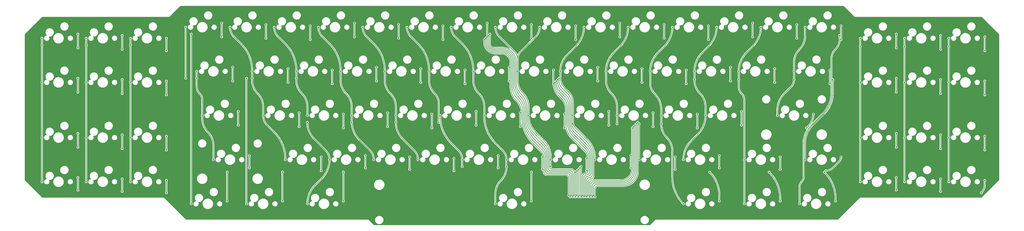
<source format=gtl>
%TF.GenerationSoftware,KiCad,Pcbnew,7.0.9*%
%TF.CreationDate,2024-01-24T13:10:45+00:00*%
%TF.ProjectId,keybird42,6b657962-6972-4643-9432-2e6b69636164,2*%
%TF.SameCoordinates,Original*%
%TF.FileFunction,Copper,L1,Top*%
%TF.FilePolarity,Positive*%
%FSLAX46Y46*%
G04 Gerber Fmt 4.6, Leading zero omitted, Abs format (unit mm)*
G04 Created by KiCad (PCBNEW 7.0.9) date 2024-01-24 13:10:45*
%MOMM*%
%LPD*%
G01*
G04 APERTURE LIST*
%TA.AperFunction,ViaPad*%
%ADD10C,0.635000*%
%TD*%
%TA.AperFunction,Conductor*%
%ADD11C,0.254000*%
%TD*%
G04 APERTURE END LIST*
D10*
%TO.N,/ROW11*%
X41671910Y-37504719D03*
X254198651Y-101203210D03*
X332184654Y-26789085D03*
X275034606Y-32742215D03*
X332184654Y-32742215D03*
X394097206Y-37504719D03*
X103584462Y-32742215D03*
X217884558Y-32742215D03*
X103584462Y-26789085D03*
X160734510Y-26789085D03*
X160734510Y-32742215D03*
X41671910Y-31551589D03*
X394097206Y-31551589D03*
X217884558Y-26789085D03*
X275034606Y-26789085D03*
%TO.N,/ROW12*%
X351234670Y-33337528D03*
X122634478Y-33337528D03*
X294084622Y-27384398D03*
X217289245Y-33337528D03*
X413147222Y-32146902D03*
X60721926Y-32146902D03*
X236934574Y-33337528D03*
X413147222Y-38100032D03*
X253603338Y-101798523D03*
X179784526Y-33337528D03*
X179784526Y-27384398D03*
X294084622Y-33337528D03*
X236934574Y-27384398D03*
X351234670Y-27384398D03*
X60721926Y-38100032D03*
X122634478Y-27384398D03*
%TO.N,/ROW13*%
X79771942Y-38695345D03*
X141684494Y-27979711D03*
X432197238Y-32742215D03*
X198834542Y-33932841D03*
X141684494Y-33932841D03*
X313134638Y-27979711D03*
X253008025Y-101203210D03*
X370284686Y-33932841D03*
X255984590Y-27979711D03*
X79771942Y-33337528D03*
X432197238Y-38695345D03*
X370284686Y-27979711D03*
X255984590Y-33932841D03*
X198834542Y-27979711D03*
X313134638Y-33932841D03*
X216693932Y-33932841D03*
%TO.N,/ROW21*%
X227409566Y-45839101D03*
X265509598Y-45839101D03*
X170259518Y-51792231D03*
X265509598Y-51792231D03*
X227409566Y-51792231D03*
X108346966Y-45839101D03*
X41671910Y-50601605D03*
X394097206Y-50601605D03*
X260141970Y-101315609D03*
X108346966Y-51792231D03*
X322659646Y-45839101D03*
X247650208Y-51816544D03*
X41671910Y-56554735D03*
X394097206Y-56554735D03*
X170259518Y-45839101D03*
X322659646Y-51792231D03*
%TO.N,/ROW22*%
X413147222Y-51196918D03*
X189309534Y-46434414D03*
X284559614Y-52387544D03*
X341709662Y-46434414D03*
X60721926Y-57150048D03*
X247054895Y-52387544D03*
X132159486Y-52387544D03*
X341709662Y-52387544D03*
X413147222Y-57150048D03*
X132159486Y-46434414D03*
X259554505Y-101800142D03*
X189309534Y-52387544D03*
X284559614Y-46434414D03*
X60721926Y-51196918D03*
%TO.N,/ROW23*%
X208359550Y-52982857D03*
X303609630Y-47029727D03*
X432197238Y-57745361D03*
X303609630Y-52982857D03*
X365522182Y-47029727D03*
X246459582Y-47029727D03*
X258961155Y-101203210D03*
X365522182Y-52982857D03*
X208359550Y-47029727D03*
X151209502Y-52982857D03*
X79771942Y-57745361D03*
X246459582Y-52982857D03*
X151209502Y-47029727D03*
X79771875Y-51792231D03*
X432197238Y-51792231D03*
%TO.N,/ROW31*%
X270272102Y-70842247D03*
X110728218Y-64889117D03*
X213122054Y-70842247D03*
X41671910Y-80367255D03*
X270272102Y-64889117D03*
X394097206Y-80367255D03*
X281583049Y-70842247D03*
X394097206Y-74414125D03*
X41671910Y-74414125D03*
X327422150Y-64889117D03*
X263128346Y-101798523D03*
X327422150Y-70842247D03*
X110728218Y-70842247D03*
X213122054Y-64889117D03*
%TO.N,/ROW32*%
X413147222Y-80962568D03*
X136921990Y-65484430D03*
X60721926Y-75009438D03*
X280987736Y-71437560D03*
X232172070Y-65484430D03*
X289322118Y-71437560D03*
X60721926Y-80962568D03*
X175022022Y-65484430D03*
X136921990Y-71437560D03*
X289322118Y-65484430D03*
X262533033Y-101203210D03*
X413147222Y-75009438D03*
X232172070Y-71437560D03*
X175022022Y-71437560D03*
%TO.N,/ROW33*%
X251222086Y-72032873D03*
X155972006Y-72032873D03*
X155972006Y-66079743D03*
X308372134Y-72032873D03*
X194072038Y-72032873D03*
X432197238Y-81557881D03*
X432197238Y-75604751D03*
X79771942Y-75604751D03*
X280392423Y-72032873D03*
X358378426Y-66079743D03*
X355401861Y-72032873D03*
X261937720Y-101798523D03*
X79771942Y-81557881D03*
X251222086Y-66079743D03*
X308372134Y-66079743D03*
X194072038Y-66079743D03*
%TO.N,/ROW41*%
X279797110Y-83939133D03*
X41671910Y-98821958D03*
X41671910Y-93464141D03*
X222647062Y-83939133D03*
X317897142Y-83939133D03*
X165497014Y-89296950D03*
X115490722Y-83939133D03*
X257770529Y-101203210D03*
X257770528Y-89296950D03*
X394097206Y-93464141D03*
X317897142Y-89296950D03*
X279797110Y-89296950D03*
X394097206Y-98821958D03*
X165497014Y-83939133D03*
X115490722Y-89296950D03*
X222647062Y-89296950D03*
%TO.N,/ROW42*%
X241697078Y-89892263D03*
X413147222Y-94059454D03*
X413147222Y-99417271D03*
X257175214Y-89892263D03*
X298847126Y-89892263D03*
X184547030Y-84534446D03*
X60721926Y-99417271D03*
X184547030Y-89892263D03*
X257175216Y-101798523D03*
X298847126Y-84534446D03*
X60721926Y-94059454D03*
X241697078Y-84534446D03*
X344090914Y-84534446D03*
X344090914Y-89892263D03*
%TO.N,/ROW43*%
X260747094Y-85129759D03*
X370284686Y-84534446D03*
X203597046Y-90487576D03*
X79771942Y-100012584D03*
X256579902Y-90487576D03*
X79771942Y-94654767D03*
X430708232Y-100012584D03*
X432197238Y-94654767D03*
X363736243Y-90487576D03*
X146446998Y-90487576D03*
X203597046Y-85129759D03*
X146446998Y-84534446D03*
X260747094Y-90487576D03*
X256579903Y-101203210D03*
%TO.N,/ROW50*%
X344090914Y-103584462D03*
X105965714Y-91082889D03*
X155972006Y-103584462D03*
X367903434Y-103584462D03*
X105965714Y-103584462D03*
X129778234Y-91082889D03*
X313729951Y-91082889D03*
X363140930Y-91082889D03*
X339328410Y-91082889D03*
X255984590Y-91082889D03*
X155972006Y-91082889D03*
X255984590Y-101798523D03*
X317897142Y-103584462D03*
X129778234Y-103584462D03*
X236934574Y-103584462D03*
X236934574Y-91082889D03*
%TO.N,/COL1*%
X45243788Y-52387544D03*
X45243788Y-33337528D03*
X64293804Y-76200064D03*
X255389277Y-101203210D03*
X45243788Y-36314093D03*
X26193772Y-95250080D03*
X45243788Y-76200064D03*
X26193772Y-52387544D03*
X64293804Y-33337528D03*
X45243788Y-95250080D03*
X90487576Y-104775088D03*
X64293804Y-52387544D03*
X26193772Y-36314093D03*
X90487576Y-31551589D03*
X26193772Y-76200064D03*
X64293804Y-95250080D03*
X26193772Y-33337528D03*
X64293804Y-36314093D03*
X219075184Y-31551589D03*
%TO.N,/COL2*%
X140493868Y-66675056D03*
X116681348Y-47625040D03*
X92868828Y-50601605D03*
X95250080Y-66675056D03*
X248840834Y-50601605D03*
X100012584Y-85725072D03*
X114300096Y-50601605D03*
X92868828Y-47625040D03*
X126206356Y-28575024D03*
X261342407Y-101203210D03*
X88106324Y-28575024D03*
X114300096Y-104775088D03*
X121443852Y-66675056D03*
X135731364Y-50601605D03*
X130968860Y-85725072D03*
X107156340Y-28575024D03*
X135731364Y-47625040D03*
X88106324Y-50601605D03*
X116681348Y-50601605D03*
%TO.N,/COL3*%
X154781380Y-47625040D03*
X188118908Y-85725072D03*
X159543884Y-69651621D03*
X178593900Y-66675056D03*
X192881412Y-47625040D03*
X264318972Y-101798523D03*
X140493868Y-69651621D03*
X197048603Y-69651621D03*
X183356404Y-28575024D03*
X159543884Y-66675056D03*
X178593900Y-69651621D03*
X169068892Y-85725072D03*
X150018876Y-85725072D03*
X282773675Y-69651621D03*
X145256372Y-28575024D03*
X173831396Y-47625040D03*
X140493868Y-104775088D03*
X164306388Y-28575024D03*
%TO.N,/COL4*%
X216693932Y-66675056D03*
X211931428Y-47625040D03*
X207168924Y-85725072D03*
X235743948Y-66675056D03*
X202406420Y-28575024D03*
X221456436Y-104775088D03*
X258365842Y-101798523D03*
X258365842Y-88701637D03*
X245268956Y-88701637D03*
X226218940Y-85725072D03*
X240506452Y-28575024D03*
X226218940Y-88701637D03*
X230981444Y-47625040D03*
X207168924Y-88701637D03*
X221456436Y-28575024D03*
X197643916Y-66675056D03*
X245268956Y-85725072D03*
%TO.N,/COL5*%
X283368988Y-70246934D03*
X273843980Y-70246934D03*
X249436147Y-47555016D03*
X292893996Y-70246934D03*
X273843980Y-66675056D03*
X264318972Y-85725072D03*
X297656500Y-28575024D03*
X254793964Y-66675056D03*
X288131492Y-47625040D03*
X269081476Y-47625040D03*
X263723659Y-101203210D03*
X282178362Y-70246934D03*
X283368988Y-85725072D03*
X259556468Y-28575024D03*
X302419004Y-104775088D03*
X254793536Y-70246817D03*
X292893996Y-66675056D03*
X278606484Y-28575024D03*
%TO.N,/COL6*%
X260747094Y-101798523D03*
X248245521Y-51196918D03*
X326231524Y-51196918D03*
X350044044Y-51196918D03*
X311944012Y-66675056D03*
X328612776Y-85725072D03*
X366712808Y-51196918D03*
X350044044Y-47625040D03*
X302419004Y-85725072D03*
X342900288Y-66675056D03*
X316706516Y-28575024D03*
X326231524Y-47625040D03*
X307181508Y-47625040D03*
X307181508Y-51196918D03*
X354806548Y-85725072D03*
X328612776Y-104775088D03*
X335756532Y-28575024D03*
X354806548Y-28575024D03*
%TO.N,/COL7*%
X378619068Y-33337528D03*
X378619068Y-52387544D03*
X254793964Y-101798523D03*
X397669084Y-33337528D03*
X378619068Y-36909406D03*
X416719100Y-76200064D03*
X218479871Y-32146902D03*
X369689373Y-32146902D03*
X352425296Y-104775088D03*
X416719100Y-36909406D03*
X378619068Y-76200064D03*
X416719100Y-33337528D03*
X416719100Y-52387544D03*
X397669084Y-52387544D03*
X378619068Y-95250080D03*
X397669084Y-76200064D03*
X416719100Y-95250080D03*
X397669084Y-36909406D03*
X397669084Y-95250080D03*
%TO.N,GND*%
X40778872Y-56554735D03*
X250031460Y-50601605D03*
X78878840Y-57745361D03*
X40778872Y-80367121D03*
X40778872Y-37504657D03*
X87213208Y-50601521D03*
X414039496Y-38099969D03*
X267592744Y-104179770D03*
X264914285Y-102393836D03*
X248412000Y-105410000D03*
X394989512Y-80367121D03*
X250626352Y-70246817D03*
X394989512Y-98821958D03*
X283964301Y-69651621D03*
X417611368Y-36909345D03*
X253007600Y-110579374D03*
X252412288Y-101798352D03*
X394989512Y-56554641D03*
X139600664Y-69651505D03*
X59828856Y-38100032D03*
X293786472Y-70246817D03*
X255984160Y-105667880D03*
X219967784Y-31551537D03*
X364331556Y-91082889D03*
X258960720Y-105667880D03*
X59828856Y-57150048D03*
X59828856Y-80962433D03*
X414039496Y-99441584D03*
X255537676Y-110579374D03*
X105072568Y-91082737D03*
X259258810Y-88701489D03*
X414039496Y-57149953D03*
X40778872Y-98821793D03*
X217288880Y-32146849D03*
X206275608Y-88701489D03*
X414039496Y-80962433D03*
X247054895Y-51196918D03*
X367605778Y-51196918D03*
X78878840Y-100012417D03*
X59828856Y-99417271D03*
X25300760Y-36314093D03*
X261937280Y-105667880D03*
X78878840Y-38695345D03*
X394989512Y-37504657D03*
X248412000Y-103124000D03*
X78878840Y-81557881D03*
%TD*%
D11*
%TO.N,/ROW11*%
X233958009Y-66675056D02*
X233958009Y-64684837D01*
X253008025Y-91081132D02*
X244671886Y-91081132D01*
X229195505Y-53187137D02*
X229195505Y-43644174D01*
X41671910Y-31551589D02*
X41671910Y-37504719D01*
X241799218Y-80469395D02*
X239315826Y-77986003D01*
X217884192Y-35421064D02*
X217884558Y-35420698D01*
X275034606Y-26789085D02*
X275034606Y-32742215D01*
X254198637Y-92273529D02*
X254198637Y-101203210D01*
X217884558Y-35420698D02*
X217884558Y-26789085D01*
X254198651Y-92273515D02*
X254198637Y-92273529D01*
X394097206Y-31551589D02*
X394097206Y-37504719D01*
X160734510Y-26789085D02*
X160734510Y-32742215D01*
X243483017Y-89892263D02*
X243483017Y-84534446D01*
X239315826Y-77986003D02*
X238167508Y-76837684D01*
X254198637Y-101203210D02*
X254198651Y-101203210D01*
X332184654Y-26789085D02*
X332184654Y-32742215D01*
X224246611Y-38695280D02*
X221158408Y-38695280D01*
X103584462Y-26789085D02*
X103584462Y-32742215D01*
X243483035Y-84534446D02*
G75*
G03*
X241799217Y-80469396I-5748935J-54D01*
G01*
X217884220Y-35421064D02*
G75*
G03*
X221158408Y-38695280I3274180J-36D01*
G01*
X233958031Y-66675056D02*
G75*
G03*
X238167509Y-76837683I14372069J-44D01*
G01*
X233957980Y-64684837D02*
G75*
G03*
X231576757Y-58935987I-8130080J37D01*
G01*
X229195490Y-53187137D02*
G75*
G03*
X231576758Y-58935986I8129910J-63D01*
G01*
X254198611Y-92273515D02*
G75*
G03*
X253008025Y-91082889I-1190611J15D01*
G01*
X229195520Y-43644174D02*
G75*
G03*
X224246611Y-38695280I-4948920J-26D01*
G01*
X243484411Y-89893739D02*
G75*
G03*
X244673643Y-91082889I1189189J39D01*
G01*
%TO.N,/ROW12*%
X253603324Y-92868842D02*
X253603324Y-101798523D01*
X252410657Y-91676147D02*
X244076017Y-91676147D01*
X233362696Y-66675056D02*
X233362696Y-65280150D01*
X228600192Y-53782450D02*
X228600192Y-43691794D01*
X294084622Y-27384398D02*
X294084622Y-33337528D01*
X217288880Y-35272236D02*
X217289245Y-35271871D01*
X253603338Y-92868828D02*
X253603324Y-92868842D01*
X351234670Y-27384398D02*
X351234670Y-33337528D01*
X252412712Y-91678202D02*
X252410657Y-91676147D01*
X241624854Y-81485657D02*
X238125200Y-77986003D01*
X217289245Y-35271871D02*
X217289245Y-33337528D01*
X253603324Y-101798523D02*
X253603338Y-101798523D01*
X238125200Y-77986003D02*
X237993144Y-77853948D01*
X242887704Y-90487834D02*
X242887704Y-84534446D01*
X413147222Y-32146902D02*
X413147222Y-38100032D01*
X224198990Y-39290592D02*
X221307236Y-39290592D01*
X60721926Y-32146902D02*
X60721926Y-38100032D01*
X236934574Y-27384398D02*
X236934574Y-33337528D01*
X179784526Y-27384398D02*
X179784526Y-33337528D01*
X122634478Y-27384398D02*
X122634478Y-33337528D01*
X233362662Y-65280150D02*
G75*
G03*
X230981444Y-59531300I-8130062J50D01*
G01*
X242887698Y-84534446D02*
G75*
G03*
X241624854Y-81485657I-4311298J146D01*
G01*
X228600218Y-53782450D02*
G75*
G03*
X230981444Y-59531300I8130282J50D01*
G01*
X217288808Y-35272236D02*
G75*
G03*
X221307236Y-39290592I4018392J36D01*
G01*
X253603298Y-92868828D02*
G75*
G03*
X252412712Y-91678202I-1190598J28D01*
G01*
X228600208Y-43691794D02*
G75*
G03*
X224198990Y-39290592I-4401208J-6D01*
G01*
X233362716Y-66675056D02*
G75*
G03*
X237993144Y-77853948I15809284J-44D01*
G01*
X242889198Y-90489052D02*
G75*
G03*
X244078330Y-91678202I1189102J-48D01*
G01*
%TO.N,/ROW13*%
X243483170Y-92273362D02*
X243483017Y-92273515D01*
X141684494Y-27979711D02*
X141684494Y-33932841D01*
X251817246Y-92273362D02*
X243483170Y-92273362D01*
X251817399Y-92273515D02*
X251817246Y-92273362D01*
X432197238Y-32742215D02*
X432197238Y-38695345D01*
X253008025Y-101203210D02*
X253008025Y-93464141D01*
X216693568Y-35123408D02*
X216693932Y-35123044D01*
X255984590Y-27979711D02*
X255984590Y-33932841D01*
X313134638Y-27979711D02*
X313134638Y-33932841D01*
X216693932Y-35123044D02*
X216693932Y-33932841D01*
X228004879Y-54377763D02*
X228004879Y-43751634D01*
X370284686Y-27979711D02*
X370284686Y-33932841D01*
X198834542Y-27979711D02*
X198834542Y-33932841D01*
X232767383Y-66739333D02*
X232767383Y-65875463D01*
X224139149Y-39885904D02*
X221456064Y-39885904D01*
X241450491Y-82501920D02*
X237773331Y-78824760D01*
X242292391Y-91082889D02*
X242292391Y-84534446D01*
X79771942Y-33337528D02*
X79771942Y-38695345D01*
X253007985Y-93464141D02*
G75*
G03*
X251817399Y-92273515I-1190585J41D01*
G01*
X228004899Y-54377763D02*
G75*
G03*
X230386131Y-60126613I8130301J63D01*
G01*
X228004796Y-43751634D02*
G75*
G03*
X224139149Y-39885904I-3865696J34D01*
G01*
X232767414Y-65875463D02*
G75*
G03*
X230386131Y-60126613I-8130114J-37D01*
G01*
X242293885Y-91084365D02*
G75*
G03*
X243483017Y-92273515I1189115J-35D01*
G01*
X232767373Y-66739333D02*
G75*
G03*
X237773332Y-78824759I17091427J33D01*
G01*
X216693596Y-35123408D02*
G75*
G03*
X221456064Y-39885904I4762504J8D01*
G01*
X242292368Y-84534446D02*
G75*
G03*
X241450491Y-82501920I-2874368J46D01*
G01*
%TO.N,/ROW21*%
X253008025Y-62652312D02*
X253008025Y-69651621D01*
X170259518Y-45839101D02*
X170259518Y-51792231D01*
X256579903Y-76200064D02*
X260428342Y-80048503D01*
X265509598Y-45839101D02*
X265509598Y-51792231D01*
X108346966Y-45839101D02*
X108346966Y-51792231D01*
X394097206Y-50601605D02*
X394097206Y-56554735D01*
X227409566Y-45839101D02*
X227409566Y-51792231D01*
X41671910Y-50601605D02*
X41671910Y-56554735D01*
X322659646Y-45839101D02*
X322659646Y-51792231D01*
X260151781Y-94059454D02*
X260151781Y-101305798D01*
X247650208Y-51816544D02*
X247650208Y-52596951D01*
X249185935Y-56304523D02*
X251222086Y-58340674D01*
X262533067Y-85129759D02*
X262533067Y-91678202D01*
X255112774Y-74732936D02*
X256579903Y-76200064D01*
X260141970Y-101315581D02*
G75*
G03*
X260151781Y-101305798I30J9781D01*
G01*
X253008043Y-62652312D02*
G75*
G03*
X251222085Y-58340675I-6097743J-88D01*
G01*
X261342407Y-92868881D02*
G75*
G03*
X260151781Y-94059454I-7J-1190619D01*
G01*
X247650241Y-52596951D02*
G75*
G03*
X249185935Y-56304523I5243259J-49D01*
G01*
X253008013Y-69651621D02*
G75*
G03*
X255112774Y-74732936I7186087J21D01*
G01*
X261342407Y-92868867D02*
G75*
G03*
X262533067Y-91678202I-7J1190667D01*
G01*
X262533088Y-85129759D02*
G75*
G03*
X260428342Y-80048503I-7185788J59D01*
G01*
%TO.N,/ROW22*%
X259556468Y-93464141D02*
X259556468Y-101798179D01*
X189309534Y-46434414D02*
X189309534Y-52387544D01*
X60721926Y-51196918D02*
X60721926Y-57150048D01*
X254938411Y-75749198D02*
X260253920Y-81064707D01*
X284559614Y-46434414D02*
X284559614Y-52387544D01*
X261937720Y-85129759D02*
X261937720Y-91082889D01*
X341709662Y-46434414D02*
X341709662Y-52387544D01*
X413147222Y-51196918D02*
X413147222Y-57150048D01*
X252412712Y-63247625D02*
X252412712Y-69651621D01*
X132159486Y-46434414D02*
X132159486Y-52387544D01*
X249110777Y-57419991D02*
X250626773Y-58935987D01*
X261937745Y-85129759D02*
G75*
G03*
X260253919Y-81064708I-5748645J59D01*
G01*
X252412701Y-69651621D02*
G75*
G03*
X254938411Y-75749198I8623299J21D01*
G01*
X252412696Y-63247625D02*
G75*
G03*
X250626773Y-58935987I-6097796J-75D01*
G01*
X259554505Y-101800168D02*
G75*
G03*
X259556468Y-101798179I-5J1968D01*
G01*
X247054924Y-52456643D02*
G75*
G03*
X249110777Y-57419991I7019176J-57D01*
G01*
X260747094Y-92273468D02*
G75*
G03*
X259556468Y-93464141I6J-1190632D01*
G01*
X260747094Y-92273520D02*
G75*
G03*
X261937720Y-91082889I6J1190620D01*
G01*
%TO.N,/ROW23*%
X208359550Y-47029727D02*
X208359550Y-52982857D01*
X251817399Y-63842938D02*
X251817399Y-70475576D01*
X432197238Y-51792231D02*
X432197238Y-57745361D01*
X254181423Y-76182836D02*
X260079523Y-82080936D01*
X246459582Y-47029727D02*
X246459582Y-52387544D01*
X303609630Y-47029727D02*
X303609630Y-52982857D01*
X261342407Y-85129807D02*
X261342407Y-90487576D01*
X79771942Y-51792298D02*
X79771942Y-57745361D01*
X79771875Y-51792231D02*
X79771942Y-51792298D01*
X151209502Y-47029727D02*
X151209502Y-52982857D01*
X258961155Y-92868828D02*
X258961155Y-101203210D01*
X365522182Y-47029727D02*
X365522182Y-52982857D01*
X248985281Y-58485121D02*
X250031460Y-59531300D01*
X260151781Y-91678207D02*
G75*
G03*
X261342407Y-90487576I19J1190607D01*
G01*
X251817419Y-63842938D02*
G75*
G03*
X250031460Y-59531300I-6097919J-162D01*
G01*
X260151781Y-91678155D02*
G75*
G03*
X258961155Y-92868828I19J-1190645D01*
G01*
X246459564Y-52387544D02*
G75*
G03*
X248985282Y-58485120I8623336J44D01*
G01*
X251817421Y-70475576D02*
G75*
G03*
X254181423Y-76182836I8071279J-24D01*
G01*
X261342415Y-85129807D02*
G75*
G03*
X260079522Y-82080937I-4311715J7D01*
G01*
%TO.N,/ROW31*%
X270272102Y-64889117D02*
X270272102Y-70842247D01*
X213122054Y-64889117D02*
X213122054Y-70842247D01*
X281583049Y-90149523D02*
X281583049Y-70842247D01*
X394097206Y-74414125D02*
X394097206Y-80367255D01*
X264318972Y-95845393D02*
X275887179Y-95845393D01*
X41671910Y-74414125D02*
X41671910Y-80367255D01*
X327422150Y-64889117D02*
X327422150Y-70842247D01*
X110728218Y-64889117D02*
X110728218Y-70842247D01*
X263128346Y-97036019D02*
X263128346Y-101798523D01*
X275887179Y-95845449D02*
G75*
G03*
X281583049Y-90149523I21J5695849D01*
G01*
X264318972Y-95845346D02*
G75*
G03*
X263128346Y-97036019I28J-1190654D01*
G01*
%TO.N,/ROW32*%
X280987736Y-89892263D02*
X280987736Y-71437560D01*
X175022022Y-65484430D02*
X175022022Y-71437560D01*
X136921990Y-65484430D02*
X136921990Y-71437560D01*
X413147222Y-75009438D02*
X413147222Y-80962568D01*
X289322118Y-65484430D02*
X289322118Y-71437560D01*
X262533033Y-96440706D02*
X262533033Y-101203210D01*
X232172070Y-65484430D02*
X232172070Y-71437560D01*
X263723659Y-95250080D02*
X275640488Y-95250080D01*
X60721926Y-75009438D02*
X60721926Y-80962568D01*
X263723659Y-95250033D02*
G75*
G03*
X262533033Y-96440706I41J-1190667D01*
G01*
X275640488Y-95250136D02*
G75*
G03*
X280987736Y-89902832I12J5347236D01*
G01*
%TO.N,/ROW33*%
X280392423Y-89571126D02*
X280392423Y-72032873D01*
X251222086Y-66079743D02*
X251222086Y-72032873D01*
X355401861Y-72032873D02*
X356273676Y-71161058D01*
X155972006Y-66079743D02*
X155972006Y-72032873D01*
X194072038Y-66079743D02*
X194072038Y-72032873D01*
X79771942Y-75604751D02*
X79771942Y-81557881D01*
X263128346Y-94654767D02*
X275308782Y-94654767D01*
X261937720Y-95845393D02*
X261937720Y-101798523D01*
X308372134Y-66079743D02*
X308372134Y-72032873D01*
X432197238Y-75604751D02*
X432197238Y-81557881D01*
X275308782Y-94654723D02*
G75*
G03*
X280392423Y-89571126I118J5083523D01*
G01*
X356273647Y-71161029D02*
G75*
G03*
X358378426Y-66079743I-5081247J5081329D01*
G01*
X263128346Y-94654820D02*
G75*
G03*
X261937720Y-95845393I-46J-1190580D01*
G01*
%TO.N,/ROW41*%
X41671910Y-93464141D02*
X41671910Y-98821958D01*
X394097206Y-93464141D02*
X394097206Y-98821958D01*
X222647062Y-83939133D02*
X222647062Y-89296950D01*
X115490722Y-83939133D02*
X115490722Y-89296950D01*
X279797110Y-83939133D02*
X279797110Y-89296950D01*
X317897142Y-83939133D02*
X317897142Y-89296950D01*
X257770528Y-101203210D02*
X257770529Y-101203210D01*
X257770528Y-89296950D02*
X257770528Y-101203210D01*
X165497014Y-83939133D02*
X165497014Y-89296950D01*
%TO.N,/ROW42*%
X344090914Y-84534446D02*
X344090914Y-89892263D01*
X60721926Y-94059454D02*
X60721926Y-99417271D01*
X298847126Y-84534446D02*
X298847126Y-89892263D01*
X257175214Y-89892263D02*
X257175214Y-101798523D01*
X241697078Y-84534446D02*
X241697078Y-89892263D01*
X257175214Y-101798523D02*
X257175216Y-101798523D01*
X257175216Y-101798523D02*
X257175215Y-101798522D01*
X413147222Y-94059454D02*
X413147222Y-99417271D01*
X184547030Y-84534446D02*
X184547030Y-89892263D01*
%TO.N,/ROW43*%
X432197238Y-96417806D02*
X432197238Y-94654767D01*
X203597046Y-85129759D02*
X203597046Y-90487576D01*
X256579902Y-101203210D02*
X256579903Y-101203210D01*
X146446998Y-84534446D02*
X146446998Y-90487576D01*
X369442791Y-86566967D02*
X366784975Y-89224783D01*
X260747094Y-85129759D02*
X260747094Y-90487576D01*
X256579902Y-90487576D02*
X256579902Y-101203210D01*
X79771942Y-94654767D02*
X79771942Y-100012584D01*
X363736243Y-90487583D02*
G75*
G03*
X366784975Y-89224783I57J4311483D01*
G01*
X369442810Y-86566986D02*
G75*
G03*
X370284686Y-84534446I-2032510J2032486D01*
G01*
X430708220Y-100012572D02*
G75*
G03*
X432197238Y-96417806I-3594720J3594772D01*
G01*
%TO.N,/ROW50*%
X105965714Y-91082889D02*
X105965714Y-103584462D01*
X155972006Y-103584462D02*
X155972006Y-91082889D01*
X344090914Y-102580590D02*
X344090914Y-103584462D01*
X317897142Y-101143378D02*
X317897142Y-103584462D01*
X367903434Y-102580590D02*
X367903434Y-103584462D01*
X255984590Y-101798523D02*
X255984591Y-101798522D01*
X129778234Y-103584462D02*
X129778234Y-91082889D01*
X236934574Y-103584462D02*
X236934574Y-91082889D01*
X255984590Y-91082889D02*
X255984590Y-101798523D01*
X317897168Y-101143378D02*
G75*
G03*
X313729951Y-91082889I-14227668J-22D01*
G01*
X344090918Y-102580590D02*
G75*
G03*
X339328410Y-91082889I-16260218J-10D01*
G01*
X367903432Y-102580590D02*
G75*
G03*
X363140930Y-91082889I-16260232J-10D01*
G01*
%TO.N,/COL1*%
X219075184Y-31551589D02*
X219075184Y-35719092D01*
X220860748Y-37504656D02*
X224647480Y-37504656D01*
X235148635Y-63706579D02*
X235148635Y-66675056D01*
X244673643Y-84534446D02*
X244673643Y-88701637D01*
X90487576Y-104775088D02*
X90487576Y-31551589D01*
X255389277Y-91082889D02*
X255389277Y-91081660D01*
X255389263Y-101203210D02*
X255389277Y-101203210D01*
X64293804Y-52387544D02*
X64293804Y-76200064D01*
X45243788Y-52387544D02*
X45243788Y-76200064D01*
X245864269Y-89891034D02*
X254198651Y-89891034D01*
X64293804Y-76200064D02*
X64293804Y-95250080D01*
X26193772Y-33337528D02*
X26193772Y-52387544D01*
X255389277Y-91082889D02*
X255389263Y-91082903D01*
X26193772Y-76200064D02*
X26193772Y-95250080D01*
X230386131Y-43454329D02*
X230386131Y-52370684D01*
X255389263Y-91082903D02*
X255389263Y-101203210D01*
X232502787Y-57480761D02*
X232617228Y-57595203D01*
X26193772Y-52387544D02*
X26193772Y-76200064D01*
X45243788Y-33396256D02*
X45243788Y-52387544D01*
X45243788Y-76200064D02*
X45243788Y-95250080D01*
X64293804Y-33396256D02*
X64293804Y-52387544D01*
X238516234Y-74805159D02*
X242147943Y-78436868D01*
X235148642Y-63706579D02*
G75*
G03*
X232617228Y-57595203I-8642842J-21D01*
G01*
X244673661Y-84534446D02*
G75*
G03*
X242147943Y-78436868I-8623361J-54D01*
G01*
X255389366Y-91081660D02*
G75*
G03*
X254198651Y-89891034I-1190666J-40D01*
G01*
X228599820Y-39141752D02*
G75*
G03*
X224647480Y-37504656I-3952320J-3952348D01*
G01*
X230386105Y-52370684D02*
G75*
G03*
X232502788Y-57480760I7226895J84D01*
G01*
X230386097Y-43454329D02*
G75*
G03*
X228599807Y-39141765I-6098897J29D01*
G01*
X244675137Y-88703113D02*
G75*
G03*
X245864269Y-89892263I1189163J13D01*
G01*
X235148656Y-66675056D02*
G75*
G03*
X238516234Y-74805159I11497644J-44D01*
G01*
X219075244Y-35719092D02*
G75*
G03*
X220860748Y-37504656I1785456J-108D01*
G01*
%TO.N,/COL2*%
X255145681Y-72384589D02*
X255461501Y-72700409D01*
X250168356Y-54905695D02*
X251366533Y-56103869D01*
X248840834Y-50601605D02*
X248840835Y-51700784D01*
X116681348Y-47216481D02*
X116681348Y-47625040D01*
X127890155Y-32640076D02*
X130968860Y-35718780D01*
X95250080Y-66675056D02*
X95250080Y-68069962D01*
X140493868Y-62898898D02*
X140493868Y-66675056D01*
X88106324Y-28575024D02*
X88106324Y-50601605D01*
X251366533Y-56103869D02*
X252412712Y-57150048D01*
X254198651Y-61461686D02*
X254198651Y-70098257D01*
X135731364Y-47625040D02*
X135733913Y-47627589D01*
X261342407Y-95250080D02*
X261342407Y-101203210D01*
X123127651Y-70740108D02*
X126206356Y-73818812D01*
X121443852Y-62898898D02*
X121443852Y-66675056D01*
X130968860Y-85316513D02*
X130968860Y-85725072D01*
X95250080Y-60024473D02*
X95250080Y-66675056D01*
X255461501Y-72700409D02*
X260777067Y-78015976D01*
X263723693Y-85129759D02*
X263723693Y-92868828D01*
X100012584Y-79567662D02*
X100012584Y-85725072D01*
X116683837Y-47627529D02*
X116683837Y-51691476D01*
X135733913Y-47627589D02*
X135733913Y-51691474D01*
X92868828Y-47625040D02*
X92868828Y-54275623D01*
X116681348Y-47625040D02*
X116683837Y-47627529D01*
X108840139Y-32640076D02*
X111918844Y-35718780D01*
X114300096Y-104775088D02*
X114300096Y-50601605D01*
X135731364Y-47216481D02*
X135731364Y-47625040D01*
X121443867Y-62898898D02*
G75*
G03*
X119062600Y-57150048I-8130067J-2D01*
G01*
X135731389Y-47216481D02*
G75*
G03*
X130968860Y-35718780I-16260189J-19D01*
G01*
X248840860Y-51700784D02*
G75*
G03*
X250168356Y-54905695I4532440J-16D01*
G01*
X263723672Y-85129759D02*
G75*
G03*
X260777067Y-78015976I-10060072J159D01*
G01*
X254198627Y-61461686D02*
G75*
G03*
X252412712Y-57150048I-6097427J86D01*
G01*
X126206337Y-28575024D02*
G75*
G03*
X127890155Y-32640076I5748863J24D01*
G01*
X116683835Y-51691476D02*
G75*
G03*
X119062600Y-57150048I8143865J301376D01*
G01*
X130968863Y-85316513D02*
G75*
G03*
X126206356Y-73818812I-16260163J13D01*
G01*
X135733951Y-51691473D02*
G75*
G03*
X138112617Y-57150047I8143649J301173D01*
G01*
X100012615Y-79567662D02*
G75*
G03*
X97631331Y-73818813I-8130115J-38D01*
G01*
X121443882Y-66675056D02*
G75*
G03*
X123127651Y-70740108I5748818J-44D01*
G01*
X262533033Y-94059393D02*
G75*
G03*
X263723693Y-92868828I67J1190593D01*
G01*
X92868789Y-54275623D02*
G75*
G03*
X94059454Y-57150048I4065011J23D01*
G01*
X107156325Y-28575024D02*
G75*
G03*
X108840139Y-32640076I5748875J24D01*
G01*
X95250079Y-68069962D02*
G75*
G03*
X97631332Y-73818812I8130101J2D01*
G01*
X262533033Y-94059507D02*
G75*
G03*
X261342407Y-95250080I-33J-1190593D01*
G01*
X254198678Y-70098257D02*
G75*
G03*
X255145681Y-72384589I3233322J-43D01*
G01*
X116681348Y-47216481D02*
G75*
G03*
X111918844Y-35718780I-16260248J-19D01*
G01*
X140493879Y-62898898D02*
G75*
G03*
X138112616Y-57150048I-8130079J-2D01*
G01*
X95250090Y-60024473D02*
G75*
G03*
X94059454Y-57150048I-4065090J-27D01*
G01*
%TO.N,/COL3*%
X264318972Y-98226645D02*
X264318972Y-101798523D01*
X159543884Y-66675056D02*
X159543884Y-69056308D01*
X173831396Y-47216481D02*
X173831396Y-47625040D01*
X181540549Y-76765461D02*
X186435108Y-81660020D01*
X162911483Y-77186411D02*
X167385092Y-81660020D01*
X165990187Y-32640076D02*
X169068892Y-35718780D01*
X143861467Y-96644985D02*
X146651277Y-93855175D01*
X185040203Y-32640076D02*
X188118908Y-35718780D01*
X146940171Y-32640076D02*
X150018876Y-35718780D01*
X197048603Y-61461686D02*
X197048603Y-69651621D01*
X282773675Y-90761310D02*
X282773675Y-69651621D01*
X265509598Y-97036019D02*
X276498966Y-97036019D01*
X154781380Y-47216481D02*
X154781380Y-47625040D01*
X159543884Y-62898898D02*
X159543884Y-66675056D01*
X143440517Y-76765461D02*
X148335076Y-81660020D01*
X192881412Y-47216481D02*
X192881412Y-47625040D01*
X178593900Y-62898898D02*
X178593900Y-69651621D01*
X154781380Y-47625040D02*
X154781380Y-51401198D01*
X173831396Y-47625040D02*
X173831396Y-51401198D01*
X192881412Y-47625040D02*
X192881412Y-51401198D01*
X164306359Y-28575024D02*
G75*
G03*
X165990187Y-32640076I5748841J24D01*
G01*
X154781400Y-47216481D02*
G75*
G03*
X150018876Y-35718780I-16260200J-19D01*
G01*
X192881410Y-51401198D02*
G75*
G03*
X195262664Y-57150048I8130090J-2D01*
G01*
X265509598Y-97035972D02*
G75*
G03*
X264318972Y-98226645I2J-1190628D01*
G01*
X140493866Y-69651621D02*
G75*
G03*
X143440517Y-76765461I10060534J21D01*
G01*
X178593889Y-69651621D02*
G75*
G03*
X181540549Y-76765461I10060511J21D01*
G01*
X178593901Y-62898898D02*
G75*
G03*
X176212648Y-57150048I-8130101J-2D01*
G01*
X145256348Y-28575024D02*
G75*
G03*
X146940171Y-32640076I5748852J24D01*
G01*
X173831399Y-51401198D02*
G75*
G03*
X176212648Y-57150048I8130101J-2D01*
G01*
X150018888Y-85725072D02*
G75*
G03*
X148335076Y-81660020I-5748888J-28D01*
G01*
X143861467Y-96644985D02*
G75*
G03*
X140493868Y-104775088I8130133J-8130115D01*
G01*
X192881423Y-47216481D02*
G75*
G03*
X188118908Y-35718780I-16260223J-19D01*
G01*
X276498966Y-97036075D02*
G75*
G03*
X282773675Y-90761310I34J6274675D01*
G01*
X183356400Y-28575024D02*
G75*
G03*
X185040203Y-32640076I5748900J24D01*
G01*
X197048605Y-61461686D02*
G75*
G03*
X195262664Y-57150048I-6097605J-14D01*
G01*
X173831411Y-47216481D02*
G75*
G03*
X169068891Y-35718781I-16260211J-19D01*
G01*
X146651286Y-93855184D02*
G75*
G03*
X150018876Y-85725072I-8130086J8130084D01*
G01*
X159543890Y-62898898D02*
G75*
G03*
X157162632Y-57150048I-8130090J-2D01*
G01*
X159543883Y-69056308D02*
G75*
G03*
X162911483Y-77186411I11497717J8D01*
G01*
X154781388Y-51401198D02*
G75*
G03*
X157162633Y-57150047I8130112J-2D01*
G01*
X188118940Y-85725072D02*
G75*
G03*
X186435108Y-81660020I-5748840J-28D01*
G01*
X169068899Y-85725072D02*
G75*
G03*
X167385091Y-81660021I-5748899J-28D01*
G01*
%TO.N,/COL4*%
X245268956Y-84576753D02*
X245268956Y-85725072D01*
X216693932Y-66675056D02*
X216693932Y-67083615D01*
X211931428Y-47216481D02*
X211931428Y-47625040D01*
X202406420Y-78581316D02*
X205485124Y-81660020D01*
X230981444Y-47625040D02*
X230981444Y-51401198D01*
X226218940Y-88106324D02*
X226218940Y-88905917D01*
X221456436Y-100403617D02*
X221456436Y-104775088D01*
X226218940Y-35718780D02*
X229718594Y-39218434D01*
X197643916Y-66675056D02*
X197643916Y-67083615D01*
X223140235Y-32640076D02*
X226218940Y-35718780D01*
X258365842Y-88701637D02*
X258365842Y-101798523D01*
X204090219Y-32640076D02*
X207168924Y-35718780D01*
X245268956Y-85725072D02*
X245268956Y-88701637D01*
X230981444Y-42267223D02*
X230981444Y-47625040D01*
X235743948Y-35718780D02*
X232244294Y-39218434D01*
X226218940Y-85725072D02*
X226218940Y-88106324D01*
X235743948Y-62898594D02*
X235743948Y-66675056D01*
X216693932Y-62898898D02*
X216693932Y-66675056D01*
X221456436Y-78581316D02*
X224535140Y-81660020D01*
X238822653Y-32640076D02*
X235743948Y-35718780D01*
X211931428Y-47625040D02*
X211931428Y-51401198D01*
X238690597Y-73788896D02*
X242292391Y-77390690D01*
X207168924Y-85725072D02*
X207168924Y-88701637D01*
X211931434Y-47216481D02*
G75*
G03*
X207168924Y-35718780I-16260234J-19D01*
G01*
X230981426Y-42267223D02*
G75*
G03*
X229718594Y-39218434I-4311626J23D01*
G01*
X235743957Y-62898594D02*
G75*
G03*
X233362695Y-57150049I-8129357J-6D01*
G01*
X245268980Y-84576753D02*
G75*
G03*
X242292390Y-77390691I-10162680J-47D01*
G01*
X207168951Y-85725072D02*
G75*
G03*
X205485124Y-81660020I-5748851J-28D01*
G01*
X216693924Y-62898898D02*
G75*
G03*
X214312680Y-57150048I-8130124J-2D01*
G01*
X223837688Y-94654767D02*
G75*
G03*
X226218940Y-88905917I-5748888J5748867D01*
G01*
X223837687Y-94654766D02*
G75*
G03*
X221456436Y-100403617I5748813J-5748834D01*
G01*
X226218962Y-85725072D02*
G75*
G03*
X224535139Y-81660021I-5748862J-28D01*
G01*
X202406411Y-28575024D02*
G75*
G03*
X204090219Y-32640076I5748889J24D01*
G01*
X216693911Y-67083615D02*
G75*
G03*
X221456436Y-78581316I16260189J15D01*
G01*
X238822641Y-32640064D02*
G75*
G03*
X240506452Y-28575024I-4065041J4065064D01*
G01*
X221456423Y-28575024D02*
G75*
G03*
X223140236Y-32640075I5748877J24D01*
G01*
X230981433Y-51401198D02*
G75*
G03*
X233362696Y-57150048I8130067J-2D01*
G01*
X235743969Y-66675056D02*
G75*
G03*
X238690598Y-73788895I10060431J-44D01*
G01*
X211931421Y-51401198D02*
G75*
G03*
X214312680Y-57150048I8130079J-2D01*
G01*
X232244279Y-39218419D02*
G75*
G03*
X230981444Y-42267223I3048821J-3048781D01*
G01*
X197643900Y-67083615D02*
G75*
G03*
X202406420Y-78581316I16260200J15D01*
G01*
%TO.N,/COL5*%
X288131492Y-47625040D02*
X288131492Y-52838410D01*
X282178362Y-90494438D02*
X282178362Y-70246934D01*
X264914285Y-96440706D02*
X276232094Y-96440706D01*
X260151781Y-76200064D02*
X255635216Y-71683499D01*
X297656500Y-81948914D02*
X297656500Y-93277387D01*
X275238885Y-36705127D02*
X272449075Y-39494937D01*
X292893996Y-70246934D02*
X292893996Y-70451214D01*
X264318972Y-85725072D02*
X264318971Y-85127429D01*
X283368988Y-85725072D02*
X283368988Y-70246934D01*
X294288901Y-36705127D02*
X291499091Y-39494937D01*
X256188869Y-36705127D02*
X252333282Y-40560714D01*
X269081476Y-47625040D02*
X269081476Y-51401198D01*
X273843980Y-66675056D02*
X273843980Y-70246934D01*
X254793964Y-66675056D02*
X254793964Y-69651076D01*
X292891754Y-64029096D02*
X292891754Y-70244692D01*
X288131492Y-47216481D02*
X288131492Y-47625040D01*
X273843980Y-62898898D02*
X273843980Y-66675056D01*
X254793964Y-69651076D02*
X254793536Y-69651504D01*
X292891754Y-70244692D02*
X292893996Y-70246934D01*
X263723659Y-97631332D02*
X263723659Y-101203210D01*
X251119946Y-54666657D02*
X252086695Y-55633405D01*
X252086695Y-55633405D02*
X253008025Y-56554735D01*
X254793964Y-60866373D02*
X254793964Y-66675056D01*
X249436147Y-47555016D02*
X249436147Y-50601605D01*
X260953012Y-77001297D02*
X260151781Y-76200064D01*
X291499070Y-39494916D02*
G75*
G03*
X288131492Y-47625040I8130130J-8130084D01*
G01*
X256188850Y-36705108D02*
G75*
G03*
X259556468Y-28575024I-8130050J8130108D01*
G01*
X269081485Y-51401198D02*
G75*
G03*
X271462729Y-57150047I8130115J-2D01*
G01*
X254793986Y-60866373D02*
G75*
G03*
X253008024Y-56554736I-6097586J-27D01*
G01*
X252333271Y-40560703D02*
G75*
G03*
X249436147Y-47555016I6994329J-6994297D01*
G01*
X292893988Y-70451214D02*
G75*
G03*
X295275249Y-76200063I8130112J14D01*
G01*
X297656509Y-93277387D02*
G75*
G03*
X302419005Y-104775087I16260191J-13D01*
G01*
X264914285Y-96440659D02*
G75*
G03*
X263723659Y-97631332I15J-1190641D01*
G01*
X272449050Y-39494912D02*
G75*
G03*
X269081476Y-47625040I8130150J-8130088D01*
G01*
X292891778Y-64029095D02*
G75*
G03*
X289917430Y-57150049I-10174778J-316805D01*
G01*
X249436144Y-50601605D02*
G75*
G03*
X251119946Y-54666657I5748856J5D01*
G01*
X276232094Y-96440762D02*
G75*
G03*
X282178362Y-90494438I6J5946262D01*
G01*
X288131495Y-52838410D02*
G75*
G03*
X289917432Y-57150047I6097605J10D01*
G01*
X264318992Y-85127429D02*
G75*
G03*
X260953011Y-77001298I-11492192J-71D01*
G01*
X275238869Y-36705111D02*
G75*
G03*
X278606484Y-28575024I-8130069J8130111D01*
G01*
X254793531Y-69651504D02*
G75*
G03*
X255635217Y-71683498I2873669J4D01*
G01*
X297656490Y-81948914D02*
G75*
G03*
X295275248Y-76200064I-8130090J14D01*
G01*
X273843987Y-62898898D02*
G75*
G03*
X271462728Y-57150048I-8130087J-2D01*
G01*
X294288889Y-36705115D02*
G75*
G03*
X297656500Y-28575024I-8130089J8130115D01*
G01*
%TO.N,/COL6*%
X313338917Y-36705127D02*
X310549107Y-39494937D01*
X253603338Y-69651621D02*
X253603338Y-62056999D01*
X248245524Y-52265064D02*
X248245521Y-51196918D01*
X311944012Y-62898898D02*
X311944012Y-66675056D01*
X348360245Y-54666657D02*
X348781193Y-54245709D01*
X307181508Y-50601605D02*
X307181508Y-51401198D01*
X354805952Y-78581184D02*
X354805952Y-85723634D01*
X307181508Y-76200064D02*
X305786603Y-77594969D01*
X328612226Y-60024377D02*
X328612776Y-60024927D01*
X328612776Y-60024927D02*
X328612776Y-85725072D01*
X260747094Y-101798523D02*
X260747094Y-94654767D01*
X326231524Y-47625040D02*
X326231524Y-54274977D01*
X257770529Y-76200064D02*
X255287137Y-73716673D01*
X328612776Y-85725072D02*
X328612776Y-104775088D01*
X361949696Y-66972600D02*
X357963071Y-70959225D01*
X342900288Y-64336111D02*
X342900288Y-66675056D01*
X308576413Y-74805159D02*
X307181508Y-76200064D01*
X326231524Y-54274977D02*
X326230974Y-54275527D01*
X251817399Y-57745361D02*
X250771220Y-56699182D01*
X260602647Y-79032182D02*
X257770529Y-76200064D01*
X263128346Y-92273515D02*
X263128346Y-85129759D01*
X350044044Y-43848882D02*
X350044044Y-51196918D01*
X348360245Y-54666657D02*
X345876853Y-57150048D01*
X332388933Y-36705127D02*
X329599123Y-39494937D01*
X363134124Y-65788171D02*
X361949696Y-66972600D01*
X366712808Y-51196918D02*
X366712808Y-57148465D01*
X354806548Y-28575024D02*
X354806548Y-32351182D01*
X250771220Y-56699182D02*
X249594995Y-55522960D01*
X307181508Y-47625040D02*
X307181508Y-50601605D01*
X332388927Y-36705121D02*
G75*
G03*
X335756532Y-28575024I-8130127J8130121D01*
G01*
X261937720Y-93464146D02*
G75*
G03*
X263128346Y-92273515I-20J1190646D01*
G01*
X261937720Y-93464194D02*
G75*
G03*
X260747094Y-94654767I-20J-1190606D01*
G01*
X310549089Y-39494919D02*
G75*
G03*
X307181508Y-47625040I8130111J-8130081D01*
G01*
X354805933Y-85723634D02*
G75*
G03*
X354806548Y-85725072I2067J34D01*
G01*
X357963085Y-70959239D02*
G75*
G03*
X354805952Y-78581184I7621915J-7621961D01*
G01*
X308576437Y-74805183D02*
G75*
G03*
X311944012Y-66675056I-8130137J8130083D01*
G01*
X253603326Y-69651621D02*
G75*
G03*
X255287137Y-73716673I5748874J21D01*
G01*
X263128330Y-85129759D02*
G75*
G03*
X260602647Y-79032182I-8622930J159D01*
G01*
X313338908Y-36705118D02*
G75*
G03*
X316706516Y-28575024I-8130108J8130118D01*
G01*
X345876851Y-57150046D02*
G75*
G03*
X342900288Y-64336111I7186049J-7186054D01*
G01*
X352425315Y-38100051D02*
G75*
G03*
X354806548Y-32351182I-5748915J5748851D01*
G01*
X326230948Y-54275527D02*
G75*
G03*
X327421600Y-57149952I4065052J27D01*
G01*
X248245559Y-52265064D02*
G75*
G03*
X249594995Y-55522960I4607341J-36D01*
G01*
X348781185Y-54245701D02*
G75*
G03*
X350044044Y-51196918I-3048785J3048801D01*
G01*
X253603296Y-62056999D02*
G75*
G03*
X251817399Y-57745361I-6097196J199D01*
G01*
X329599108Y-39494922D02*
G75*
G03*
X326231524Y-47625040I8130092J-8130078D01*
G01*
X352425285Y-38100021D02*
G75*
G03*
X350044044Y-43848882I5748715J-5748779D01*
G01*
X328612249Y-60024377D02*
G75*
G03*
X327421600Y-57149952I-4065049J-23D01*
G01*
X307181507Y-51401198D02*
G75*
G03*
X309562760Y-57150048I8130093J-2D01*
G01*
X311944010Y-62898898D02*
G75*
G03*
X309562760Y-57150048I-8130110J-2D01*
G01*
X305786618Y-77594984D02*
G75*
G03*
X302419004Y-85725072I8130082J-8130116D01*
G01*
X363134146Y-65788193D02*
G75*
G03*
X366712808Y-57148465I-8639746J8639693D01*
G01*
%TO.N,/COL7*%
X378619068Y-76200064D02*
X378619068Y-52387544D01*
X361949696Y-66377288D02*
X357367759Y-70959225D01*
X254793950Y-101798523D02*
X254793964Y-101798523D01*
X366117495Y-42411670D02*
X366117495Y-57148468D01*
X416719100Y-95250080D02*
X416719100Y-76200064D01*
X397669084Y-52387544D02*
X397669084Y-33337528D01*
X218479504Y-35569892D02*
X218479871Y-35569525D01*
X416719100Y-76200064D02*
X416719100Y-52387544D01*
X416719100Y-52387544D02*
X416719100Y-33337528D01*
X397669084Y-95250080D02*
X397669084Y-76200064D01*
X254793950Y-91678202D02*
X254793950Y-101798523D01*
X244078330Y-89296950D02*
X244078330Y-84534446D01*
X378618908Y-95249920D02*
X378619068Y-95250080D01*
X224380947Y-38099968D02*
X221009580Y-38099968D01*
X218479871Y-35569525D02*
X218479871Y-32146902D01*
X352425296Y-97404283D02*
X352425296Y-104775088D01*
X354210640Y-78581184D02*
X354210640Y-93094105D01*
X234553322Y-66675056D02*
X234553322Y-64089524D01*
X241973580Y-79453131D02*
X240506452Y-77986003D01*
X240506452Y-77986003D02*
X238341871Y-75821421D01*
X253603338Y-90486100D02*
X245267480Y-90486100D01*
X229790818Y-52591824D02*
X229790818Y-43509839D01*
X369689373Y-32146902D02*
X369689373Y-33788394D01*
X397669084Y-76200064D02*
X397669084Y-52387544D01*
X378619068Y-76200064D02*
X378619068Y-95250080D01*
X378619068Y-52387544D02*
X378619068Y-33337528D01*
X362538813Y-65788172D02*
X361949696Y-66377288D01*
X234553344Y-66675056D02*
G75*
G03*
X238341872Y-75821420I12934856J-44D01*
G01*
X357367771Y-70959237D02*
G75*
G03*
X354210640Y-78581184I7621929J-7621963D01*
G01*
X244078307Y-84534446D02*
G75*
G03*
X241973580Y-79453131I-7186007J46D01*
G01*
X367903443Y-38100041D02*
G75*
G03*
X366117495Y-42411670I4311657J-4311659D01*
G01*
X254793924Y-91678202D02*
G75*
G03*
X253603338Y-90487576I-1190624J2D01*
G01*
X353317661Y-95249909D02*
G75*
G03*
X354210640Y-93094105I-2155761J2155809D01*
G01*
X353317672Y-95249897D02*
G75*
G03*
X352425296Y-97404283I2154428J-2154403D01*
G01*
X244078400Y-89296950D02*
G75*
G03*
X245267480Y-90486100I1189200J50D01*
G01*
X229790837Y-52591824D02*
G75*
G03*
X232172070Y-58340674I8129963J-76D01*
G01*
X218479532Y-35569892D02*
G75*
G03*
X221009580Y-38099968I2530068J-8D01*
G01*
X229790732Y-43509839D02*
G75*
G03*
X224380947Y-38099968I-5409832J39D01*
G01*
X362538830Y-65788189D02*
G75*
G03*
X366117495Y-57148468I-8639730J8639689D01*
G01*
X367903436Y-38100034D02*
G75*
G03*
X369689373Y-33788394I-4311636J4311634D01*
G01*
X234553298Y-64089524D02*
G75*
G03*
X232172069Y-58340675I-8130098J24D01*
G01*
%TD*%
%TA.AperFunction,Conductor*%
%TO.N,GND*%
G36*
X371367990Y-19369713D02*
G01*
X371379994Y-19379965D01*
X375978751Y-23978722D01*
X375986918Y-23990053D01*
X375987927Y-23989292D01*
X375993542Y-23996728D01*
X376029061Y-24029108D01*
X376030741Y-24030712D01*
X376044704Y-24044675D01*
X376047580Y-24046645D01*
X376053048Y-24050976D01*
X376076567Y-24072416D01*
X376085557Y-24075898D01*
X376106063Y-24086706D01*
X376114019Y-24092156D01*
X376114021Y-24092156D01*
X376114022Y-24092157D01*
X376123742Y-24094442D01*
X376144996Y-24099441D01*
X376151643Y-24101499D01*
X376181327Y-24113000D01*
X376190965Y-24113000D01*
X376213996Y-24115672D01*
X376223377Y-24117878D01*
X376223381Y-24117879D01*
X376254895Y-24113482D01*
X376261849Y-24113000D01*
X430840472Y-24113018D01*
X430899600Y-24132231D01*
X430911604Y-24142483D01*
X438415716Y-31646595D01*
X438443942Y-31701993D01*
X438445181Y-31717730D01*
X438445181Y-94488625D01*
X438425968Y-94547756D01*
X438415716Y-94559760D01*
X430911606Y-102063869D01*
X430856208Y-102092095D01*
X430840471Y-102093334D01*
X378684177Y-102093250D01*
X378670399Y-102090980D01*
X378670220Y-102092265D01*
X378660985Y-102090977D01*
X378612968Y-102093196D01*
X378610646Y-102093250D01*
X378590895Y-102093250D01*
X378587463Y-102093892D01*
X378580544Y-102094695D01*
X378548756Y-102096165D01*
X378548754Y-102096165D01*
X378539929Y-102100062D01*
X378517794Y-102106917D01*
X378508320Y-102108688D01*
X378508314Y-102108690D01*
X378481263Y-102125438D01*
X378475097Y-102128688D01*
X378445983Y-102141544D01*
X378445981Y-102141545D01*
X378439161Y-102148366D01*
X378420991Y-102162758D01*
X378412799Y-102167830D01*
X378393624Y-102193220D01*
X378389047Y-102198479D01*
X368998734Y-111588793D01*
X368943336Y-111617019D01*
X368927599Y-111618258D01*
X290578166Y-111618342D01*
X290564375Y-111616172D01*
X290564210Y-111617358D01*
X290554980Y-111616070D01*
X290506964Y-111618289D01*
X290504644Y-111618343D01*
X290484902Y-111618343D01*
X290484888Y-111618345D01*
X290481456Y-111618986D01*
X290474537Y-111619789D01*
X290442753Y-111621259D01*
X290433924Y-111625157D01*
X290411785Y-111632011D01*
X290409373Y-111632462D01*
X290402309Y-111633783D01*
X290375259Y-111650531D01*
X290369093Y-111653781D01*
X290339980Y-111666636D01*
X290339976Y-111666639D01*
X290333156Y-111673459D01*
X290314992Y-111687846D01*
X290306796Y-111692921D01*
X290306793Y-111692923D01*
X290287615Y-111718318D01*
X290283038Y-111723577D01*
X288036486Y-113970131D01*
X287981088Y-113998357D01*
X287965351Y-113999596D01*
X169235085Y-113999596D01*
X169175954Y-113980383D01*
X169163950Y-113970131D01*
X167087091Y-111893279D01*
X169671500Y-111893279D01*
X169711228Y-112156857D01*
X169711228Y-112156861D01*
X169789801Y-112411586D01*
X169905453Y-112651739D01*
X169905454Y-112651742D01*
X169905461Y-112651752D01*
X170055614Y-112871986D01*
X170055616Y-112871988D01*
X170055619Y-112871992D01*
X170236914Y-113067382D01*
X170236920Y-113067387D01*
X170445321Y-113233582D01*
X170445332Y-113233590D01*
X170525876Y-113280091D01*
X170676174Y-113366866D01*
X170924308Y-113464252D01*
X171184185Y-113523567D01*
X171383453Y-113538500D01*
X171383456Y-113538500D01*
X171516544Y-113538500D01*
X171516547Y-113538500D01*
X171715815Y-113523567D01*
X171975692Y-113464252D01*
X172223826Y-113366866D01*
X172454674Y-113233586D01*
X172663079Y-113067388D01*
X172844386Y-112871986D01*
X172994545Y-112651744D01*
X173110201Y-112411581D01*
X173188771Y-112156863D01*
X173228500Y-111893280D01*
X173228500Y-111893279D01*
X283971500Y-111893279D01*
X284011228Y-112156857D01*
X284011228Y-112156861D01*
X284089801Y-112411586D01*
X284205453Y-112651739D01*
X284205454Y-112651742D01*
X284205461Y-112651752D01*
X284355614Y-112871986D01*
X284355616Y-112871988D01*
X284355619Y-112871992D01*
X284536914Y-113067382D01*
X284536920Y-113067387D01*
X284745321Y-113233582D01*
X284745332Y-113233590D01*
X284825876Y-113280091D01*
X284976174Y-113366866D01*
X285224308Y-113464252D01*
X285484185Y-113523567D01*
X285683453Y-113538500D01*
X285683456Y-113538500D01*
X285816544Y-113538500D01*
X285816547Y-113538500D01*
X286015815Y-113523567D01*
X286275692Y-113464252D01*
X286523826Y-113366866D01*
X286754674Y-113233586D01*
X286963079Y-113067388D01*
X287144386Y-112871986D01*
X287294545Y-112651744D01*
X287410201Y-112411581D01*
X287488771Y-112156863D01*
X287528500Y-111893280D01*
X287528500Y-111626720D01*
X287488771Y-111363137D01*
X287410201Y-111108419D01*
X287294545Y-110868257D01*
X287144386Y-110648014D01*
X287144380Y-110648007D01*
X286963085Y-110452617D01*
X286963079Y-110452612D01*
X286754678Y-110286417D01*
X286754667Y-110286409D01*
X286610599Y-110203232D01*
X286523826Y-110153134D01*
X286275695Y-110055749D01*
X286275690Y-110055747D01*
X286015819Y-109996434D01*
X286015822Y-109996434D01*
X286015815Y-109996433D01*
X285816547Y-109981500D01*
X285683453Y-109981500D01*
X285484185Y-109996433D01*
X285484180Y-109996434D01*
X285224309Y-110055747D01*
X285224304Y-110055749D01*
X284976178Y-110153132D01*
X284976174Y-110153134D01*
X284745332Y-110286409D01*
X284745321Y-110286417D01*
X284536920Y-110452612D01*
X284536914Y-110452617D01*
X284355619Y-110648007D01*
X284355606Y-110648024D01*
X284205460Y-110868247D01*
X284205453Y-110868259D01*
X284089801Y-111108412D01*
X284089801Y-111108413D01*
X284011228Y-111363138D01*
X284011228Y-111363142D01*
X283971500Y-111626720D01*
X283971500Y-111893279D01*
X173228500Y-111893279D01*
X173228500Y-111626720D01*
X173188771Y-111363137D01*
X173110201Y-111108419D01*
X172994545Y-110868257D01*
X172844386Y-110648014D01*
X172844380Y-110648007D01*
X172663085Y-110452617D01*
X172663079Y-110452612D01*
X172454678Y-110286417D01*
X172454667Y-110286409D01*
X172310599Y-110203232D01*
X172223826Y-110153134D01*
X171975695Y-110055749D01*
X171975690Y-110055747D01*
X171715819Y-109996434D01*
X171715822Y-109996434D01*
X171715815Y-109996433D01*
X171516547Y-109981500D01*
X171383453Y-109981500D01*
X171184185Y-109996433D01*
X171184180Y-109996434D01*
X170924309Y-110055747D01*
X170924304Y-110055749D01*
X170676178Y-110153132D01*
X170676174Y-110153134D01*
X170445332Y-110286409D01*
X170445321Y-110286417D01*
X170236920Y-110452612D01*
X170236914Y-110452617D01*
X170055619Y-110648007D01*
X170055606Y-110648024D01*
X169905460Y-110868247D01*
X169905453Y-110868259D01*
X169789801Y-111108412D01*
X169789801Y-111108413D01*
X169711228Y-111363138D01*
X169711228Y-111363142D01*
X169671500Y-111626720D01*
X169671500Y-111893279D01*
X167087091Y-111893279D01*
X166946439Y-111752628D01*
X166938221Y-111741197D01*
X166937214Y-111741958D01*
X166931596Y-111734519D01*
X166895489Y-111701603D01*
X166893809Y-111699999D01*
X166880385Y-111686575D01*
X166880384Y-111686574D01*
X166877703Y-111684737D01*
X166872251Y-111680418D01*
X166848573Y-111658833D01*
X166848572Y-111658832D01*
X166848569Y-111658830D01*
X166839459Y-111655301D01*
X166818953Y-111644493D01*
X166811068Y-111639092D01*
X166780225Y-111631837D01*
X166773568Y-111629776D01*
X166761645Y-111625157D01*
X166743815Y-111618249D01*
X166743813Y-111618249D01*
X166734122Y-111618249D01*
X166711091Y-111615577D01*
X166701709Y-111613370D01*
X166701702Y-111613370D01*
X166675547Y-111617019D01*
X166670191Y-111617766D01*
X166663235Y-111618249D01*
X88272398Y-111618342D01*
X88213267Y-111599129D01*
X88201263Y-111588877D01*
X81387475Y-104775090D01*
X89910640Y-104775090D01*
X89930298Y-104924409D01*
X89987932Y-105063551D01*
X89987936Y-105063558D01*
X90079618Y-105183040D01*
X90079623Y-105183045D01*
X90199105Y-105274727D01*
X90199112Y-105274731D01*
X90338254Y-105332365D01*
X90487573Y-105352024D01*
X90487576Y-105352024D01*
X90487579Y-105352024D01*
X90599567Y-105337279D01*
X90636898Y-105332365D01*
X90776044Y-105274729D01*
X90895531Y-105183043D01*
X90987217Y-105063556D01*
X91044853Y-104924410D01*
X91064512Y-104775088D01*
X91057392Y-104721011D01*
X91417897Y-104721011D01*
X91428160Y-104936474D01*
X91428161Y-104936479D01*
X91479016Y-105146106D01*
X91568625Y-105342320D01*
X91693748Y-105518031D01*
X91849855Y-105666879D01*
X91849864Y-105666887D01*
X91947321Y-105729518D01*
X92031329Y-105783506D01*
X92231586Y-105863677D01*
X92443396Y-105904500D01*
X92443401Y-105904500D01*
X92605057Y-105904500D01*
X92605059Y-105904500D01*
X92605067Y-105904499D01*
X92605070Y-105904499D01*
X92765973Y-105889135D01*
X92765974Y-105889134D01*
X92765982Y-105889134D01*
X92972952Y-105828362D01*
X93164682Y-105729518D01*
X93334240Y-105596176D01*
X93475499Y-105433155D01*
X93583353Y-105246346D01*
X93653904Y-105042501D01*
X93681510Y-104850503D01*
X95372966Y-104850503D01*
X95403178Y-105150825D01*
X95473151Y-105444446D01*
X95473155Y-105444458D01*
X95581636Y-105726123D01*
X95726694Y-105990820D01*
X95818433Y-106115328D01*
X95905743Y-106233826D01*
X96115581Y-106450797D01*
X96352466Y-106637863D01*
X96352476Y-106637870D01*
X96612165Y-106791683D01*
X96612171Y-106791687D01*
X96762067Y-106855248D01*
X96890063Y-106909523D01*
X97181180Y-106989269D01*
X97480329Y-107029500D01*
X97480332Y-107029500D01*
X97706634Y-107029500D01*
X97932404Y-107014386D01*
X97932405Y-107014385D01*
X97932418Y-107014385D01*
X98228212Y-106954262D01*
X98513353Y-106855251D01*
X98782752Y-106719117D01*
X99031603Y-106548290D01*
X99255465Y-106345819D01*
X99450343Y-106115317D01*
X99612759Y-105860897D01*
X99739815Y-105587098D01*
X99829243Y-105298808D01*
X99879448Y-105001171D01*
X99888815Y-104721011D01*
X101577897Y-104721011D01*
X101588160Y-104936474D01*
X101588161Y-104936479D01*
X101639016Y-105146106D01*
X101728625Y-105342320D01*
X101853748Y-105518031D01*
X102009855Y-105666879D01*
X102009864Y-105666887D01*
X102107321Y-105729518D01*
X102191329Y-105783506D01*
X102391586Y-105863677D01*
X102603396Y-105904500D01*
X102603401Y-105904500D01*
X102765057Y-105904500D01*
X102765059Y-105904500D01*
X102765067Y-105904499D01*
X102765070Y-105904499D01*
X102925973Y-105889135D01*
X102925974Y-105889134D01*
X102925982Y-105889134D01*
X103132952Y-105828362D01*
X103324682Y-105729518D01*
X103494240Y-105596176D01*
X103635499Y-105433155D01*
X103743353Y-105246346D01*
X103813904Y-105042501D01*
X103844603Y-104828988D01*
X103842035Y-104775090D01*
X113723160Y-104775090D01*
X113742818Y-104924409D01*
X113800452Y-105063551D01*
X113800456Y-105063558D01*
X113892138Y-105183040D01*
X113892143Y-105183045D01*
X114011625Y-105274727D01*
X114011632Y-105274731D01*
X114150774Y-105332365D01*
X114300093Y-105352024D01*
X114300096Y-105352024D01*
X114300099Y-105352024D01*
X114412087Y-105337279D01*
X114449418Y-105332365D01*
X114588564Y-105274729D01*
X114708051Y-105183043D01*
X114799737Y-105063556D01*
X114857373Y-104924410D01*
X114877032Y-104775088D01*
X114869912Y-104721011D01*
X115230397Y-104721011D01*
X115240660Y-104936474D01*
X115240661Y-104936479D01*
X115291516Y-105146106D01*
X115381125Y-105342320D01*
X115506248Y-105518031D01*
X115662355Y-105666879D01*
X115662364Y-105666887D01*
X115759821Y-105729518D01*
X115843829Y-105783506D01*
X116044086Y-105863677D01*
X116255896Y-105904500D01*
X116255901Y-105904500D01*
X116417557Y-105904500D01*
X116417559Y-105904500D01*
X116417567Y-105904499D01*
X116417570Y-105904499D01*
X116578473Y-105889135D01*
X116578474Y-105889134D01*
X116578482Y-105889134D01*
X116785452Y-105828362D01*
X116977182Y-105729518D01*
X117146740Y-105596176D01*
X117287999Y-105433155D01*
X117395853Y-105246346D01*
X117466404Y-105042501D01*
X117494010Y-104850503D01*
X119185466Y-104850503D01*
X119215678Y-105150825D01*
X119285651Y-105444446D01*
X119285655Y-105444458D01*
X119394136Y-105726123D01*
X119539194Y-105990820D01*
X119630933Y-106115328D01*
X119718243Y-106233826D01*
X119928081Y-106450797D01*
X120164966Y-106637863D01*
X120164976Y-106637870D01*
X120424665Y-106791683D01*
X120424671Y-106791687D01*
X120574567Y-106855248D01*
X120702563Y-106909523D01*
X120993680Y-106989269D01*
X121292829Y-107029500D01*
X121292832Y-107029500D01*
X121519134Y-107029500D01*
X121744904Y-107014386D01*
X121744905Y-107014385D01*
X121744918Y-107014385D01*
X122040712Y-106954262D01*
X122325853Y-106855251D01*
X122595252Y-106719117D01*
X122844103Y-106548290D01*
X123067965Y-106345819D01*
X123262843Y-106115317D01*
X123425259Y-105860897D01*
X123552315Y-105587098D01*
X123641743Y-105298808D01*
X123691948Y-105001171D01*
X123701315Y-104721011D01*
X125390397Y-104721011D01*
X125400660Y-104936474D01*
X125400661Y-104936479D01*
X125451516Y-105146106D01*
X125541125Y-105342320D01*
X125666248Y-105518031D01*
X125822355Y-105666879D01*
X125822364Y-105666887D01*
X125919821Y-105729518D01*
X126003829Y-105783506D01*
X126204086Y-105863677D01*
X126415896Y-105904500D01*
X126415901Y-105904500D01*
X126577557Y-105904500D01*
X126577559Y-105904500D01*
X126577567Y-105904499D01*
X126577570Y-105904499D01*
X126738473Y-105889135D01*
X126738474Y-105889134D01*
X126738482Y-105889134D01*
X126945452Y-105828362D01*
X127137182Y-105729518D01*
X127306740Y-105596176D01*
X127447999Y-105433155D01*
X127555853Y-105246346D01*
X127626404Y-105042501D01*
X127657103Y-104828988D01*
X127654535Y-104775090D01*
X139916932Y-104775090D01*
X139936590Y-104924409D01*
X139994224Y-105063551D01*
X139994228Y-105063558D01*
X140085910Y-105183040D01*
X140085915Y-105183045D01*
X140205397Y-105274727D01*
X140205404Y-105274731D01*
X140344546Y-105332365D01*
X140493865Y-105352024D01*
X140493868Y-105352024D01*
X140493871Y-105352024D01*
X140605859Y-105337279D01*
X140643190Y-105332365D01*
X140782336Y-105274729D01*
X140901823Y-105183043D01*
X140993509Y-105063556D01*
X141051145Y-104924410D01*
X141070804Y-104775088D01*
X141063684Y-104721011D01*
X141424147Y-104721011D01*
X141434410Y-104936474D01*
X141434411Y-104936479D01*
X141485266Y-105146106D01*
X141574875Y-105342320D01*
X141699998Y-105518031D01*
X141856105Y-105666879D01*
X141856114Y-105666887D01*
X141953571Y-105729518D01*
X142037579Y-105783506D01*
X142237836Y-105863677D01*
X142449646Y-105904500D01*
X142449651Y-105904500D01*
X142611307Y-105904500D01*
X142611309Y-105904500D01*
X142611317Y-105904499D01*
X142611320Y-105904499D01*
X142772223Y-105889135D01*
X142772224Y-105889134D01*
X142772232Y-105889134D01*
X142979202Y-105828362D01*
X143170932Y-105729518D01*
X143340490Y-105596176D01*
X143481749Y-105433155D01*
X143589603Y-105246346D01*
X143660154Y-105042501D01*
X143687760Y-104850503D01*
X145379216Y-104850503D01*
X145409428Y-105150825D01*
X145479401Y-105444446D01*
X145479405Y-105444458D01*
X145587886Y-105726123D01*
X145732944Y-105990820D01*
X145824683Y-106115328D01*
X145911993Y-106233826D01*
X146121831Y-106450797D01*
X146358716Y-106637863D01*
X146358726Y-106637870D01*
X146618415Y-106791683D01*
X146618421Y-106791687D01*
X146768317Y-106855248D01*
X146896313Y-106909523D01*
X147187430Y-106989269D01*
X147486579Y-107029500D01*
X147486582Y-107029500D01*
X147712884Y-107029500D01*
X147938654Y-107014386D01*
X147938655Y-107014385D01*
X147938668Y-107014385D01*
X148234462Y-106954262D01*
X148519603Y-106855251D01*
X148789002Y-106719117D01*
X149037853Y-106548290D01*
X149261715Y-106345819D01*
X149456593Y-106115317D01*
X149619009Y-105860897D01*
X149746065Y-105587098D01*
X149835493Y-105298808D01*
X149885698Y-105001171D01*
X149895065Y-104721011D01*
X151584147Y-104721011D01*
X151594410Y-104936474D01*
X151594411Y-104936479D01*
X151645266Y-105146106D01*
X151734875Y-105342320D01*
X151859998Y-105518031D01*
X152016105Y-105666879D01*
X152016114Y-105666887D01*
X152113571Y-105729518D01*
X152197579Y-105783506D01*
X152397836Y-105863677D01*
X152609646Y-105904500D01*
X152609651Y-105904500D01*
X152771307Y-105904500D01*
X152771309Y-105904500D01*
X152771317Y-105904499D01*
X152771320Y-105904499D01*
X152932223Y-105889135D01*
X152932224Y-105889134D01*
X152932232Y-105889134D01*
X153139202Y-105828362D01*
X153330932Y-105729518D01*
X153500490Y-105596176D01*
X153641749Y-105433155D01*
X153749603Y-105246346D01*
X153820154Y-105042501D01*
X153850853Y-104828988D01*
X153840589Y-104613524D01*
X153789734Y-104403896D01*
X153787576Y-104399171D01*
X153700124Y-104207679D01*
X153575001Y-104031968D01*
X153418894Y-103883120D01*
X153418885Y-103883112D01*
X153237422Y-103766494D01*
X153044108Y-103689103D01*
X153037164Y-103686323D01*
X153037163Y-103686322D01*
X153037161Y-103686322D01*
X152825358Y-103645500D01*
X152825354Y-103645500D01*
X152663691Y-103645500D01*
X152663679Y-103645500D01*
X152502776Y-103660864D01*
X152502766Y-103660866D01*
X152295800Y-103721637D01*
X152295797Y-103721638D01*
X152104068Y-103820482D01*
X151934511Y-103953822D01*
X151934507Y-103953825D01*
X151793252Y-104116843D01*
X151685396Y-104303654D01*
X151614845Y-104507501D01*
X151584147Y-104721011D01*
X149895065Y-104721011D01*
X149895784Y-104699497D01*
X149865571Y-104399171D01*
X149795598Y-104105552D01*
X149787336Y-104084101D01*
X149687113Y-103823876D01*
X149555912Y-103584464D01*
X155395070Y-103584464D01*
X155414728Y-103733783D01*
X155472362Y-103872925D01*
X155472366Y-103872932D01*
X155564048Y-103992414D01*
X155564053Y-103992419D01*
X155683535Y-104084101D01*
X155683542Y-104084105D01*
X155822684Y-104141739D01*
X155972003Y-104161398D01*
X155972006Y-104161398D01*
X155972009Y-104161398D01*
X156083997Y-104146653D01*
X156121328Y-104141739D01*
X156260474Y-104084103D01*
X156379961Y-103992417D01*
X156471647Y-103872930D01*
X156529283Y-103733784D01*
X156548942Y-103584462D01*
X156545613Y-103559179D01*
X156529283Y-103435140D01*
X156471649Y-103295998D01*
X156471647Y-103295995D01*
X156471647Y-103295994D01*
X156379961Y-103176507D01*
X156379958Y-103176505D01*
X156375947Y-103171277D01*
X156377973Y-103169721D01*
X156354740Y-103124089D01*
X156353506Y-103108382D01*
X156353506Y-96625298D01*
X169197826Y-96625298D01*
X169227958Y-96924812D01*
X169263130Y-97072400D01*
X169297740Y-97217635D01*
X169297742Y-97217642D01*
X169405931Y-97498546D01*
X169550598Y-97762530D01*
X169729157Y-98004871D01*
X169729161Y-98004877D01*
X169938425Y-98221257D01*
X169938430Y-98221261D01*
X169938432Y-98221263D01*
X170174677Y-98407823D01*
X170433679Y-98561231D01*
X170433680Y-98561231D01*
X170433681Y-98561232D01*
X170483559Y-98582382D01*
X170710818Y-98678748D01*
X171001148Y-98758277D01*
X171299487Y-98798400D01*
X171299490Y-98798400D01*
X171525176Y-98798400D01*
X171750339Y-98783327D01*
X171750340Y-98783326D01*
X171750353Y-98783326D01*
X172045346Y-98723366D01*
X172329716Y-98624622D01*
X172598386Y-98488856D01*
X172846564Y-98318492D01*
X173069820Y-98116569D01*
X173242004Y-97912909D01*
X173264162Y-97886701D01*
X173264163Y-97886699D01*
X173264171Y-97886690D01*
X173426147Y-97632958D01*
X173552859Y-97359901D01*
X173552860Y-97359894D01*
X173552863Y-97359890D01*
X173629466Y-97112944D01*
X173642046Y-97072391D01*
X173692115Y-96775559D01*
X173702174Y-96474702D01*
X173672042Y-96175188D01*
X173602259Y-95882363D01*
X173587302Y-95843529D01*
X173515861Y-95658037D01*
X173494068Y-95601452D01*
X173390002Y-95411556D01*
X173349401Y-95337469D01*
X173245233Y-95196092D01*
X173170838Y-95095122D01*
X173144395Y-95067780D01*
X172961574Y-94878742D01*
X172955887Y-94874251D01*
X172725323Y-94692177D01*
X172466321Y-94538769D01*
X172466319Y-94538768D01*
X172466318Y-94538767D01*
X172189185Y-94421253D01*
X172189183Y-94421252D01*
X172189182Y-94421252D01*
X172026299Y-94376634D01*
X171898849Y-94341722D01*
X171898842Y-94341721D01*
X171600525Y-94301601D01*
X171600515Y-94301600D01*
X171600513Y-94301600D01*
X171374830Y-94301600D01*
X171374824Y-94301600D01*
X171149660Y-94316672D01*
X171149642Y-94316674D01*
X170854662Y-94376632D01*
X170854656Y-94376633D01*
X170854654Y-94376634D01*
X170854652Y-94376634D01*
X170854647Y-94376636D01*
X170570282Y-94475378D01*
X170570279Y-94475380D01*
X170301616Y-94611142D01*
X170053436Y-94781508D01*
X169830183Y-94983428D01*
X169830167Y-94983445D01*
X169635837Y-95213298D01*
X169635828Y-95213311D01*
X169473857Y-95467035D01*
X169473845Y-95467056D01*
X169347142Y-95740095D01*
X169347136Y-95740109D01*
X169257956Y-96027599D01*
X169257954Y-96027606D01*
X169257954Y-96027609D01*
X169229511Y-96196230D01*
X169207885Y-96324440D01*
X169198993Y-96590408D01*
X169197826Y-96625298D01*
X156353506Y-96625298D01*
X156353506Y-91558969D01*
X156372719Y-91499838D01*
X156376080Y-91495902D01*
X156425015Y-91432129D01*
X156471647Y-91371357D01*
X156529283Y-91232211D01*
X156542506Y-91131777D01*
X156548942Y-91082891D01*
X156548942Y-91082886D01*
X156529283Y-90933567D01*
X156471649Y-90794425D01*
X156471645Y-90794418D01*
X156379963Y-90674936D01*
X156379958Y-90674931D01*
X156260476Y-90583249D01*
X156260469Y-90583245D01*
X156121327Y-90525611D01*
X155972009Y-90505953D01*
X155972003Y-90505953D01*
X155822684Y-90525611D01*
X155683542Y-90583245D01*
X155683535Y-90583249D01*
X155564053Y-90674931D01*
X155564048Y-90674936D01*
X155472366Y-90794418D01*
X155472362Y-90794425D01*
X155414728Y-90933567D01*
X155395070Y-91082886D01*
X155395070Y-91082891D01*
X155414728Y-91232210D01*
X155472362Y-91371352D01*
X155472366Y-91371359D01*
X155568065Y-91496076D01*
X155566034Y-91497634D01*
X155589267Y-91543232D01*
X155590506Y-91558969D01*
X155590506Y-103108382D01*
X155571293Y-103167513D01*
X155567940Y-103171439D01*
X155472364Y-103295995D01*
X155472362Y-103295998D01*
X155414728Y-103435140D01*
X155395070Y-103584459D01*
X155395070Y-103584464D01*
X149555912Y-103584464D01*
X149542055Y-103559179D01*
X149363009Y-103316177D01*
X149363007Y-103316174D01*
X149153169Y-103099203D01*
X148916283Y-102912136D01*
X148916273Y-102912129D01*
X148656584Y-102758316D01*
X148656578Y-102758312D01*
X148378690Y-102640478D01*
X148378688Y-102640477D01*
X148378687Y-102640477D01*
X148087570Y-102560731D01*
X148087569Y-102560730D01*
X148087566Y-102560730D01*
X148087560Y-102560729D01*
X147788433Y-102520501D01*
X147788423Y-102520500D01*
X147788421Y-102520500D01*
X147562122Y-102520500D01*
X147562116Y-102520500D01*
X147336345Y-102535613D01*
X147336327Y-102535615D01*
X147040546Y-102595736D01*
X147040540Y-102595737D01*
X147040538Y-102595738D01*
X147040536Y-102595738D01*
X147040531Y-102595740D01*
X146895668Y-102646042D01*
X146755397Y-102694749D01*
X146755395Y-102694749D01*
X146755392Y-102694751D01*
X146755391Y-102694751D01*
X146486001Y-102830881D01*
X146237147Y-103001709D01*
X146013288Y-103204178D01*
X146013272Y-103204195D01*
X145818415Y-103434671D01*
X145818406Y-103434684D01*
X145655995Y-103689096D01*
X145655983Y-103689117D01*
X145528936Y-103962898D01*
X145528931Y-103962912D01*
X145439509Y-104251182D01*
X145439507Y-104251189D01*
X145439507Y-104251192D01*
X145420805Y-104362065D01*
X145389302Y-104548828D01*
X145379216Y-104850499D01*
X145379216Y-104850503D01*
X143687760Y-104850503D01*
X143690853Y-104828988D01*
X143680589Y-104613524D01*
X143629734Y-104403896D01*
X143612943Y-104367130D01*
X143571073Y-104275447D01*
X143540125Y-104207681D01*
X143506762Y-104160830D01*
X143488114Y-104101520D01*
X143507888Y-104042574D01*
X143558534Y-104006509D01*
X143596223Y-104002158D01*
X143760912Y-104014500D01*
X143760915Y-104014500D01*
X143894085Y-104014500D01*
X143894088Y-104014500D01*
X144093464Y-103999559D01*
X144353488Y-103940210D01*
X144601761Y-103842770D01*
X144832739Y-103709415D01*
X145041261Y-103543124D01*
X145051703Y-103531871D01*
X145222664Y-103347617D01*
X145222670Y-103347611D01*
X145372914Y-103127245D01*
X145488635Y-102886947D01*
X145567249Y-102632086D01*
X145607000Y-102368355D01*
X145607000Y-102101645D01*
X145567249Y-101837914D01*
X145488635Y-101583053D01*
X145372914Y-101342755D01*
X145369774Y-101338150D01*
X145222677Y-101122399D01*
X145222675Y-101122396D01*
X145222670Y-101122389D01*
X145215191Y-101114328D01*
X145041267Y-100926881D01*
X145041261Y-100926876D01*
X144832743Y-100760588D01*
X144832732Y-100760580D01*
X144662398Y-100662239D01*
X144601761Y-100627230D01*
X144505678Y-100589520D01*
X144353491Y-100529791D01*
X144353488Y-100529790D01*
X144321224Y-100522426D01*
X144093464Y-100470441D01*
X143894088Y-100455500D01*
X143760912Y-100455500D01*
X143561536Y-100470441D01*
X143378478Y-100512223D01*
X143301511Y-100529790D01*
X143301508Y-100529791D01*
X143053243Y-100627228D01*
X143053239Y-100627230D01*
X142822267Y-100760580D01*
X142822256Y-100760588D01*
X142613738Y-100926876D01*
X142613732Y-100926881D01*
X142432335Y-101122382D01*
X142432322Y-101122399D01*
X142282091Y-101342746D01*
X142282084Y-101342758D01*
X142166367Y-101583046D01*
X142166367Y-101583047D01*
X142087750Y-101837915D01*
X142087750Y-101837918D01*
X142048000Y-102101645D01*
X142048000Y-102368354D01*
X142087750Y-102632081D01*
X142087750Y-102632084D01*
X142166367Y-102886952D01*
X142166367Y-102886953D01*
X142282084Y-103127241D01*
X142282091Y-103127253D01*
X142432322Y-103347600D01*
X142432335Y-103347617D01*
X142553585Y-103478294D01*
X142579720Y-103534708D01*
X142567705Y-103595710D01*
X142522128Y-103637999D01*
X142489403Y-103646863D01*
X142342776Y-103660864D01*
X142342766Y-103660866D01*
X142135800Y-103721637D01*
X142135797Y-103721638D01*
X141944068Y-103820482D01*
X141774511Y-103953822D01*
X141774507Y-103953825D01*
X141633252Y-104116843D01*
X141525396Y-104303654D01*
X141454845Y-104507501D01*
X141424147Y-104721011D01*
X141063684Y-104721011D01*
X141051145Y-104625766D01*
X140993511Y-104486624D01*
X140993507Y-104486617D01*
X140909094Y-104376608D01*
X140888339Y-104318000D01*
X140888345Y-104312545D01*
X140892817Y-104153172D01*
X140892970Y-104150436D01*
X140938296Y-103613086D01*
X140945147Y-103531871D01*
X140945463Y-103529067D01*
X140958788Y-103434683D01*
X141032238Y-102914415D01*
X141032699Y-102911699D01*
X141153810Y-102302837D01*
X141154417Y-102300178D01*
X141309480Y-101699050D01*
X141310232Y-101696438D01*
X141498759Y-101104939D01*
X141499658Y-101102370D01*
X141721047Y-100522395D01*
X141722102Y-100519847D01*
X141975655Y-99953212D01*
X141976862Y-99950707D01*
X142040071Y-99828354D01*
X148398000Y-99828354D01*
X148437750Y-100092081D01*
X148437750Y-100092084D01*
X148473569Y-100208207D01*
X148502208Y-100301052D01*
X148516367Y-100346952D01*
X148516367Y-100346953D01*
X148632084Y-100587241D01*
X148632091Y-100587253D01*
X148782322Y-100807600D01*
X148782335Y-100807617D01*
X148963732Y-101003118D01*
X148963738Y-101003123D01*
X148963739Y-101003124D01*
X149089782Y-101103640D01*
X149172256Y-101169411D01*
X149172267Y-101169419D01*
X149230799Y-101203212D01*
X149403239Y-101302770D01*
X149651512Y-101400210D01*
X149911536Y-101459559D01*
X150110912Y-101474500D01*
X150110915Y-101474500D01*
X150244085Y-101474500D01*
X150244088Y-101474500D01*
X150443464Y-101459559D01*
X150703488Y-101400210D01*
X150951761Y-101302770D01*
X151182739Y-101169415D01*
X151391261Y-101003124D01*
X151391362Y-101003016D01*
X151481965Y-100905367D01*
X151572670Y-100807611D01*
X151722914Y-100587245D01*
X151838635Y-100346947D01*
X151917249Y-100092086D01*
X151957000Y-99828355D01*
X151957000Y-99561645D01*
X151917249Y-99297914D01*
X151838635Y-99043053D01*
X151824372Y-99013436D01*
X151784443Y-98930522D01*
X151722914Y-98802755D01*
X151719945Y-98798400D01*
X151572677Y-98582399D01*
X151572675Y-98582396D01*
X151572670Y-98582389D01*
X151572664Y-98582382D01*
X151391267Y-98386881D01*
X151391261Y-98386876D01*
X151182743Y-98220588D01*
X151182732Y-98220580D01*
X151002581Y-98116571D01*
X150951761Y-98087230D01*
X150929856Y-98078633D01*
X150703491Y-97989791D01*
X150703488Y-97989790D01*
X150443464Y-97930441D01*
X150244088Y-97915500D01*
X150110912Y-97915500D01*
X149911536Y-97930441D01*
X149728411Y-97972238D01*
X149651511Y-97989790D01*
X149651508Y-97989791D01*
X149403243Y-98087228D01*
X149403239Y-98087230D01*
X149172267Y-98220580D01*
X149172256Y-98220588D01*
X148963738Y-98386876D01*
X148963732Y-98386881D01*
X148782335Y-98582382D01*
X148782322Y-98582399D01*
X148632091Y-98802746D01*
X148632084Y-98802758D01*
X148516367Y-99043046D01*
X148516367Y-99043047D01*
X148437750Y-99297915D01*
X148437750Y-99297918D01*
X148398000Y-99561645D01*
X148398000Y-99828354D01*
X142040071Y-99828354D01*
X142061841Y-99786214D01*
X142261775Y-99399203D01*
X142263114Y-99396780D01*
X142578513Y-98862101D01*
X142579978Y-98859768D01*
X142924874Y-98343595D01*
X142926458Y-98341363D01*
X143299757Y-97845335D01*
X143301446Y-97843216D01*
X143701972Y-97368897D01*
X143703827Y-97366824D01*
X144131228Y-96914746D01*
X144131229Y-96914746D01*
X144170014Y-96875960D01*
X144170015Y-96875959D01*
X146891564Y-94154410D01*
X146891600Y-94154391D01*
X146921046Y-94124944D01*
X146921047Y-94124945D01*
X147141005Y-93904986D01*
X147469380Y-93540289D01*
X147557288Y-93442657D01*
X147557289Y-93442654D01*
X147557295Y-93442649D01*
X147886746Y-93035811D01*
X147948819Y-92959157D01*
X147948818Y-92959158D01*
X148314500Y-92455839D01*
X148535415Y-92115661D01*
X148653337Y-91934077D01*
X148660193Y-91922203D01*
X148964404Y-91395292D01*
X149246853Y-90840954D01*
X149246853Y-90840955D01*
X149373828Y-90555762D01*
X149404185Y-90487578D01*
X203020110Y-90487578D01*
X203039768Y-90636897D01*
X203097402Y-90776039D01*
X203097406Y-90776046D01*
X203189088Y-90895528D01*
X203189093Y-90895533D01*
X203308575Y-90987215D01*
X203308582Y-90987219D01*
X203447724Y-91044853D01*
X203597043Y-91064512D01*
X203597046Y-91064512D01*
X203597049Y-91064512D01*
X203723452Y-91047870D01*
X203746368Y-91044853D01*
X203885514Y-90987217D01*
X204005001Y-90895531D01*
X204096687Y-90776044D01*
X204154323Y-90636898D01*
X204168288Y-90530829D01*
X204173982Y-90487578D01*
X204173982Y-90487573D01*
X204154323Y-90338254D01*
X204096689Y-90199112D01*
X204096687Y-90199109D01*
X204096687Y-90199108D01*
X204005001Y-90079621D01*
X204004998Y-90079619D01*
X204000987Y-90074391D01*
X204003013Y-90072835D01*
X203979780Y-90027203D01*
X203978546Y-90011496D01*
X203978546Y-89296952D01*
X222070126Y-89296952D01*
X222089784Y-89446271D01*
X222147418Y-89585413D01*
X222147422Y-89585420D01*
X222239104Y-89704902D01*
X222239109Y-89704907D01*
X222358591Y-89796589D01*
X222358598Y-89796593D01*
X222497740Y-89854227D01*
X222647059Y-89873886D01*
X222647062Y-89873886D01*
X222647065Y-89873886D01*
X222759053Y-89859141D01*
X222796384Y-89854227D01*
X222935530Y-89796591D01*
X223055017Y-89704905D01*
X223146703Y-89585418D01*
X223204339Y-89446272D01*
X223211403Y-89392619D01*
X223223998Y-89296952D01*
X223223998Y-89296947D01*
X223204339Y-89147628D01*
X223146705Y-89008486D01*
X223146703Y-89008483D01*
X223146703Y-89008482D01*
X223055017Y-88888995D01*
X223055014Y-88888993D01*
X223051003Y-88883765D01*
X223053029Y-88882209D01*
X223029796Y-88836577D01*
X223028562Y-88820870D01*
X223028562Y-84415213D01*
X223047775Y-84356082D01*
X223051136Y-84352146D01*
X223092935Y-84297672D01*
X223146703Y-84227601D01*
X223204339Y-84088455D01*
X223218914Y-83977752D01*
X223223998Y-83939135D01*
X223223998Y-83939130D01*
X223204339Y-83789811D01*
X223146705Y-83650669D01*
X223146701Y-83650662D01*
X223055019Y-83531180D01*
X223055014Y-83531175D01*
X222935532Y-83439493D01*
X222935525Y-83439489D01*
X222796383Y-83381855D01*
X222647065Y-83362197D01*
X222647059Y-83362197D01*
X222497740Y-83381855D01*
X222358598Y-83439489D01*
X222358591Y-83439493D01*
X222239109Y-83531175D01*
X222239104Y-83531180D01*
X222147422Y-83650662D01*
X222147418Y-83650669D01*
X222089784Y-83789811D01*
X222070126Y-83939130D01*
X222070126Y-83939135D01*
X222089784Y-84088454D01*
X222147418Y-84227596D01*
X222147422Y-84227603D01*
X222243121Y-84352320D01*
X222241090Y-84353878D01*
X222264323Y-84399476D01*
X222265562Y-84415213D01*
X222265562Y-88820870D01*
X222246349Y-88880001D01*
X222242996Y-88883927D01*
X222239107Y-88888994D01*
X222239107Y-88888995D01*
X222202665Y-88936485D01*
X222147420Y-89008483D01*
X222147418Y-89008486D01*
X222089784Y-89147628D01*
X222070126Y-89296947D01*
X222070126Y-89296952D01*
X203978546Y-89296952D01*
X203978546Y-85605839D01*
X203997759Y-85546708D01*
X204001120Y-85542772D01*
X204034839Y-85498828D01*
X204096687Y-85418227D01*
X204154323Y-85279081D01*
X204164569Y-85201254D01*
X204173982Y-85129761D01*
X204173982Y-85129756D01*
X204154323Y-84980437D01*
X204096689Y-84841295D01*
X204096685Y-84841288D01*
X204005003Y-84721806D01*
X204004998Y-84721801D01*
X203885516Y-84630119D01*
X203885509Y-84630115D01*
X203746367Y-84572481D01*
X203597049Y-84552823D01*
X203597043Y-84552823D01*
X203447724Y-84572481D01*
X203308582Y-84630115D01*
X203308575Y-84630119D01*
X203189093Y-84721801D01*
X203189088Y-84721806D01*
X203097406Y-84841288D01*
X203097402Y-84841295D01*
X203039768Y-84980437D01*
X203020110Y-85129756D01*
X203020110Y-85129761D01*
X203039768Y-85279080D01*
X203097402Y-85418222D01*
X203097406Y-85418229D01*
X203193105Y-85542946D01*
X203191074Y-85544504D01*
X203214307Y-85590102D01*
X203215546Y-85605839D01*
X203215546Y-90011496D01*
X203196333Y-90070627D01*
X203192980Y-90074553D01*
X203189091Y-90079620D01*
X203189091Y-90079621D01*
X203184850Y-90085148D01*
X203097404Y-90199109D01*
X203097402Y-90199112D01*
X203039768Y-90338254D01*
X203020110Y-90487573D01*
X203020110Y-90487578D01*
X149404185Y-90487578D01*
X149499895Y-90272608D01*
X149645895Y-89892265D01*
X183970094Y-89892265D01*
X183989752Y-90041584D01*
X184047386Y-90180726D01*
X184047390Y-90180733D01*
X184139072Y-90300215D01*
X184139077Y-90300220D01*
X184258559Y-90391902D01*
X184258566Y-90391906D01*
X184397708Y-90449540D01*
X184547027Y-90469199D01*
X184547030Y-90469199D01*
X184547033Y-90469199D01*
X184659021Y-90454454D01*
X184696352Y-90449540D01*
X184835498Y-90391904D01*
X184954985Y-90300218D01*
X185046671Y-90180731D01*
X185104307Y-90041585D01*
X185114563Y-89963682D01*
X185123966Y-89892265D01*
X185123966Y-89892260D01*
X185104307Y-89742941D01*
X185046673Y-89603799D01*
X185046671Y-89603796D01*
X185046671Y-89603795D01*
X184954985Y-89484308D01*
X184954982Y-89484306D01*
X184950971Y-89479078D01*
X184952997Y-89477522D01*
X184929764Y-89431890D01*
X184928530Y-89416183D01*
X184928530Y-85010526D01*
X184947743Y-84951395D01*
X184951104Y-84947459D01*
X184984533Y-84903894D01*
X185046671Y-84822914D01*
X185104307Y-84683768D01*
X185113350Y-84615081D01*
X185123966Y-84534448D01*
X185123966Y-84534443D01*
X185104307Y-84385124D01*
X185046673Y-84245982D01*
X185046669Y-84245975D01*
X184954987Y-84126493D01*
X184954982Y-84126488D01*
X184835500Y-84034806D01*
X184835493Y-84034802D01*
X184696351Y-83977168D01*
X184547033Y-83957510D01*
X184547027Y-83957510D01*
X184397708Y-83977168D01*
X184258566Y-84034802D01*
X184258559Y-84034806D01*
X184139077Y-84126488D01*
X184139072Y-84126493D01*
X184047390Y-84245975D01*
X184047386Y-84245982D01*
X183989752Y-84385124D01*
X183970094Y-84534443D01*
X183970094Y-84534448D01*
X183989752Y-84683767D01*
X184047386Y-84822909D01*
X184047390Y-84822916D01*
X184143089Y-84947633D01*
X184141058Y-84949191D01*
X184164291Y-84994789D01*
X184165530Y-85010526D01*
X184165530Y-89416183D01*
X184146317Y-89475314D01*
X184142964Y-89479240D01*
X184139075Y-89484307D01*
X184139075Y-89484308D01*
X184132893Y-89492365D01*
X184047388Y-89603796D01*
X184047386Y-89603799D01*
X183989752Y-89742941D01*
X183970094Y-89892260D01*
X183970094Y-89892265D01*
X149645895Y-89892265D01*
X149722848Y-89691794D01*
X149851139Y-89296952D01*
X164920078Y-89296952D01*
X164939736Y-89446271D01*
X164997370Y-89585413D01*
X164997374Y-89585420D01*
X165089056Y-89704902D01*
X165089061Y-89704907D01*
X165208543Y-89796589D01*
X165208550Y-89796593D01*
X165347692Y-89854227D01*
X165497011Y-89873886D01*
X165497014Y-89873886D01*
X165497017Y-89873886D01*
X165609005Y-89859141D01*
X165646336Y-89854227D01*
X165785482Y-89796591D01*
X165904969Y-89704905D01*
X165996655Y-89585418D01*
X166054291Y-89446272D01*
X166061355Y-89392619D01*
X166073950Y-89296952D01*
X166073950Y-89296947D01*
X166054291Y-89147628D01*
X165996657Y-89008486D01*
X165996655Y-89008483D01*
X165996655Y-89008482D01*
X165904969Y-88888995D01*
X165904966Y-88888993D01*
X165900955Y-88883765D01*
X165902981Y-88882209D01*
X165879748Y-88836577D01*
X165878514Y-88820870D01*
X165878514Y-84415213D01*
X165897727Y-84356082D01*
X165901088Y-84352146D01*
X165942887Y-84297672D01*
X165996655Y-84227601D01*
X166054291Y-84088455D01*
X166068866Y-83977752D01*
X166073950Y-83939135D01*
X166073950Y-83939130D01*
X166054291Y-83789811D01*
X165996657Y-83650669D01*
X165996653Y-83650662D01*
X165904971Y-83531180D01*
X165904966Y-83531175D01*
X165785484Y-83439493D01*
X165785477Y-83439489D01*
X165646335Y-83381855D01*
X165497017Y-83362197D01*
X165497011Y-83362197D01*
X165347692Y-83381855D01*
X165208550Y-83439489D01*
X165208543Y-83439493D01*
X165089061Y-83531175D01*
X165089056Y-83531180D01*
X164997374Y-83650662D01*
X164997370Y-83650669D01*
X164939736Y-83789811D01*
X164920078Y-83939130D01*
X164920078Y-83939135D01*
X164939736Y-84088454D01*
X164997370Y-84227596D01*
X164997374Y-84227603D01*
X165093073Y-84352320D01*
X165091042Y-84353878D01*
X165114275Y-84399476D01*
X165115514Y-84415213D01*
X165115514Y-88820870D01*
X165096301Y-88880001D01*
X165092948Y-88883927D01*
X165089059Y-88888994D01*
X165089059Y-88888995D01*
X165052617Y-88936485D01*
X164997372Y-89008483D01*
X164997370Y-89008486D01*
X164939736Y-89147628D01*
X164920078Y-89296947D01*
X164920078Y-89296952D01*
X149851139Y-89296952D01*
X149915098Y-89100107D01*
X149939648Y-89008486D01*
X150076119Y-88499166D01*
X150120907Y-88288452D01*
X150205466Y-87890628D01*
X150302788Y-87276151D01*
X150351395Y-86813677D01*
X150367817Y-86657436D01*
X150367818Y-86657423D01*
X150391551Y-86204546D01*
X150413831Y-86146505D01*
X150422524Y-86138039D01*
X150422171Y-86137686D01*
X150426828Y-86133029D01*
X150426831Y-86133027D01*
X150434102Y-86123552D01*
X150451485Y-86100897D01*
X150518517Y-86013540D01*
X150576153Y-85874394D01*
X150595812Y-85725072D01*
X150588695Y-85671011D01*
X150949147Y-85671011D01*
X150959410Y-85886474D01*
X150959411Y-85886479D01*
X151010266Y-86096106D01*
X151099875Y-86292320D01*
X151224998Y-86468031D01*
X151381105Y-86616879D01*
X151381114Y-86616887D01*
X151562577Y-86733505D01*
X151562579Y-86733506D01*
X151762836Y-86813677D01*
X151974646Y-86854500D01*
X151974651Y-86854500D01*
X152136307Y-86854500D01*
X152136309Y-86854500D01*
X152136317Y-86854499D01*
X152136320Y-86854499D01*
X152297223Y-86839135D01*
X152297224Y-86839134D01*
X152297232Y-86839134D01*
X152504202Y-86778362D01*
X152695932Y-86679518D01*
X152865490Y-86546176D01*
X153006749Y-86383155D01*
X153114603Y-86196346D01*
X153185154Y-85992501D01*
X153212760Y-85800503D01*
X154904216Y-85800503D01*
X154934428Y-86100825D01*
X155004401Y-86394446D01*
X155004405Y-86394458D01*
X155112886Y-86676123D01*
X155257944Y-86940820D01*
X155349683Y-87065328D01*
X155436993Y-87183826D01*
X155646831Y-87400797D01*
X155883716Y-87587863D01*
X155883726Y-87587870D01*
X156143415Y-87741683D01*
X156143421Y-87741687D01*
X156293317Y-87805248D01*
X156421313Y-87859523D01*
X156712430Y-87939269D01*
X157011579Y-87979500D01*
X157011582Y-87979500D01*
X157237884Y-87979500D01*
X157463654Y-87964386D01*
X157463655Y-87964385D01*
X157463668Y-87964385D01*
X157759462Y-87904262D01*
X158044603Y-87805251D01*
X158314002Y-87669117D01*
X158562853Y-87498290D01*
X158786715Y-87295819D01*
X158981593Y-87065317D01*
X159144009Y-86810897D01*
X159271065Y-86537098D01*
X159360493Y-86248808D01*
X159410698Y-85951171D01*
X159420065Y-85671011D01*
X161109147Y-85671011D01*
X161119410Y-85886474D01*
X161119411Y-85886479D01*
X161170266Y-86096106D01*
X161259875Y-86292320D01*
X161384998Y-86468031D01*
X161541105Y-86616879D01*
X161541114Y-86616887D01*
X161722577Y-86733505D01*
X161722579Y-86733506D01*
X161922836Y-86813677D01*
X162134646Y-86854500D01*
X162134651Y-86854500D01*
X162296307Y-86854500D01*
X162296309Y-86854500D01*
X162296317Y-86854499D01*
X162296320Y-86854499D01*
X162457223Y-86839135D01*
X162457224Y-86839134D01*
X162457232Y-86839134D01*
X162664202Y-86778362D01*
X162855932Y-86679518D01*
X163025490Y-86546176D01*
X163166749Y-86383155D01*
X163274603Y-86196346D01*
X163345154Y-85992501D01*
X163375853Y-85778988D01*
X163365589Y-85563524D01*
X163314734Y-85353896D01*
X163312610Y-85349246D01*
X163225124Y-85157679D01*
X163100001Y-84981968D01*
X162943894Y-84833120D01*
X162943885Y-84833112D01*
X162762422Y-84716494D01*
X162619835Y-84659411D01*
X162562164Y-84636323D01*
X162562163Y-84636322D01*
X162562161Y-84636322D01*
X162350358Y-84595500D01*
X162350354Y-84595500D01*
X162188691Y-84595500D01*
X162188679Y-84595500D01*
X162027776Y-84610864D01*
X162027766Y-84610866D01*
X161820800Y-84671637D01*
X161820797Y-84671638D01*
X161629068Y-84770482D01*
X161459511Y-84903822D01*
X161459507Y-84903825D01*
X161318252Y-85066843D01*
X161210396Y-85253654D01*
X161139845Y-85457501D01*
X161109147Y-85671011D01*
X159420065Y-85671011D01*
X159420784Y-85649497D01*
X159390571Y-85349171D01*
X159320598Y-85055552D01*
X159306600Y-85019208D01*
X159212113Y-84773876D01*
X159067055Y-84509179D01*
X158888009Y-84266177D01*
X158888007Y-84266174D01*
X158678169Y-84049203D01*
X158441283Y-83862136D01*
X158441273Y-83862129D01*
X158181584Y-83708316D01*
X158181578Y-83708312D01*
X157903690Y-83590478D01*
X157903688Y-83590477D01*
X157903687Y-83590477D01*
X157612570Y-83510731D01*
X157612569Y-83510730D01*
X157612566Y-83510730D01*
X157612560Y-83510729D01*
X157313433Y-83470501D01*
X157313423Y-83470500D01*
X157313421Y-83470500D01*
X157087122Y-83470500D01*
X157087116Y-83470500D01*
X156861345Y-83485613D01*
X156861327Y-83485615D01*
X156565546Y-83545736D01*
X156565540Y-83545737D01*
X156565538Y-83545738D01*
X156565536Y-83545738D01*
X156565531Y-83545740D01*
X156436487Y-83590549D01*
X156280397Y-83644749D01*
X156280395Y-83644749D01*
X156280392Y-83644751D01*
X156280391Y-83644751D01*
X156011001Y-83780881D01*
X155762147Y-83951709D01*
X155538288Y-84154178D01*
X155538272Y-84154195D01*
X155343415Y-84384671D01*
X155343406Y-84384684D01*
X155180995Y-84639096D01*
X155180983Y-84639117D01*
X155053936Y-84912898D01*
X155053931Y-84912912D01*
X154964509Y-85201182D01*
X154964507Y-85201189D01*
X154964507Y-85201192D01*
X154938737Y-85353968D01*
X154914302Y-85498828D01*
X154904216Y-85800499D01*
X154904216Y-85800503D01*
X153212760Y-85800503D01*
X153215853Y-85778988D01*
X153205589Y-85563524D01*
X153154734Y-85353896D01*
X153152610Y-85349246D01*
X153112289Y-85260956D01*
X153065125Y-85157681D01*
X153031762Y-85110830D01*
X153013114Y-85051520D01*
X153032888Y-84992574D01*
X153083534Y-84956509D01*
X153121223Y-84952158D01*
X153285912Y-84964500D01*
X153285915Y-84964500D01*
X153419085Y-84964500D01*
X153419088Y-84964500D01*
X153618464Y-84949559D01*
X153878488Y-84890210D01*
X154126761Y-84792770D01*
X154357739Y-84659415D01*
X154566261Y-84493124D01*
X154576716Y-84481857D01*
X154666470Y-84385124D01*
X154747670Y-84297611D01*
X154897914Y-84077245D01*
X155013635Y-83836947D01*
X155092249Y-83582086D01*
X155132000Y-83318355D01*
X155132000Y-83051645D01*
X155092249Y-82787914D01*
X155013635Y-82533053D01*
X155006808Y-82518877D01*
X154948437Y-82397668D01*
X154897914Y-82292755D01*
X154862495Y-82240805D01*
X154747677Y-82072399D01*
X154747675Y-82072396D01*
X154747670Y-82072389D01*
X154747664Y-82072382D01*
X154566267Y-81876881D01*
X154566261Y-81876876D01*
X154357743Y-81710588D01*
X154357732Y-81710580D01*
X154213582Y-81627356D01*
X154126761Y-81577230D01*
X154044834Y-81545076D01*
X153878491Y-81479791D01*
X153878488Y-81479790D01*
X153618464Y-81420441D01*
X153419088Y-81405500D01*
X153285912Y-81405500D01*
X153086536Y-81420441D01*
X152903548Y-81462207D01*
X152826511Y-81479790D01*
X152826508Y-81479791D01*
X152578243Y-81577228D01*
X152578239Y-81577230D01*
X152347267Y-81710580D01*
X152347256Y-81710588D01*
X152138738Y-81876876D01*
X152138732Y-81876881D01*
X151957335Y-82072382D01*
X151957322Y-82072399D01*
X151807091Y-82292746D01*
X151807084Y-82292758D01*
X151691367Y-82533046D01*
X151691367Y-82533047D01*
X151612750Y-82787915D01*
X151612750Y-82787918D01*
X151573000Y-83051645D01*
X151573000Y-83318354D01*
X151612750Y-83582081D01*
X151612750Y-83582084D01*
X151632102Y-83644821D01*
X151676228Y-83787875D01*
X151691367Y-83836952D01*
X151691367Y-83836953D01*
X151807084Y-84077241D01*
X151807091Y-84077253D01*
X151957322Y-84297600D01*
X151957335Y-84297617D01*
X152078585Y-84428294D01*
X152104720Y-84484708D01*
X152092705Y-84545710D01*
X152047128Y-84587999D01*
X152014403Y-84596863D01*
X151867776Y-84610864D01*
X151867766Y-84610866D01*
X151660800Y-84671637D01*
X151660797Y-84671638D01*
X151469068Y-84770482D01*
X151299511Y-84903822D01*
X151299507Y-84903825D01*
X151158252Y-85066843D01*
X151050396Y-85253654D01*
X150979845Y-85457501D01*
X150949147Y-85671011D01*
X150588695Y-85671011D01*
X150576153Y-85575750D01*
X150568806Y-85558013D01*
X150518519Y-85436608D01*
X150518515Y-85436601D01*
X150426833Y-85317119D01*
X150426831Y-85317117D01*
X150420750Y-85312451D01*
X150420422Y-85312199D01*
X150385208Y-85260961D01*
X150381321Y-85239566D01*
X150378576Y-85201192D01*
X150369147Y-85069348D01*
X150368797Y-85066917D01*
X150344184Y-84895733D01*
X150306826Y-84635913D01*
X150306823Y-84635900D01*
X150252189Y-84384755D01*
X150213744Y-84208028D01*
X150145957Y-83977169D01*
X150090373Y-83787870D01*
X150013618Y-83582084D01*
X149937345Y-83377591D01*
X149861083Y-83210601D01*
X149755441Y-82979278D01*
X149755441Y-82979279D01*
X149755437Y-82979271D01*
X149545577Y-82594942D01*
X149308834Y-82226564D01*
X149308828Y-82226555D01*
X149046414Y-81876014D01*
X148944460Y-81758353D01*
X148759655Y-81545077D01*
X148664003Y-81449425D01*
X148664001Y-81449422D01*
X147992934Y-80778355D01*
X157923000Y-80778355D01*
X157936345Y-80866894D01*
X157962750Y-81042081D01*
X157962750Y-81042084D01*
X157984991Y-81114188D01*
X158032873Y-81269417D01*
X158041367Y-81296952D01*
X158041367Y-81296953D01*
X158157084Y-81537241D01*
X158157091Y-81537253D01*
X158307322Y-81757600D01*
X158307335Y-81757617D01*
X158488732Y-81953118D01*
X158488738Y-81953123D01*
X158488739Y-81953124D01*
X158504682Y-81965838D01*
X158697256Y-82119411D01*
X158697267Y-82119419D01*
X158777857Y-82165947D01*
X158928239Y-82252770D01*
X159176512Y-82350210D01*
X159436536Y-82409559D01*
X159635912Y-82424500D01*
X159635915Y-82424500D01*
X159769085Y-82424500D01*
X159769088Y-82424500D01*
X159968464Y-82409559D01*
X160228488Y-82350210D01*
X160476761Y-82252770D01*
X160707739Y-82119415D01*
X160916261Y-81953124D01*
X160920169Y-81948913D01*
X161015338Y-81846344D01*
X161097670Y-81757611D01*
X161247914Y-81537245D01*
X161363635Y-81296947D01*
X161442249Y-81042086D01*
X161482000Y-80778355D01*
X161482000Y-80511645D01*
X161442249Y-80247914D01*
X161363635Y-79993053D01*
X161347380Y-79959300D01*
X161275918Y-79810907D01*
X161247914Y-79752755D01*
X161247908Y-79752746D01*
X161097677Y-79532399D01*
X161097675Y-79532396D01*
X161097670Y-79532389D01*
X161082560Y-79516104D01*
X160916267Y-79336881D01*
X160916261Y-79336876D01*
X160707743Y-79170588D01*
X160707732Y-79170580D01*
X160563582Y-79087356D01*
X160476761Y-79037230D01*
X160340249Y-78983653D01*
X160228491Y-78939791D01*
X160228488Y-78939790D01*
X159968464Y-78880441D01*
X159769088Y-78865500D01*
X159635912Y-78865500D01*
X159436536Y-78880441D01*
X159257206Y-78921372D01*
X159176511Y-78939790D01*
X159176508Y-78939791D01*
X158928243Y-79037228D01*
X158928239Y-79037230D01*
X158697267Y-79170580D01*
X158697256Y-79170588D01*
X158488738Y-79336876D01*
X158488732Y-79336881D01*
X158307335Y-79532382D01*
X158307322Y-79532399D01*
X158157091Y-79752746D01*
X158157084Y-79752758D01*
X158041367Y-79993046D01*
X158041367Y-79993047D01*
X158041365Y-79993052D01*
X158041365Y-79993053D01*
X158034563Y-80015104D01*
X157962750Y-80247915D01*
X157962750Y-80247918D01*
X157933158Y-80444250D01*
X157923000Y-80511645D01*
X157923000Y-80778355D01*
X147992934Y-80778355D01*
X143710278Y-76495699D01*
X143643546Y-76424808D01*
X143310570Y-76071081D01*
X143308567Y-76068821D01*
X142936173Y-75621981D01*
X142934333Y-75619632D01*
X142589602Y-75151128D01*
X142587882Y-75148636D01*
X142587746Y-75148426D01*
X142272080Y-74660193D01*
X142270529Y-74657628D01*
X141984776Y-74150976D01*
X141983373Y-74148301D01*
X141972348Y-74125657D01*
X141728749Y-73625354D01*
X141727524Y-73622634D01*
X141504917Y-73085213D01*
X141503851Y-73082399D01*
X141314112Y-72532559D01*
X141313219Y-72529690D01*
X141174720Y-72032875D01*
X155395070Y-72032875D01*
X155414728Y-72182194D01*
X155472362Y-72321336D01*
X155472366Y-72321343D01*
X155564048Y-72440825D01*
X155564053Y-72440830D01*
X155683535Y-72532512D01*
X155683542Y-72532516D01*
X155822684Y-72590150D01*
X155972003Y-72609809D01*
X155972006Y-72609809D01*
X155972009Y-72609809D01*
X156088963Y-72594411D01*
X156121328Y-72590150D01*
X156260474Y-72532514D01*
X156379961Y-72440828D01*
X156471647Y-72321341D01*
X156529283Y-72182195D01*
X156540164Y-72099545D01*
X156548942Y-72032875D01*
X156548942Y-72032870D01*
X156529283Y-71883551D01*
X156471649Y-71744409D01*
X156471647Y-71744406D01*
X156471647Y-71744405D01*
X156379961Y-71624918D01*
X156379958Y-71624916D01*
X156375947Y-71619688D01*
X156377973Y-71618132D01*
X156354740Y-71572500D01*
X156353506Y-71556793D01*
X156353506Y-66555823D01*
X156372719Y-66496692D01*
X156376080Y-66492756D01*
X156409787Y-66448828D01*
X156471647Y-66368211D01*
X156529283Y-66229065D01*
X156540418Y-66144491D01*
X156548942Y-66079745D01*
X156548942Y-66079740D01*
X156529283Y-65930421D01*
X156471649Y-65791279D01*
X156471645Y-65791272D01*
X156379963Y-65671790D01*
X156379958Y-65671785D01*
X156260476Y-65580103D01*
X156260469Y-65580099D01*
X156121327Y-65522465D01*
X155972009Y-65502807D01*
X155972003Y-65502807D01*
X155822684Y-65522465D01*
X155683542Y-65580099D01*
X155683535Y-65580103D01*
X155564053Y-65671785D01*
X155564048Y-65671790D01*
X155472366Y-65791272D01*
X155472362Y-65791279D01*
X155414728Y-65930421D01*
X155395070Y-66079740D01*
X155395070Y-66079745D01*
X155414728Y-66229064D01*
X155472362Y-66368206D01*
X155472366Y-66368213D01*
X155568065Y-66492930D01*
X155566034Y-66494488D01*
X155589267Y-66540086D01*
X155590506Y-66555823D01*
X155590506Y-71556793D01*
X155571293Y-71615924D01*
X155567940Y-71619850D01*
X155564051Y-71624917D01*
X155564051Y-71624918D01*
X155543441Y-71651777D01*
X155472364Y-71744406D01*
X155472362Y-71744409D01*
X155414728Y-71883551D01*
X155395070Y-72032870D01*
X155395070Y-72032875D01*
X141174720Y-72032875D01*
X141157027Y-71969406D01*
X141156303Y-71966464D01*
X141156302Y-71966461D01*
X141034232Y-71397798D01*
X141033685Y-71394814D01*
X140946167Y-70819787D01*
X140945802Y-70816789D01*
X140893161Y-70237515D01*
X140892980Y-70234505D01*
X140891138Y-70173560D01*
X140889312Y-70113128D01*
X140906730Y-70053444D01*
X140910055Y-70048849D01*
X140963926Y-69978641D01*
X140993509Y-69940089D01*
X141051145Y-69800943D01*
X141064577Y-69698918D01*
X141070804Y-69651623D01*
X141070804Y-69651618D01*
X141051145Y-69502299D01*
X140993511Y-69363157D01*
X140993507Y-69363150D01*
X140901825Y-69243668D01*
X140901820Y-69243663D01*
X140782338Y-69151981D01*
X140782331Y-69151977D01*
X140643189Y-69094343D01*
X140493871Y-69074685D01*
X140493865Y-69074685D01*
X140344546Y-69094343D01*
X140205404Y-69151977D01*
X140205397Y-69151981D01*
X140085915Y-69243663D01*
X140085910Y-69243668D01*
X139994228Y-69363150D01*
X139994224Y-69363157D01*
X139936590Y-69502299D01*
X139916932Y-69651618D01*
X139916932Y-69651623D01*
X139936590Y-69800942D01*
X139994224Y-69940084D01*
X139994228Y-69940091D01*
X140085910Y-70059573D01*
X140090575Y-70064238D01*
X140089087Y-70065725D01*
X140118906Y-70109103D01*
X140122893Y-70132042D01*
X140145221Y-70529607D01*
X140145222Y-70529621D01*
X140202020Y-71033713D01*
X140210829Y-71111893D01*
X140249908Y-71341890D01*
X140308979Y-71689553D01*
X140308980Y-71689558D01*
X140308981Y-71689563D01*
X140372182Y-71966461D01*
X140432943Y-72232675D01*
X140439365Y-72260809D01*
X140439365Y-72260810D01*
X140601575Y-72823853D01*
X140795098Y-73376911D01*
X140795103Y-73376923D01*
X141019336Y-73918268D01*
X141019338Y-73918272D01*
X141019337Y-73918271D01*
X141273570Y-74446191D01*
X141557003Y-74959024D01*
X141868747Y-75455164D01*
X141868748Y-75455164D01*
X142207817Y-75933038D01*
X142207818Y-75933038D01*
X142573149Y-76391150D01*
X142946813Y-76809281D01*
X142963601Y-76828067D01*
X143123224Y-76987690D01*
X143123225Y-76987692D01*
X143215272Y-77079739D01*
X143215278Y-77079744D01*
X148065305Y-81929771D01*
X148065315Y-81929781D01*
X148065315Y-81929782D01*
X148350057Y-82237813D01*
X148352612Y-82240806D01*
X148611077Y-82568668D01*
X148613399Y-82571864D01*
X148845351Y-82919002D01*
X148847413Y-82922366D01*
X149051412Y-83286632D01*
X149053194Y-83290130D01*
X149219406Y-83650669D01*
X149227984Y-83669275D01*
X149229496Y-83672925D01*
X149374000Y-84064617D01*
X149375221Y-84068374D01*
X149488545Y-84470187D01*
X149489466Y-84474021D01*
X149496460Y-84509179D01*
X149570915Y-84883489D01*
X149571533Y-84887391D01*
X149616056Y-85263542D01*
X149603926Y-85324522D01*
X149595965Y-85336608D01*
X149519233Y-85436606D01*
X149519232Y-85436608D01*
X149461598Y-85575750D01*
X149441940Y-85725069D01*
X149441940Y-85725074D01*
X149461598Y-85874393D01*
X149519232Y-86013535D01*
X149519236Y-86013542D01*
X149603650Y-86123552D01*
X149624405Y-86182160D01*
X149624399Y-86187614D01*
X149619930Y-86346945D01*
X149619772Y-86349763D01*
X149567600Y-86968289D01*
X149567284Y-86971094D01*
X149480516Y-87585706D01*
X149480043Y-87588488D01*
X149358949Y-88197286D01*
X149358324Y-88200022D01*
X149224192Y-88720014D01*
X149203285Y-88801063D01*
X149202504Y-88803774D01*
X149014006Y-89395185D01*
X149013078Y-89397836D01*
X148967162Y-89518126D01*
X148791718Y-89977739D01*
X148790638Y-89980346D01*
X148537112Y-90546924D01*
X148535887Y-90549467D01*
X148250988Y-91100945D01*
X148249623Y-91103415D01*
X147934258Y-91638037D01*
X147932757Y-91640426D01*
X147587908Y-92156529D01*
X147586275Y-92158830D01*
X147213023Y-92654796D01*
X147211264Y-92657002D01*
X146810807Y-93131239D01*
X146808926Y-93133344D01*
X146444334Y-93518985D01*
X146381801Y-93585128D01*
X145005313Y-94961616D01*
X143616341Y-96350587D01*
X143603975Y-96362954D01*
X143591705Y-96375224D01*
X143371747Y-96595182D01*
X143107250Y-96888936D01*
X143029720Y-96975043D01*
X142955458Y-97057519D01*
X142675794Y-97402876D01*
X142563935Y-97541011D01*
X142563936Y-97541010D01*
X142198254Y-98044328D01*
X142016956Y-98323503D01*
X141862574Y-98561231D01*
X141859415Y-98566095D01*
X141548350Y-99104876D01*
X141548350Y-99104875D01*
X141449990Y-99297918D01*
X141265904Y-99659208D01*
X141265902Y-99659212D01*
X141265902Y-99659211D01*
X141151168Y-99916910D01*
X141012859Y-100227557D01*
X140789905Y-100808370D01*
X140597655Y-101400052D01*
X140436633Y-102000996D01*
X140401171Y-102167831D01*
X140307284Y-102609534D01*
X140209960Y-103224010D01*
X140189304Y-103420539D01*
X140156381Y-103733783D01*
X140144929Y-103842737D01*
X140138631Y-103962902D01*
X140121194Y-104295609D01*
X140098913Y-104353654D01*
X140090224Y-104362120D01*
X140090575Y-104362471D01*
X140085910Y-104367135D01*
X139994228Y-104486617D01*
X139994224Y-104486624D01*
X139936590Y-104625766D01*
X139916932Y-104775085D01*
X139916932Y-104775090D01*
X127654535Y-104775090D01*
X127646839Y-104613524D01*
X127595984Y-104403896D01*
X127593826Y-104399171D01*
X127506374Y-104207679D01*
X127381251Y-104031968D01*
X127225144Y-103883120D01*
X127225135Y-103883112D01*
X127043672Y-103766494D01*
X126850358Y-103689103D01*
X126843414Y-103686323D01*
X126843413Y-103686322D01*
X126843411Y-103686322D01*
X126631608Y-103645500D01*
X126631604Y-103645500D01*
X126469941Y-103645500D01*
X126469929Y-103645500D01*
X126309026Y-103660864D01*
X126309016Y-103660866D01*
X126102050Y-103721637D01*
X126102047Y-103721638D01*
X125910318Y-103820482D01*
X125740761Y-103953822D01*
X125740757Y-103953825D01*
X125599502Y-104116843D01*
X125491646Y-104303654D01*
X125421095Y-104507501D01*
X125390397Y-104721011D01*
X123701315Y-104721011D01*
X123702034Y-104699497D01*
X123671821Y-104399171D01*
X123601848Y-104105552D01*
X123593586Y-104084101D01*
X123493363Y-103823876D01*
X123362162Y-103584464D01*
X129201298Y-103584464D01*
X129220956Y-103733783D01*
X129278590Y-103872925D01*
X129278594Y-103872932D01*
X129370276Y-103992414D01*
X129370281Y-103992419D01*
X129489763Y-104084101D01*
X129489770Y-104084105D01*
X129628912Y-104141739D01*
X129778231Y-104161398D01*
X129778234Y-104161398D01*
X129778237Y-104161398D01*
X129890225Y-104146653D01*
X129927556Y-104141739D01*
X130066702Y-104084103D01*
X130186189Y-103992417D01*
X130277875Y-103872930D01*
X130335511Y-103733784D01*
X130355170Y-103584462D01*
X130351841Y-103559179D01*
X130335511Y-103435140D01*
X130277877Y-103295998D01*
X130277875Y-103295995D01*
X130277875Y-103295994D01*
X130186189Y-103176507D01*
X130186186Y-103176505D01*
X130182175Y-103171277D01*
X130184201Y-103169721D01*
X130160968Y-103124089D01*
X130159734Y-103108382D01*
X130159734Y-91558969D01*
X130178947Y-91499838D01*
X130182308Y-91495902D01*
X130231243Y-91432129D01*
X130277875Y-91371357D01*
X130335511Y-91232211D01*
X130348734Y-91131777D01*
X130355170Y-91082891D01*
X130355170Y-91082886D01*
X130335511Y-90933567D01*
X130277877Y-90794425D01*
X130277873Y-90794418D01*
X130186191Y-90674936D01*
X130186186Y-90674931D01*
X130066704Y-90583249D01*
X130066697Y-90583245D01*
X129927555Y-90525611D01*
X129778237Y-90505953D01*
X129778231Y-90505953D01*
X129628912Y-90525611D01*
X129489770Y-90583245D01*
X129489763Y-90583249D01*
X129370281Y-90674931D01*
X129370276Y-90674936D01*
X129278594Y-90794418D01*
X129278590Y-90794425D01*
X129220956Y-90933567D01*
X129201298Y-91082886D01*
X129201298Y-91082891D01*
X129220956Y-91232210D01*
X129278590Y-91371352D01*
X129278594Y-91371359D01*
X129374293Y-91496076D01*
X129372262Y-91497634D01*
X129395495Y-91543232D01*
X129396734Y-91558969D01*
X129396734Y-103108382D01*
X129377521Y-103167513D01*
X129374168Y-103171439D01*
X129278592Y-103295995D01*
X129278590Y-103295998D01*
X129220956Y-103435140D01*
X129201298Y-103584459D01*
X129201298Y-103584464D01*
X123362162Y-103584464D01*
X123348305Y-103559179D01*
X123169259Y-103316177D01*
X123169257Y-103316174D01*
X122959419Y-103099203D01*
X122722533Y-102912136D01*
X122722523Y-102912129D01*
X122462834Y-102758316D01*
X122462828Y-102758312D01*
X122184940Y-102640478D01*
X122184938Y-102640477D01*
X122184937Y-102640477D01*
X121893820Y-102560731D01*
X121893819Y-102560730D01*
X121893816Y-102560730D01*
X121893810Y-102560729D01*
X121594683Y-102520501D01*
X121594673Y-102520500D01*
X121594671Y-102520500D01*
X121368372Y-102520500D01*
X121368366Y-102520500D01*
X121142595Y-102535613D01*
X121142577Y-102535615D01*
X120846796Y-102595736D01*
X120846790Y-102595737D01*
X120846788Y-102595738D01*
X120846786Y-102595738D01*
X120846781Y-102595740D01*
X120701918Y-102646042D01*
X120561647Y-102694749D01*
X120561645Y-102694749D01*
X120561642Y-102694751D01*
X120561641Y-102694751D01*
X120292251Y-102830881D01*
X120043397Y-103001709D01*
X119819538Y-103204178D01*
X119819522Y-103204195D01*
X119624665Y-103434671D01*
X119624656Y-103434684D01*
X119462245Y-103689096D01*
X119462233Y-103689117D01*
X119335186Y-103962898D01*
X119335181Y-103962912D01*
X119245759Y-104251182D01*
X119245757Y-104251189D01*
X119245757Y-104251192D01*
X119227055Y-104362065D01*
X119195552Y-104548828D01*
X119185466Y-104850499D01*
X119185466Y-104850503D01*
X117494010Y-104850503D01*
X117497103Y-104828988D01*
X117486839Y-104613524D01*
X117435984Y-104403896D01*
X117419193Y-104367130D01*
X117377323Y-104275447D01*
X117346375Y-104207681D01*
X117313012Y-104160830D01*
X117294364Y-104101520D01*
X117314138Y-104042574D01*
X117364784Y-104006509D01*
X117402473Y-104002158D01*
X117567162Y-104014500D01*
X117567165Y-104014500D01*
X117700335Y-104014500D01*
X117700338Y-104014500D01*
X117899714Y-103999559D01*
X118159738Y-103940210D01*
X118408011Y-103842770D01*
X118638989Y-103709415D01*
X118847511Y-103543124D01*
X118857953Y-103531871D01*
X119028914Y-103347617D01*
X119028920Y-103347611D01*
X119179164Y-103127245D01*
X119294885Y-102886947D01*
X119373499Y-102632086D01*
X119413250Y-102368355D01*
X119413250Y-102101645D01*
X119373499Y-101837914D01*
X119294885Y-101583053D01*
X119179164Y-101342755D01*
X119176024Y-101338150D01*
X119028927Y-101122399D01*
X119028925Y-101122396D01*
X119028920Y-101122389D01*
X119021441Y-101114328D01*
X118847517Y-100926881D01*
X118847511Y-100926876D01*
X118638993Y-100760588D01*
X118638982Y-100760580D01*
X118468648Y-100662239D01*
X118408011Y-100627230D01*
X118311928Y-100589520D01*
X118159741Y-100529791D01*
X118159738Y-100529790D01*
X118127474Y-100522426D01*
X117899714Y-100470441D01*
X117700338Y-100455500D01*
X117567162Y-100455500D01*
X117367786Y-100470441D01*
X117184728Y-100512223D01*
X117107761Y-100529790D01*
X117107758Y-100529791D01*
X116859493Y-100627228D01*
X116859489Y-100627230D01*
X116628517Y-100760580D01*
X116628506Y-100760588D01*
X116419988Y-100926876D01*
X116419982Y-100926881D01*
X116238585Y-101122382D01*
X116238572Y-101122399D01*
X116088341Y-101342746D01*
X116088334Y-101342758D01*
X115972617Y-101583046D01*
X115972617Y-101583047D01*
X115894000Y-101837915D01*
X115894000Y-101837918D01*
X115854250Y-102101645D01*
X115854250Y-102368354D01*
X115894000Y-102632081D01*
X115894000Y-102632084D01*
X115972617Y-102886952D01*
X115972617Y-102886953D01*
X116088334Y-103127241D01*
X116088341Y-103127253D01*
X116238572Y-103347600D01*
X116238585Y-103347617D01*
X116359835Y-103478294D01*
X116385970Y-103534708D01*
X116373955Y-103595710D01*
X116328378Y-103637999D01*
X116295653Y-103646863D01*
X116149026Y-103660864D01*
X116149016Y-103660866D01*
X115942050Y-103721637D01*
X115942047Y-103721638D01*
X115750318Y-103820482D01*
X115580761Y-103953822D01*
X115580757Y-103953825D01*
X115439502Y-104116843D01*
X115331646Y-104303654D01*
X115261095Y-104507501D01*
X115230397Y-104721011D01*
X114869912Y-104721011D01*
X114857373Y-104625766D01*
X114799739Y-104486624D01*
X114799737Y-104486621D01*
X114799737Y-104486620D01*
X114708051Y-104367133D01*
X114708048Y-104367131D01*
X114704037Y-104361903D01*
X114706063Y-104360347D01*
X114682830Y-104314715D01*
X114681596Y-104299008D01*
X114681596Y-99828354D01*
X122204250Y-99828354D01*
X122244000Y-100092081D01*
X122244000Y-100092084D01*
X122279819Y-100208207D01*
X122308458Y-100301052D01*
X122322617Y-100346952D01*
X122322617Y-100346953D01*
X122438334Y-100587241D01*
X122438341Y-100587253D01*
X122588572Y-100807600D01*
X122588585Y-100807617D01*
X122769982Y-101003118D01*
X122769988Y-101003123D01*
X122769989Y-101003124D01*
X122896032Y-101103640D01*
X122978506Y-101169411D01*
X122978517Y-101169419D01*
X123037049Y-101203212D01*
X123209489Y-101302770D01*
X123457762Y-101400210D01*
X123717786Y-101459559D01*
X123917162Y-101474500D01*
X123917165Y-101474500D01*
X124050335Y-101474500D01*
X124050338Y-101474500D01*
X124249714Y-101459559D01*
X124509738Y-101400210D01*
X124758011Y-101302770D01*
X124988989Y-101169415D01*
X125197511Y-101003124D01*
X125197612Y-101003016D01*
X125288215Y-100905367D01*
X125378920Y-100807611D01*
X125529164Y-100587245D01*
X125644885Y-100346947D01*
X125723499Y-100092086D01*
X125763250Y-99828355D01*
X125763250Y-99561645D01*
X125723499Y-99297914D01*
X125644885Y-99043053D01*
X125630622Y-99013436D01*
X125590693Y-98930522D01*
X125529164Y-98802755D01*
X125526195Y-98798400D01*
X125378927Y-98582399D01*
X125378925Y-98582396D01*
X125378920Y-98582389D01*
X125378914Y-98582382D01*
X125197517Y-98386881D01*
X125197511Y-98386876D01*
X124988993Y-98220588D01*
X124988982Y-98220580D01*
X124808831Y-98116571D01*
X124758011Y-98087230D01*
X124736106Y-98078633D01*
X124509741Y-97989791D01*
X124509738Y-97989790D01*
X124249714Y-97930441D01*
X124050338Y-97915500D01*
X123917162Y-97915500D01*
X123717786Y-97930441D01*
X123534661Y-97972238D01*
X123457761Y-97989790D01*
X123457758Y-97989791D01*
X123209493Y-98087228D01*
X123209489Y-98087230D01*
X122978517Y-98220580D01*
X122978506Y-98220588D01*
X122769988Y-98386876D01*
X122769982Y-98386881D01*
X122588585Y-98582382D01*
X122588572Y-98582399D01*
X122438341Y-98802746D01*
X122438334Y-98802758D01*
X122322617Y-99043046D01*
X122322617Y-99043047D01*
X122244000Y-99297915D01*
X122244000Y-99297918D01*
X122204250Y-99561645D01*
X122204250Y-99828354D01*
X114681596Y-99828354D01*
X114681596Y-94025298D01*
X116842076Y-94025298D01*
X116872208Y-94324812D01*
X116911028Y-94487708D01*
X116941990Y-94617635D01*
X116941992Y-94617642D01*
X117050181Y-94898546D01*
X117194848Y-95162530D01*
X117314925Y-95325499D01*
X117366787Y-95395887D01*
X117373407Y-95404871D01*
X117373411Y-95404877D01*
X117582675Y-95621257D01*
X117582680Y-95621261D01*
X117582682Y-95621263D01*
X117818927Y-95807823D01*
X118077929Y-95961231D01*
X118355068Y-96078748D01*
X118645398Y-96158277D01*
X118943737Y-96198400D01*
X118943740Y-96198400D01*
X119169426Y-96198400D01*
X119394589Y-96183327D01*
X119394590Y-96183326D01*
X119394603Y-96183326D01*
X119689596Y-96123366D01*
X119973966Y-96024622D01*
X120242636Y-95888856D01*
X120490814Y-95718492D01*
X120714070Y-95516569D01*
X120893729Y-95304068D01*
X120908412Y-95286701D01*
X120908413Y-95286699D01*
X120908421Y-95286690D01*
X121070397Y-95032958D01*
X121197109Y-94759901D01*
X121197110Y-94759894D01*
X121197113Y-94759890D01*
X121274748Y-94509618D01*
X121286296Y-94472391D01*
X121336365Y-94175559D01*
X121346424Y-93874702D01*
X121316292Y-93575188D01*
X121246509Y-93282363D01*
X121244449Y-93277015D01*
X121174002Y-93094104D01*
X121138318Y-93001452D01*
X121026670Y-92797721D01*
X120993651Y-92737469D01*
X120888842Y-92595222D01*
X120815088Y-92495122D01*
X120777097Y-92455839D01*
X120605824Y-92278742D01*
X120605818Y-92278737D01*
X120369573Y-92092177D01*
X120110571Y-91938769D01*
X120110569Y-91938768D01*
X120110568Y-91938767D01*
X119833435Y-91821253D01*
X119833433Y-91821252D01*
X119833432Y-91821252D01*
X119674984Y-91777849D01*
X119543099Y-91741722D01*
X119543092Y-91741721D01*
X119244775Y-91701601D01*
X119244765Y-91701600D01*
X119244763Y-91701600D01*
X119019080Y-91701600D01*
X119019074Y-91701600D01*
X118793910Y-91716672D01*
X118793892Y-91716674D01*
X118498912Y-91776632D01*
X118498906Y-91776633D01*
X118498904Y-91776634D01*
X118498902Y-91776634D01*
X118498897Y-91776636D01*
X118214532Y-91875378D01*
X118214529Y-91875380D01*
X117945866Y-92011142D01*
X117697686Y-92181508D01*
X117474433Y-92383428D01*
X117474417Y-92383445D01*
X117280087Y-92613298D01*
X117280078Y-92613311D01*
X117118107Y-92867035D01*
X117118095Y-92867056D01*
X116991392Y-93140095D01*
X116991386Y-93140109D01*
X116902206Y-93427599D01*
X116902204Y-93427606D01*
X116902204Y-93427609D01*
X116882984Y-93541556D01*
X116852135Y-93724440D01*
X116842121Y-94023964D01*
X116842076Y-94025298D01*
X114681596Y-94025298D01*
X114681596Y-90487578D01*
X145870062Y-90487578D01*
X145889720Y-90636897D01*
X145947354Y-90776039D01*
X145947358Y-90776046D01*
X146039040Y-90895528D01*
X146039045Y-90895533D01*
X146158527Y-90987215D01*
X146158534Y-90987219D01*
X146297676Y-91044853D01*
X146446995Y-91064512D01*
X146446998Y-91064512D01*
X146447001Y-91064512D01*
X146573404Y-91047870D01*
X146596320Y-91044853D01*
X146735466Y-90987217D01*
X146854953Y-90895531D01*
X146946639Y-90776044D01*
X147004275Y-90636898D01*
X147018240Y-90530829D01*
X147023934Y-90487578D01*
X147023934Y-90487573D01*
X147004275Y-90338254D01*
X146946641Y-90199112D01*
X146946639Y-90199109D01*
X146946639Y-90199108D01*
X146854953Y-90079621D01*
X146854950Y-90079619D01*
X146850939Y-90074391D01*
X146852965Y-90072835D01*
X146829732Y-90027203D01*
X146828498Y-90011496D01*
X146828498Y-85010526D01*
X146847711Y-84951395D01*
X146851072Y-84947459D01*
X146884501Y-84903894D01*
X146946639Y-84822914D01*
X147004275Y-84683768D01*
X147013318Y-84615081D01*
X147023934Y-84534448D01*
X147023934Y-84534443D01*
X147004275Y-84385124D01*
X146946641Y-84245982D01*
X146946637Y-84245975D01*
X146854955Y-84126493D01*
X146854950Y-84126488D01*
X146735468Y-84034806D01*
X146735461Y-84034802D01*
X146596319Y-83977168D01*
X146447001Y-83957510D01*
X146446995Y-83957510D01*
X146297676Y-83977168D01*
X146158534Y-84034802D01*
X146158527Y-84034806D01*
X146039045Y-84126488D01*
X146039040Y-84126493D01*
X145947358Y-84245975D01*
X145947354Y-84245982D01*
X145889720Y-84385124D01*
X145870062Y-84534443D01*
X145870062Y-84534448D01*
X145889720Y-84683767D01*
X145947354Y-84822909D01*
X145947358Y-84822916D01*
X146043057Y-84947633D01*
X146041026Y-84949191D01*
X146064259Y-84994789D01*
X146065498Y-85010526D01*
X146065498Y-90011496D01*
X146046285Y-90070627D01*
X146042932Y-90074553D01*
X146039043Y-90079620D01*
X146039043Y-90079621D01*
X146034802Y-90085148D01*
X145947356Y-90199109D01*
X145947354Y-90199112D01*
X145889720Y-90338254D01*
X145870062Y-90487573D01*
X145870062Y-90487578D01*
X114681596Y-90487578D01*
X114681596Y-89296952D01*
X114913786Y-89296952D01*
X114933444Y-89446271D01*
X114991078Y-89585413D01*
X114991082Y-89585420D01*
X115082764Y-89704902D01*
X115082769Y-89704907D01*
X115202251Y-89796589D01*
X115202258Y-89796593D01*
X115341400Y-89854227D01*
X115490719Y-89873886D01*
X115490722Y-89873886D01*
X115490725Y-89873886D01*
X115602713Y-89859141D01*
X115640044Y-89854227D01*
X115779190Y-89796591D01*
X115898677Y-89704905D01*
X115990363Y-89585418D01*
X116047999Y-89446272D01*
X116055063Y-89392619D01*
X116067658Y-89296952D01*
X116067658Y-89296947D01*
X116047999Y-89147628D01*
X115990365Y-89008486D01*
X115990363Y-89008483D01*
X115990363Y-89008482D01*
X115898677Y-88888995D01*
X115898674Y-88888993D01*
X115894663Y-88883765D01*
X115896689Y-88882209D01*
X115873456Y-88836577D01*
X115872222Y-88820870D01*
X115872222Y-84415213D01*
X115891435Y-84356082D01*
X115894796Y-84352146D01*
X115936595Y-84297672D01*
X115990363Y-84227601D01*
X116047999Y-84088455D01*
X116062574Y-83977752D01*
X116067658Y-83939135D01*
X116067658Y-83939130D01*
X116047999Y-83789811D01*
X115990365Y-83650669D01*
X115990361Y-83650662D01*
X115898679Y-83531180D01*
X115898674Y-83531175D01*
X115779192Y-83439493D01*
X115779185Y-83439489D01*
X115640043Y-83381855D01*
X115490725Y-83362197D01*
X115490719Y-83362197D01*
X115341400Y-83381855D01*
X115202258Y-83439489D01*
X115202251Y-83439493D01*
X115082769Y-83531175D01*
X115082764Y-83531180D01*
X114991082Y-83650662D01*
X114991078Y-83650669D01*
X114933444Y-83789811D01*
X114913786Y-83939130D01*
X114913786Y-83939135D01*
X114933444Y-84088454D01*
X114991078Y-84227596D01*
X114991082Y-84227603D01*
X115086781Y-84352320D01*
X115084750Y-84353878D01*
X115107983Y-84399476D01*
X115109222Y-84415213D01*
X115109222Y-88820870D01*
X115090009Y-88880001D01*
X115086656Y-88883927D01*
X115082767Y-88888994D01*
X115082767Y-88888995D01*
X115046325Y-88936485D01*
X114991080Y-89008483D01*
X114991078Y-89008486D01*
X114933444Y-89147628D01*
X114913786Y-89296947D01*
X114913786Y-89296952D01*
X114681596Y-89296952D01*
X114681596Y-78873280D01*
X117315750Y-78873280D01*
X117319114Y-78895600D01*
X117355478Y-79136857D01*
X117355478Y-79136861D01*
X117365903Y-79170657D01*
X117417176Y-79336881D01*
X117434051Y-79391586D01*
X117549703Y-79631739D01*
X117549704Y-79631742D01*
X117549711Y-79631752D01*
X117699864Y-79851986D01*
X117699866Y-79851988D01*
X117699869Y-79851992D01*
X117881164Y-80047382D01*
X117881170Y-80047387D01*
X117881171Y-80047388D01*
X117920064Y-80078404D01*
X118089571Y-80213582D01*
X118089582Y-80213590D01*
X118170126Y-80260091D01*
X118320424Y-80346866D01*
X118568558Y-80444252D01*
X118828435Y-80503567D01*
X119027703Y-80518500D01*
X119027706Y-80518500D01*
X119160794Y-80518500D01*
X119160797Y-80518500D01*
X119360065Y-80503567D01*
X119619942Y-80444252D01*
X119868076Y-80346866D01*
X120098924Y-80213586D01*
X120307329Y-80047388D01*
X120337285Y-80015104D01*
X120488630Y-79851992D01*
X120488636Y-79851986D01*
X120638795Y-79631744D01*
X120754451Y-79391581D01*
X120833021Y-79136863D01*
X120872750Y-78873280D01*
X120872750Y-78606720D01*
X120833021Y-78343137D01*
X120754451Y-78088419D01*
X120638795Y-77848257D01*
X120488636Y-77628014D01*
X120482745Y-77621665D01*
X120307335Y-77432617D01*
X120307329Y-77432612D01*
X120098928Y-77266417D01*
X120098917Y-77266409D01*
X119949410Y-77180092D01*
X119868076Y-77133134D01*
X119804887Y-77108334D01*
X119619945Y-77035749D01*
X119619940Y-77035747D01*
X119360069Y-76976434D01*
X119360072Y-76976434D01*
X119360065Y-76976433D01*
X119160797Y-76961500D01*
X119027703Y-76961500D01*
X118851854Y-76974678D01*
X118828435Y-76976433D01*
X118828430Y-76976434D01*
X118568559Y-77035747D01*
X118568554Y-77035749D01*
X118320428Y-77133132D01*
X118320424Y-77133134D01*
X118089582Y-77266409D01*
X118089571Y-77266417D01*
X117881170Y-77432612D01*
X117881164Y-77432617D01*
X117699869Y-77628007D01*
X117699856Y-77628024D01*
X117549710Y-77848247D01*
X117549703Y-77848259D01*
X117434051Y-78088412D01*
X117434051Y-78088413D01*
X117434049Y-78088418D01*
X117434049Y-78088419D01*
X117421741Y-78128321D01*
X117355478Y-78343138D01*
X117355478Y-78343142D01*
X117328550Y-78521795D01*
X117315750Y-78606720D01*
X117315750Y-78873280D01*
X114681596Y-78873280D01*
X114681596Y-51077685D01*
X114700809Y-51018554D01*
X114704170Y-51014618D01*
X114770081Y-50928721D01*
X114799737Y-50890073D01*
X114857373Y-50750927D01*
X114868508Y-50666353D01*
X114877032Y-50601607D01*
X114877032Y-50601602D01*
X114857373Y-50452283D01*
X114799739Y-50313141D01*
X114799735Y-50313134D01*
X114708053Y-50193652D01*
X114708048Y-50193647D01*
X114588566Y-50101965D01*
X114588559Y-50101961D01*
X114449417Y-50044327D01*
X114300099Y-50024669D01*
X114300093Y-50024669D01*
X114150774Y-50044327D01*
X114011632Y-50101961D01*
X114011625Y-50101965D01*
X113892143Y-50193647D01*
X113892138Y-50193652D01*
X113800456Y-50313134D01*
X113800452Y-50313141D01*
X113742818Y-50452283D01*
X113723160Y-50601602D01*
X113723160Y-50601607D01*
X113742818Y-50750926D01*
X113800452Y-50890068D01*
X113800456Y-50890075D01*
X113896155Y-51014792D01*
X113894124Y-51016350D01*
X113917357Y-51061948D01*
X113918596Y-51077685D01*
X113918596Y-104299008D01*
X113899383Y-104358139D01*
X113896030Y-104362065D01*
X113892141Y-104367132D01*
X113892141Y-104367133D01*
X113884871Y-104376608D01*
X113800454Y-104486621D01*
X113800452Y-104486624D01*
X113742818Y-104625766D01*
X113723160Y-104775085D01*
X113723160Y-104775090D01*
X103842035Y-104775090D01*
X103834339Y-104613524D01*
X103783484Y-104403896D01*
X103781326Y-104399171D01*
X103693874Y-104207679D01*
X103568751Y-104031968D01*
X103412644Y-103883120D01*
X103412635Y-103883112D01*
X103231172Y-103766494D01*
X103037858Y-103689103D01*
X103030914Y-103686323D01*
X103030913Y-103686322D01*
X103030911Y-103686322D01*
X102819108Y-103645500D01*
X102819104Y-103645500D01*
X102657441Y-103645500D01*
X102657429Y-103645500D01*
X102496526Y-103660864D01*
X102496516Y-103660866D01*
X102289550Y-103721637D01*
X102289547Y-103721638D01*
X102097818Y-103820482D01*
X101928261Y-103953822D01*
X101928257Y-103953825D01*
X101787002Y-104116843D01*
X101679146Y-104303654D01*
X101608595Y-104507501D01*
X101577897Y-104721011D01*
X99888815Y-104721011D01*
X99889534Y-104699497D01*
X99859321Y-104399171D01*
X99789348Y-104105552D01*
X99781086Y-104084101D01*
X99680863Y-103823876D01*
X99549662Y-103584464D01*
X105388778Y-103584464D01*
X105408436Y-103733783D01*
X105466070Y-103872925D01*
X105466074Y-103872932D01*
X105557756Y-103992414D01*
X105557761Y-103992419D01*
X105677243Y-104084101D01*
X105677250Y-104084105D01*
X105816392Y-104141739D01*
X105965711Y-104161398D01*
X105965714Y-104161398D01*
X105965717Y-104161398D01*
X106077705Y-104146653D01*
X106115036Y-104141739D01*
X106254182Y-104084103D01*
X106373669Y-103992417D01*
X106465355Y-103872930D01*
X106522991Y-103733784D01*
X106542650Y-103584462D01*
X106539321Y-103559179D01*
X106522991Y-103435140D01*
X106465357Y-103295998D01*
X106465355Y-103295995D01*
X106465355Y-103295994D01*
X106373669Y-103176507D01*
X106373666Y-103176505D01*
X106369655Y-103171277D01*
X106371681Y-103169721D01*
X106348448Y-103124089D01*
X106347214Y-103108382D01*
X106347214Y-91558969D01*
X106366427Y-91499838D01*
X106369788Y-91495902D01*
X106418723Y-91432129D01*
X106465355Y-91371357D01*
X106522991Y-91232211D01*
X106536214Y-91131777D01*
X106542650Y-91082891D01*
X106542650Y-91082886D01*
X106522991Y-90933567D01*
X106465357Y-90794425D01*
X106465353Y-90794418D01*
X106373671Y-90674936D01*
X106373666Y-90674931D01*
X106254184Y-90583249D01*
X106254177Y-90583245D01*
X106115035Y-90525611D01*
X105965717Y-90505953D01*
X105965711Y-90505953D01*
X105816392Y-90525611D01*
X105677250Y-90583245D01*
X105677243Y-90583249D01*
X105557761Y-90674931D01*
X105557756Y-90674936D01*
X105466074Y-90794418D01*
X105466070Y-90794425D01*
X105408436Y-90933567D01*
X105388778Y-91082886D01*
X105388778Y-91082891D01*
X105408436Y-91232210D01*
X105466070Y-91371352D01*
X105466074Y-91371359D01*
X105561773Y-91496076D01*
X105559742Y-91497634D01*
X105582975Y-91543232D01*
X105584214Y-91558969D01*
X105584214Y-103108382D01*
X105565001Y-103167513D01*
X105561648Y-103171439D01*
X105466072Y-103295995D01*
X105466070Y-103295998D01*
X105408436Y-103435140D01*
X105388778Y-103584459D01*
X105388778Y-103584464D01*
X99549662Y-103584464D01*
X99535805Y-103559179D01*
X99356759Y-103316177D01*
X99356757Y-103316174D01*
X99146919Y-103099203D01*
X98910033Y-102912136D01*
X98910023Y-102912129D01*
X98650334Y-102758316D01*
X98650328Y-102758312D01*
X98372440Y-102640478D01*
X98372438Y-102640477D01*
X98372437Y-102640477D01*
X98081320Y-102560731D01*
X98081319Y-102560730D01*
X98081316Y-102560730D01*
X98081310Y-102560729D01*
X97782183Y-102520501D01*
X97782173Y-102520500D01*
X97782171Y-102520500D01*
X97555872Y-102520500D01*
X97555866Y-102520500D01*
X97330095Y-102535613D01*
X97330077Y-102535615D01*
X97034296Y-102595736D01*
X97034290Y-102595737D01*
X97034288Y-102595738D01*
X97034286Y-102595738D01*
X97034281Y-102595740D01*
X96889418Y-102646042D01*
X96749147Y-102694749D01*
X96749145Y-102694749D01*
X96749142Y-102694751D01*
X96749141Y-102694751D01*
X96479751Y-102830881D01*
X96230897Y-103001709D01*
X96007038Y-103204178D01*
X96007022Y-103204195D01*
X95812165Y-103434671D01*
X95812156Y-103434684D01*
X95649745Y-103689096D01*
X95649733Y-103689117D01*
X95522686Y-103962898D01*
X95522681Y-103962912D01*
X95433259Y-104251182D01*
X95433257Y-104251189D01*
X95433257Y-104251192D01*
X95414555Y-104362065D01*
X95383052Y-104548828D01*
X95372966Y-104850499D01*
X95372966Y-104850503D01*
X93681510Y-104850503D01*
X93684603Y-104828988D01*
X93674339Y-104613524D01*
X93623484Y-104403896D01*
X93606693Y-104367130D01*
X93564823Y-104275447D01*
X93533875Y-104207681D01*
X93500512Y-104160830D01*
X93481864Y-104101520D01*
X93501638Y-104042574D01*
X93552284Y-104006509D01*
X93589973Y-104002158D01*
X93754662Y-104014500D01*
X93754665Y-104014500D01*
X93887835Y-104014500D01*
X93887838Y-104014500D01*
X94087214Y-103999559D01*
X94347238Y-103940210D01*
X94595511Y-103842770D01*
X94826489Y-103709415D01*
X95035011Y-103543124D01*
X95045453Y-103531871D01*
X95216414Y-103347617D01*
X95216420Y-103347611D01*
X95366664Y-103127245D01*
X95482385Y-102886947D01*
X95560999Y-102632086D01*
X95600750Y-102368355D01*
X95600750Y-102101645D01*
X95560999Y-101837914D01*
X95482385Y-101583053D01*
X95366664Y-101342755D01*
X95363524Y-101338150D01*
X95216427Y-101122399D01*
X95216425Y-101122396D01*
X95216420Y-101122389D01*
X95208941Y-101114328D01*
X95035017Y-100926881D01*
X95035011Y-100926876D01*
X94826493Y-100760588D01*
X94826482Y-100760580D01*
X94656148Y-100662239D01*
X94595511Y-100627230D01*
X94499428Y-100589520D01*
X94347241Y-100529791D01*
X94347238Y-100529790D01*
X94314974Y-100522426D01*
X94087214Y-100470441D01*
X93887838Y-100455500D01*
X93754662Y-100455500D01*
X93555286Y-100470441D01*
X93372228Y-100512223D01*
X93295261Y-100529790D01*
X93295258Y-100529791D01*
X93046993Y-100627228D01*
X93046989Y-100627230D01*
X92816017Y-100760580D01*
X92816006Y-100760588D01*
X92607488Y-100926876D01*
X92607482Y-100926881D01*
X92426085Y-101122382D01*
X92426072Y-101122399D01*
X92275841Y-101342746D01*
X92275834Y-101342758D01*
X92160117Y-101583046D01*
X92160117Y-101583047D01*
X92081500Y-101837915D01*
X92081500Y-101837918D01*
X92041750Y-102101645D01*
X92041750Y-102368354D01*
X92081500Y-102632081D01*
X92081500Y-102632084D01*
X92160117Y-102886952D01*
X92160117Y-102886953D01*
X92275834Y-103127241D01*
X92275841Y-103127253D01*
X92426072Y-103347600D01*
X92426085Y-103347617D01*
X92547335Y-103478294D01*
X92573470Y-103534708D01*
X92561455Y-103595710D01*
X92515878Y-103637999D01*
X92483153Y-103646863D01*
X92336526Y-103660864D01*
X92336516Y-103660866D01*
X92129550Y-103721637D01*
X92129547Y-103721638D01*
X91937818Y-103820482D01*
X91768261Y-103953822D01*
X91768257Y-103953825D01*
X91627002Y-104116843D01*
X91519146Y-104303654D01*
X91448595Y-104507501D01*
X91417897Y-104721011D01*
X91057392Y-104721011D01*
X91044853Y-104625766D01*
X90987219Y-104486624D01*
X90987217Y-104486621D01*
X90987217Y-104486620D01*
X90895531Y-104367133D01*
X90895528Y-104367131D01*
X90891517Y-104361903D01*
X90893543Y-104360347D01*
X90870310Y-104314715D01*
X90869076Y-104299008D01*
X90869076Y-99828354D01*
X98391750Y-99828354D01*
X98431500Y-100092081D01*
X98431500Y-100092084D01*
X98467319Y-100208207D01*
X98495958Y-100301052D01*
X98510117Y-100346952D01*
X98510117Y-100346953D01*
X98625834Y-100587241D01*
X98625841Y-100587253D01*
X98776072Y-100807600D01*
X98776085Y-100807617D01*
X98957482Y-101003118D01*
X98957488Y-101003123D01*
X98957489Y-101003124D01*
X99083532Y-101103640D01*
X99166006Y-101169411D01*
X99166017Y-101169419D01*
X99224549Y-101203212D01*
X99396989Y-101302770D01*
X99645262Y-101400210D01*
X99905286Y-101459559D01*
X100104662Y-101474500D01*
X100104665Y-101474500D01*
X100237835Y-101474500D01*
X100237838Y-101474500D01*
X100437214Y-101459559D01*
X100697238Y-101400210D01*
X100945511Y-101302770D01*
X101176489Y-101169415D01*
X101385011Y-101003124D01*
X101385112Y-101003016D01*
X101475715Y-100905367D01*
X101566420Y-100807611D01*
X101716664Y-100587245D01*
X101832385Y-100346947D01*
X101910999Y-100092086D01*
X101950750Y-99828355D01*
X101950750Y-99561645D01*
X101910999Y-99297914D01*
X101832385Y-99043053D01*
X101818122Y-99013436D01*
X101778193Y-98930522D01*
X101716664Y-98802755D01*
X101713695Y-98798400D01*
X101566427Y-98582399D01*
X101566425Y-98582396D01*
X101566420Y-98582389D01*
X101566414Y-98582382D01*
X101385017Y-98386881D01*
X101385011Y-98386876D01*
X101176493Y-98220588D01*
X101176482Y-98220580D01*
X100996331Y-98116571D01*
X100945511Y-98087230D01*
X100923606Y-98078633D01*
X100697241Y-97989791D01*
X100697238Y-97989790D01*
X100437214Y-97930441D01*
X100237838Y-97915500D01*
X100104662Y-97915500D01*
X99905286Y-97930441D01*
X99722161Y-97972238D01*
X99645261Y-97989790D01*
X99645258Y-97989791D01*
X99396993Y-98087228D01*
X99396989Y-98087230D01*
X99166017Y-98220580D01*
X99166006Y-98220588D01*
X98957488Y-98386876D01*
X98957482Y-98386881D01*
X98776085Y-98582382D01*
X98776072Y-98582399D01*
X98625841Y-98802746D01*
X98625834Y-98802758D01*
X98510117Y-99043046D01*
X98510117Y-99043047D01*
X98431500Y-99297915D01*
X98431500Y-99297918D01*
X98391750Y-99561645D01*
X98391750Y-99828354D01*
X90869076Y-99828354D01*
X90869076Y-94025298D01*
X92966076Y-94025298D01*
X92996208Y-94324812D01*
X93035028Y-94487708D01*
X93065990Y-94617635D01*
X93065992Y-94617642D01*
X93174181Y-94898546D01*
X93318848Y-95162530D01*
X93438925Y-95325499D01*
X93490787Y-95395887D01*
X93497407Y-95404871D01*
X93497411Y-95404877D01*
X93706675Y-95621257D01*
X93706680Y-95621261D01*
X93706682Y-95621263D01*
X93942927Y-95807823D01*
X94201929Y-95961231D01*
X94479068Y-96078748D01*
X94769398Y-96158277D01*
X95067737Y-96198400D01*
X95067740Y-96198400D01*
X95293426Y-96198400D01*
X95518589Y-96183327D01*
X95518590Y-96183326D01*
X95518603Y-96183326D01*
X95813596Y-96123366D01*
X96097966Y-96024622D01*
X96366636Y-95888856D01*
X96614814Y-95718492D01*
X96838070Y-95516569D01*
X97017729Y-95304068D01*
X97032412Y-95286701D01*
X97032413Y-95286699D01*
X97032421Y-95286690D01*
X97194397Y-95032958D01*
X97321109Y-94759901D01*
X97321110Y-94759894D01*
X97321113Y-94759890D01*
X97398748Y-94509618D01*
X97410296Y-94472391D01*
X97460365Y-94175559D01*
X97470424Y-93874702D01*
X97440292Y-93575188D01*
X97370509Y-93282363D01*
X97368449Y-93277015D01*
X97298002Y-93094104D01*
X97262318Y-93001452D01*
X97150670Y-92797721D01*
X97117651Y-92737469D01*
X97012842Y-92595222D01*
X96939088Y-92495122D01*
X96901097Y-92455839D01*
X96729824Y-92278742D01*
X96729818Y-92278737D01*
X96493573Y-92092177D01*
X96234571Y-91938769D01*
X96234569Y-91938768D01*
X96234568Y-91938767D01*
X95957435Y-91821253D01*
X95957433Y-91821252D01*
X95957432Y-91821252D01*
X95798984Y-91777849D01*
X95667099Y-91741722D01*
X95667092Y-91741721D01*
X95368775Y-91701601D01*
X95368765Y-91701600D01*
X95368763Y-91701600D01*
X95143080Y-91701600D01*
X95143074Y-91701600D01*
X94917910Y-91716672D01*
X94917892Y-91716674D01*
X94622912Y-91776632D01*
X94622906Y-91776633D01*
X94622904Y-91776634D01*
X94622902Y-91776634D01*
X94622897Y-91776636D01*
X94338532Y-91875378D01*
X94338529Y-91875380D01*
X94069866Y-92011142D01*
X93821686Y-92181508D01*
X93598433Y-92383428D01*
X93598417Y-92383445D01*
X93404087Y-92613298D01*
X93404078Y-92613311D01*
X93242107Y-92867035D01*
X93242095Y-92867056D01*
X93115392Y-93140095D01*
X93115386Y-93140109D01*
X93026206Y-93427599D01*
X93026204Y-93427606D01*
X93026204Y-93427609D01*
X93006984Y-93541556D01*
X92976135Y-93724440D01*
X92966121Y-94023964D01*
X92966076Y-94025298D01*
X90869076Y-94025298D01*
X90869076Y-78873280D01*
X93439750Y-78873280D01*
X93443114Y-78895600D01*
X93479478Y-79136857D01*
X93479478Y-79136861D01*
X93489903Y-79170657D01*
X93541176Y-79336881D01*
X93558051Y-79391586D01*
X93673703Y-79631739D01*
X93673704Y-79631742D01*
X93673711Y-79631752D01*
X93823864Y-79851986D01*
X93823866Y-79851988D01*
X93823869Y-79851992D01*
X94005164Y-80047382D01*
X94005170Y-80047387D01*
X94005171Y-80047388D01*
X94044064Y-80078404D01*
X94213571Y-80213582D01*
X94213582Y-80213590D01*
X94294126Y-80260091D01*
X94444424Y-80346866D01*
X94692558Y-80444252D01*
X94952435Y-80503567D01*
X95151703Y-80518500D01*
X95151706Y-80518500D01*
X95284794Y-80518500D01*
X95284797Y-80518500D01*
X95484065Y-80503567D01*
X95743942Y-80444252D01*
X95992076Y-80346866D01*
X96222924Y-80213586D01*
X96431329Y-80047388D01*
X96461285Y-80015104D01*
X96612630Y-79851992D01*
X96612636Y-79851986D01*
X96762795Y-79631744D01*
X96878451Y-79391581D01*
X96957021Y-79136863D01*
X96996750Y-78873280D01*
X96996750Y-78606720D01*
X96957021Y-78343137D01*
X96878451Y-78088419D01*
X96762795Y-77848257D01*
X96612636Y-77628014D01*
X96606745Y-77621665D01*
X96431335Y-77432617D01*
X96431329Y-77432612D01*
X96222928Y-77266417D01*
X96222917Y-77266409D01*
X96073410Y-77180092D01*
X95992076Y-77133134D01*
X95928887Y-77108334D01*
X95743945Y-77035749D01*
X95743940Y-77035747D01*
X95484069Y-76976434D01*
X95484072Y-76976434D01*
X95484065Y-76976433D01*
X95284797Y-76961500D01*
X95151703Y-76961500D01*
X94975854Y-76974678D01*
X94952435Y-76976433D01*
X94952430Y-76976434D01*
X94692559Y-77035747D01*
X94692554Y-77035749D01*
X94444428Y-77133132D01*
X94444424Y-77133134D01*
X94213582Y-77266409D01*
X94213571Y-77266417D01*
X94005170Y-77432612D01*
X94005164Y-77432617D01*
X93823869Y-77628007D01*
X93823856Y-77628024D01*
X93673710Y-77848247D01*
X93673703Y-77848259D01*
X93558051Y-78088412D01*
X93558051Y-78088413D01*
X93558049Y-78088418D01*
X93558049Y-78088419D01*
X93545741Y-78128321D01*
X93479478Y-78343138D01*
X93479478Y-78343142D01*
X93452550Y-78521795D01*
X93439750Y-78606720D01*
X93439750Y-78873280D01*
X90869076Y-78873280D01*
X90869076Y-50601607D01*
X92291892Y-50601607D01*
X92311550Y-50750926D01*
X92369184Y-50890068D01*
X92369188Y-50890075D01*
X92464887Y-51014792D01*
X92462856Y-51016350D01*
X92486089Y-51061948D01*
X92487328Y-51077685D01*
X92487328Y-54233916D01*
X92487289Y-54234036D01*
X92487289Y-54275625D01*
X92487290Y-54469767D01*
X92502364Y-54642044D01*
X92521134Y-54856574D01*
X92539502Y-54960738D01*
X92588545Y-55238863D01*
X92588563Y-55238960D01*
X92689058Y-55614001D01*
X92689059Y-55614001D01*
X92689061Y-55614009D01*
X92768502Y-55832263D01*
X92821866Y-55978876D01*
X92887449Y-56119514D01*
X92985966Y-56330778D01*
X93180112Y-56667039D01*
X93387138Y-56962692D01*
X93402826Y-56985096D01*
X93402826Y-56985097D01*
X93652417Y-57282539D01*
X93789684Y-57419801D01*
X93879907Y-57518261D01*
X94005315Y-57655121D01*
X94008122Y-57658466D01*
X94201086Y-57909941D01*
X94203592Y-57913519D01*
X94281221Y-58035371D01*
X94373897Y-58180844D01*
X94376088Y-58184638D01*
X94522453Y-58465799D01*
X94524301Y-58469765D01*
X94561551Y-58559693D01*
X94645594Y-58762589D01*
X94647096Y-58766714D01*
X94742412Y-59069013D01*
X94743548Y-59073254D01*
X94812149Y-59382688D01*
X94812911Y-59387005D01*
X94824270Y-59473279D01*
X94854284Y-59701252D01*
X94854666Y-59705625D01*
X94868580Y-60024246D01*
X94868580Y-66198976D01*
X94849367Y-66258107D01*
X94846014Y-66262033D01*
X94842125Y-66267100D01*
X94842125Y-66267101D01*
X94817517Y-66299171D01*
X94750438Y-66386589D01*
X94750436Y-66386592D01*
X94692802Y-66525734D01*
X94673144Y-66675053D01*
X94673144Y-66675058D01*
X94692802Y-66824377D01*
X94750436Y-66963519D01*
X94750440Y-66963526D01*
X94846139Y-67088243D01*
X94844108Y-67089801D01*
X94867341Y-67135399D01*
X94868580Y-67151136D01*
X94868580Y-68103262D01*
X94868613Y-68104055D01*
X94868613Y-68348643D01*
X94905061Y-68904731D01*
X94973010Y-69420850D01*
X94977802Y-69457250D01*
X94977802Y-69457251D01*
X95086519Y-70003811D01*
X95086519Y-70003810D01*
X95228958Y-70535402D01*
X95230756Y-70542109D01*
X95323991Y-70816770D01*
X95409886Y-71069811D01*
X95623150Y-71584674D01*
X95869628Y-72084483D01*
X95869628Y-72084482D01*
X95869630Y-72084486D01*
X95971430Y-72260809D01*
X96146730Y-72564438D01*
X96148271Y-72567106D01*
X96163669Y-72590150D01*
X96457884Y-73030474D01*
X96457884Y-73030473D01*
X96797131Y-73472589D01*
X96797139Y-73472598D01*
X96797142Y-73472602D01*
X97164569Y-73891572D01*
X97317049Y-74044051D01*
X97317052Y-74044055D01*
X97361572Y-74088575D01*
X97707074Y-74457462D01*
X97709231Y-74459921D01*
X98028828Y-74849346D01*
X98030819Y-74851941D01*
X98187474Y-75070550D01*
X98315309Y-75248943D01*
X98324262Y-75261436D01*
X98326086Y-75264167D01*
X98592115Y-75691970D01*
X98593750Y-75694803D01*
X98601850Y-75709957D01*
X98831225Y-76139084D01*
X98832681Y-76142037D01*
X99040594Y-76600902D01*
X99041854Y-76603944D01*
X99219305Y-77075415D01*
X99220363Y-77078533D01*
X99366599Y-77560597D01*
X99367451Y-77563778D01*
X99481846Y-78054383D01*
X99482488Y-78057612D01*
X99564549Y-78554631D01*
X99564979Y-78557896D01*
X99614361Y-79059249D01*
X99614576Y-79062535D01*
X99631084Y-79566717D01*
X99631084Y-85248992D01*
X99611871Y-85308123D01*
X99608518Y-85312049D01*
X99604629Y-85317116D01*
X99604629Y-85317117D01*
X99597358Y-85326593D01*
X99512942Y-85436605D01*
X99512940Y-85436608D01*
X99455306Y-85575750D01*
X99435648Y-85725069D01*
X99435648Y-85725074D01*
X99455306Y-85874393D01*
X99512940Y-86013535D01*
X99512944Y-86013542D01*
X99604626Y-86133024D01*
X99604631Y-86133029D01*
X99724113Y-86224711D01*
X99724120Y-86224715D01*
X99863262Y-86282349D01*
X100012581Y-86302008D01*
X100012584Y-86302008D01*
X100012587Y-86302008D01*
X100124575Y-86287263D01*
X100161906Y-86282349D01*
X100301052Y-86224713D01*
X100420539Y-86133027D01*
X100512225Y-86013540D01*
X100569861Y-85874394D01*
X100589520Y-85725072D01*
X100582403Y-85671011D01*
X100942897Y-85671011D01*
X100953160Y-85886474D01*
X100953161Y-85886479D01*
X101004016Y-86096106D01*
X101093625Y-86292320D01*
X101218748Y-86468031D01*
X101374855Y-86616879D01*
X101374864Y-86616887D01*
X101556327Y-86733505D01*
X101556329Y-86733506D01*
X101756586Y-86813677D01*
X101968396Y-86854500D01*
X101968401Y-86854500D01*
X102130057Y-86854500D01*
X102130059Y-86854500D01*
X102130067Y-86854499D01*
X102130070Y-86854499D01*
X102290973Y-86839135D01*
X102290974Y-86839134D01*
X102290982Y-86839134D01*
X102497952Y-86778362D01*
X102689682Y-86679518D01*
X102859240Y-86546176D01*
X103000499Y-86383155D01*
X103108353Y-86196346D01*
X103178904Y-85992501D01*
X103206510Y-85800503D01*
X104897966Y-85800503D01*
X104928178Y-86100825D01*
X104998151Y-86394446D01*
X104998155Y-86394458D01*
X105106636Y-86676123D01*
X105251694Y-86940820D01*
X105343433Y-87065328D01*
X105430743Y-87183826D01*
X105640581Y-87400797D01*
X105877466Y-87587863D01*
X105877476Y-87587870D01*
X106137165Y-87741683D01*
X106137171Y-87741687D01*
X106287067Y-87805248D01*
X106415063Y-87859523D01*
X106706180Y-87939269D01*
X107005329Y-87979500D01*
X107005332Y-87979500D01*
X107231634Y-87979500D01*
X107457404Y-87964386D01*
X107457405Y-87964385D01*
X107457418Y-87964385D01*
X107753212Y-87904262D01*
X108038353Y-87805251D01*
X108307752Y-87669117D01*
X108556603Y-87498290D01*
X108780465Y-87295819D01*
X108975343Y-87065317D01*
X109137759Y-86810897D01*
X109264815Y-86537098D01*
X109354243Y-86248808D01*
X109404448Y-85951171D01*
X109413815Y-85671011D01*
X111102897Y-85671011D01*
X111113160Y-85886474D01*
X111113161Y-85886479D01*
X111164016Y-86096106D01*
X111253625Y-86292320D01*
X111378748Y-86468031D01*
X111534855Y-86616879D01*
X111534864Y-86616887D01*
X111716327Y-86733505D01*
X111716329Y-86733506D01*
X111916586Y-86813677D01*
X112128396Y-86854500D01*
X112128401Y-86854500D01*
X112290057Y-86854500D01*
X112290059Y-86854500D01*
X112290067Y-86854499D01*
X112290070Y-86854499D01*
X112450973Y-86839135D01*
X112450974Y-86839134D01*
X112450982Y-86839134D01*
X112657952Y-86778362D01*
X112849682Y-86679518D01*
X113019240Y-86546176D01*
X113160499Y-86383155D01*
X113268353Y-86196346D01*
X113338904Y-85992501D01*
X113369603Y-85778988D01*
X113359339Y-85563524D01*
X113308484Y-85353896D01*
X113306360Y-85349246D01*
X113218874Y-85157679D01*
X113093751Y-84981968D01*
X112937644Y-84833120D01*
X112937635Y-84833112D01*
X112756172Y-84716494D01*
X112613585Y-84659411D01*
X112555914Y-84636323D01*
X112555913Y-84636322D01*
X112555911Y-84636322D01*
X112344108Y-84595500D01*
X112344104Y-84595500D01*
X112182441Y-84595500D01*
X112182429Y-84595500D01*
X112021526Y-84610864D01*
X112021516Y-84610866D01*
X111814550Y-84671637D01*
X111814547Y-84671638D01*
X111622818Y-84770482D01*
X111453261Y-84903822D01*
X111453257Y-84903825D01*
X111312002Y-85066843D01*
X111204146Y-85253654D01*
X111133595Y-85457501D01*
X111102897Y-85671011D01*
X109413815Y-85671011D01*
X109414534Y-85649497D01*
X109384321Y-85349171D01*
X109314348Y-85055552D01*
X109300350Y-85019208D01*
X109205863Y-84773876D01*
X109060805Y-84509179D01*
X108881759Y-84266177D01*
X108881757Y-84266174D01*
X108671919Y-84049203D01*
X108435033Y-83862136D01*
X108435023Y-83862129D01*
X108175334Y-83708316D01*
X108175328Y-83708312D01*
X107897440Y-83590478D01*
X107897438Y-83590477D01*
X107897437Y-83590477D01*
X107606320Y-83510731D01*
X107606319Y-83510730D01*
X107606316Y-83510730D01*
X107606310Y-83510729D01*
X107307183Y-83470501D01*
X107307173Y-83470500D01*
X107307171Y-83470500D01*
X107080872Y-83470500D01*
X107080866Y-83470500D01*
X106855095Y-83485613D01*
X106855077Y-83485615D01*
X106559296Y-83545736D01*
X106559290Y-83545737D01*
X106559288Y-83545738D01*
X106559286Y-83545738D01*
X106559281Y-83545740D01*
X106430237Y-83590549D01*
X106274147Y-83644749D01*
X106274145Y-83644749D01*
X106274142Y-83644751D01*
X106274141Y-83644751D01*
X106004751Y-83780881D01*
X105755897Y-83951709D01*
X105532038Y-84154178D01*
X105532022Y-84154195D01*
X105337165Y-84384671D01*
X105337156Y-84384684D01*
X105174745Y-84639096D01*
X105174733Y-84639117D01*
X105047686Y-84912898D01*
X105047681Y-84912912D01*
X104958259Y-85201182D01*
X104958257Y-85201189D01*
X104958257Y-85201192D01*
X104932487Y-85353968D01*
X104908052Y-85498828D01*
X104897966Y-85800499D01*
X104897966Y-85800503D01*
X103206510Y-85800503D01*
X103209603Y-85778988D01*
X103199339Y-85563524D01*
X103148484Y-85353896D01*
X103146360Y-85349246D01*
X103106039Y-85260956D01*
X103058875Y-85157681D01*
X103025512Y-85110830D01*
X103006864Y-85051520D01*
X103026638Y-84992574D01*
X103077284Y-84956509D01*
X103114973Y-84952158D01*
X103279662Y-84964500D01*
X103279665Y-84964500D01*
X103412835Y-84964500D01*
X103412838Y-84964500D01*
X103612214Y-84949559D01*
X103872238Y-84890210D01*
X104120511Y-84792770D01*
X104351489Y-84659415D01*
X104560011Y-84493124D01*
X104570466Y-84481857D01*
X104660220Y-84385124D01*
X104741420Y-84297611D01*
X104891664Y-84077245D01*
X105007385Y-83836947D01*
X105085999Y-83582086D01*
X105125750Y-83318355D01*
X105125750Y-83051645D01*
X105085999Y-82787914D01*
X105007385Y-82533053D01*
X105000558Y-82518877D01*
X104942187Y-82397668D01*
X104891664Y-82292755D01*
X104856245Y-82240805D01*
X104741427Y-82072399D01*
X104741425Y-82072396D01*
X104741420Y-82072389D01*
X104741414Y-82072382D01*
X104560017Y-81876881D01*
X104560011Y-81876876D01*
X104351493Y-81710588D01*
X104351482Y-81710580D01*
X104207332Y-81627356D01*
X104120511Y-81577230D01*
X104038584Y-81545076D01*
X103872241Y-81479791D01*
X103872238Y-81479790D01*
X103612214Y-81420441D01*
X103412838Y-81405500D01*
X103279662Y-81405500D01*
X103080286Y-81420441D01*
X102897298Y-81462207D01*
X102820261Y-81479790D01*
X102820258Y-81479791D01*
X102571993Y-81577228D01*
X102571989Y-81577230D01*
X102341017Y-81710580D01*
X102341006Y-81710588D01*
X102132488Y-81876876D01*
X102132482Y-81876881D01*
X101951085Y-82072382D01*
X101951072Y-82072399D01*
X101800841Y-82292746D01*
X101800834Y-82292758D01*
X101685117Y-82533046D01*
X101685117Y-82533047D01*
X101606500Y-82787915D01*
X101606500Y-82787918D01*
X101566750Y-83051645D01*
X101566750Y-83318354D01*
X101606500Y-83582081D01*
X101606500Y-83582084D01*
X101625852Y-83644821D01*
X101669978Y-83787875D01*
X101685117Y-83836952D01*
X101685117Y-83836953D01*
X101800834Y-84077241D01*
X101800841Y-84077253D01*
X101951072Y-84297600D01*
X101951085Y-84297617D01*
X102072335Y-84428294D01*
X102098470Y-84484708D01*
X102086455Y-84545710D01*
X102040878Y-84587999D01*
X102008153Y-84596863D01*
X101861526Y-84610864D01*
X101861516Y-84610866D01*
X101654550Y-84671637D01*
X101654547Y-84671638D01*
X101462818Y-84770482D01*
X101293261Y-84903822D01*
X101293257Y-84903825D01*
X101152002Y-85066843D01*
X101044146Y-85253654D01*
X100973595Y-85457501D01*
X100942897Y-85671011D01*
X100582403Y-85671011D01*
X100569861Y-85575750D01*
X100562514Y-85558013D01*
X100512227Y-85436608D01*
X100512225Y-85436605D01*
X100512225Y-85436604D01*
X100420539Y-85317117D01*
X100420536Y-85317115D01*
X100416525Y-85311887D01*
X100418551Y-85310331D01*
X100395318Y-85264699D01*
X100394084Y-85248992D01*
X100394084Y-80778355D01*
X107916750Y-80778355D01*
X107930095Y-80866894D01*
X107956500Y-81042081D01*
X107956500Y-81042084D01*
X107978741Y-81114188D01*
X108026623Y-81269417D01*
X108035117Y-81296952D01*
X108035117Y-81296953D01*
X108150834Y-81537241D01*
X108150841Y-81537253D01*
X108301072Y-81757600D01*
X108301085Y-81757617D01*
X108482482Y-81953118D01*
X108482488Y-81953123D01*
X108482489Y-81953124D01*
X108498432Y-81965838D01*
X108691006Y-82119411D01*
X108691017Y-82119419D01*
X108771607Y-82165947D01*
X108921989Y-82252770D01*
X109170262Y-82350210D01*
X109430286Y-82409559D01*
X109629662Y-82424500D01*
X109629665Y-82424500D01*
X109762835Y-82424500D01*
X109762838Y-82424500D01*
X109962214Y-82409559D01*
X110222238Y-82350210D01*
X110470511Y-82252770D01*
X110701489Y-82119415D01*
X110910011Y-81953124D01*
X110913919Y-81948913D01*
X111009088Y-81846344D01*
X111091420Y-81757611D01*
X111241664Y-81537245D01*
X111357385Y-81296947D01*
X111435999Y-81042086D01*
X111475750Y-80778355D01*
X111475750Y-80511645D01*
X111435999Y-80247914D01*
X111357385Y-79993053D01*
X111341130Y-79959300D01*
X111269668Y-79810907D01*
X111241664Y-79752755D01*
X111241658Y-79752746D01*
X111091427Y-79532399D01*
X111091425Y-79532396D01*
X111091420Y-79532389D01*
X111076310Y-79516104D01*
X110910017Y-79336881D01*
X110910011Y-79336876D01*
X110701493Y-79170588D01*
X110701482Y-79170580D01*
X110557332Y-79087356D01*
X110470511Y-79037230D01*
X110333999Y-78983653D01*
X110222241Y-78939791D01*
X110222238Y-78939790D01*
X109962214Y-78880441D01*
X109762838Y-78865500D01*
X109629662Y-78865500D01*
X109430286Y-78880441D01*
X109250956Y-78921372D01*
X109170261Y-78939790D01*
X109170258Y-78939791D01*
X108921993Y-79037228D01*
X108921989Y-79037230D01*
X108691017Y-79170580D01*
X108691006Y-79170588D01*
X108482488Y-79336876D01*
X108482482Y-79336881D01*
X108301085Y-79532382D01*
X108301072Y-79532399D01*
X108150841Y-79752746D01*
X108150834Y-79752758D01*
X108035117Y-79993046D01*
X108035117Y-79993047D01*
X108035115Y-79993052D01*
X108035115Y-79993053D01*
X108028313Y-80015104D01*
X107956500Y-80247915D01*
X107956500Y-80247918D01*
X107926908Y-80444250D01*
X107916750Y-80511645D01*
X107916750Y-80778355D01*
X100394084Y-80778355D01*
X100394084Y-79609361D01*
X100394114Y-79609265D01*
X100394114Y-79567660D01*
X100394115Y-79567660D01*
X100394114Y-79289019D01*
X100357663Y-78732929D01*
X100284921Y-78180414D01*
X100274559Y-78128321D01*
X100176199Y-77633843D01*
X100031961Y-77095548D01*
X100031960Y-77095547D01*
X100030739Y-77091951D01*
X99905791Y-76723872D01*
X99852826Y-76567844D01*
X99821154Y-76491383D01*
X99730612Y-76272796D01*
X99639560Y-76052980D01*
X99580411Y-75933039D01*
X99393077Y-75553167D01*
X99114433Y-75070547D01*
X99056723Y-74984179D01*
X98804824Y-74607189D01*
X98802022Y-74603538D01*
X98730092Y-74509797D01*
X98465569Y-74165067D01*
X98286322Y-73960677D01*
X98098122Y-73746078D01*
X97974635Y-73622593D01*
X97948164Y-73596122D01*
X97948157Y-73596114D01*
X97923112Y-73571070D01*
X97901138Y-73549096D01*
X97901123Y-73549080D01*
X97555617Y-73180186D01*
X97553467Y-73177734D01*
X97233873Y-72788308D01*
X97231879Y-72785710D01*
X96989606Y-72447618D01*
X96938454Y-72376235D01*
X96936625Y-72373498D01*
X96712019Y-72012305D01*
X96670583Y-71945671D01*
X96668956Y-71942853D01*
X96431473Y-71498553D01*
X96430028Y-71495621D01*
X96415271Y-71463051D01*
X96222114Y-71036747D01*
X96220863Y-71033726D01*
X96148796Y-70842249D01*
X110151282Y-70842249D01*
X110170940Y-70991568D01*
X110228574Y-71130710D01*
X110228578Y-71130717D01*
X110320260Y-71250199D01*
X110320265Y-71250204D01*
X110439747Y-71341886D01*
X110439754Y-71341890D01*
X110578896Y-71399524D01*
X110728215Y-71419183D01*
X110728218Y-71419183D01*
X110728221Y-71419183D01*
X110840209Y-71404438D01*
X110877540Y-71399524D01*
X111016686Y-71341888D01*
X111136173Y-71250202D01*
X111227859Y-71130715D01*
X111285495Y-70991569D01*
X111298701Y-70891265D01*
X111305154Y-70842249D01*
X111305154Y-70842244D01*
X111285495Y-70692925D01*
X111227861Y-70553783D01*
X111227859Y-70553780D01*
X111227859Y-70553779D01*
X111136173Y-70434292D01*
X111136170Y-70434290D01*
X111132159Y-70429062D01*
X111134185Y-70427506D01*
X111110952Y-70381874D01*
X111109718Y-70366167D01*
X111109718Y-65365197D01*
X111128931Y-65306066D01*
X111132292Y-65302130D01*
X111198203Y-65216233D01*
X111227859Y-65177585D01*
X111285495Y-65038439D01*
X111299894Y-64929070D01*
X111305154Y-64889119D01*
X111305154Y-64889114D01*
X111285495Y-64739795D01*
X111227861Y-64600653D01*
X111227857Y-64600646D01*
X111136175Y-64481164D01*
X111136170Y-64481159D01*
X111016688Y-64389477D01*
X111016681Y-64389473D01*
X110877539Y-64331839D01*
X110728221Y-64312181D01*
X110728215Y-64312181D01*
X110578896Y-64331839D01*
X110439754Y-64389473D01*
X110439747Y-64389477D01*
X110320265Y-64481159D01*
X110320260Y-64481164D01*
X110228578Y-64600646D01*
X110228574Y-64600653D01*
X110170940Y-64739795D01*
X110151282Y-64889114D01*
X110151282Y-64889119D01*
X110170940Y-65038438D01*
X110228574Y-65177580D01*
X110228578Y-65177587D01*
X110324277Y-65302304D01*
X110322246Y-65303862D01*
X110345479Y-65349460D01*
X110346718Y-65365197D01*
X110346718Y-70366167D01*
X110327505Y-70425298D01*
X110324152Y-70429224D01*
X110320263Y-70434291D01*
X110320263Y-70434292D01*
X110315694Y-70440247D01*
X110228576Y-70553780D01*
X110228574Y-70553783D01*
X110170940Y-70692925D01*
X110151282Y-70842244D01*
X110151282Y-70842249D01*
X96148796Y-70842249D01*
X96043399Y-70562217D01*
X96042357Y-70559144D01*
X95896115Y-70077050D01*
X95895266Y-70073881D01*
X95894401Y-70070171D01*
X95780868Y-69583256D01*
X95780233Y-69580060D01*
X95698172Y-69083024D01*
X95697744Y-69079769D01*
X95671132Y-68809579D01*
X95648362Y-68578399D01*
X95648149Y-68575152D01*
X95633704Y-68133878D01*
X95631580Y-68068980D01*
X95631580Y-67151136D01*
X95650793Y-67092005D01*
X95654154Y-67088069D01*
X95749719Y-66963526D01*
X95749721Y-66963524D01*
X95807357Y-66824378D01*
X95827016Y-66675056D01*
X95819901Y-66621011D01*
X96180397Y-66621011D01*
X96190660Y-66836474D01*
X96190661Y-66836479D01*
X96241516Y-67046106D01*
X96331125Y-67242320D01*
X96456248Y-67418031D01*
X96612355Y-67566879D01*
X96612364Y-67566887D01*
X96709908Y-67629574D01*
X96793829Y-67683506D01*
X96994086Y-67763677D01*
X97205896Y-67804500D01*
X97205901Y-67804500D01*
X97367557Y-67804500D01*
X97367559Y-67804500D01*
X97367567Y-67804499D01*
X97367570Y-67804499D01*
X97528473Y-67789135D01*
X97528474Y-67789134D01*
X97528482Y-67789134D01*
X97735452Y-67728362D01*
X97927182Y-67629518D01*
X98096740Y-67496176D01*
X98237999Y-67333155D01*
X98345853Y-67146346D01*
X98416404Y-66942501D01*
X98444010Y-66750503D01*
X100135466Y-66750503D01*
X100165678Y-67050825D01*
X100235651Y-67344446D01*
X100235655Y-67344458D01*
X100344136Y-67626123D01*
X100489194Y-67890820D01*
X100668240Y-68133822D01*
X100668243Y-68133826D01*
X100878081Y-68350797D01*
X101112218Y-68535693D01*
X101114966Y-68537863D01*
X101114976Y-68537870D01*
X101374665Y-68691683D01*
X101374671Y-68691687D01*
X101504736Y-68746839D01*
X101652563Y-68809523D01*
X101943680Y-68889269D01*
X102242829Y-68929500D01*
X102242832Y-68929500D01*
X102469134Y-68929500D01*
X102694904Y-68914386D01*
X102694905Y-68914385D01*
X102694918Y-68914385D01*
X102990712Y-68854262D01*
X103275853Y-68755251D01*
X103545252Y-68619117D01*
X103794103Y-68448290D01*
X104017965Y-68245819D01*
X104167474Y-68068980D01*
X104212834Y-68015328D01*
X104212835Y-68015326D01*
X104212843Y-68015317D01*
X104375259Y-67760897D01*
X104502315Y-67487098D01*
X104591743Y-67198808D01*
X104641948Y-66901171D01*
X104651315Y-66621011D01*
X106340397Y-66621011D01*
X106350660Y-66836474D01*
X106350661Y-66836479D01*
X106401516Y-67046106D01*
X106491125Y-67242320D01*
X106616248Y-67418031D01*
X106772355Y-67566879D01*
X106772364Y-67566887D01*
X106869908Y-67629574D01*
X106953829Y-67683506D01*
X107154086Y-67763677D01*
X107365896Y-67804500D01*
X107365901Y-67804500D01*
X107527557Y-67804500D01*
X107527559Y-67804500D01*
X107527567Y-67804499D01*
X107527570Y-67804499D01*
X107688473Y-67789135D01*
X107688474Y-67789134D01*
X107688482Y-67789134D01*
X107895452Y-67728362D01*
X108087182Y-67629518D01*
X108256740Y-67496176D01*
X108397999Y-67333155D01*
X108505853Y-67146346D01*
X108576404Y-66942501D01*
X108607103Y-66728988D01*
X108596839Y-66513524D01*
X108545984Y-66303896D01*
X108543826Y-66299171D01*
X108458025Y-66111295D01*
X108456375Y-66107681D01*
X108450881Y-66099965D01*
X108331251Y-65931968D01*
X108175144Y-65783120D01*
X108175135Y-65783112D01*
X107993672Y-65666494D01*
X107851085Y-65609411D01*
X107793414Y-65586323D01*
X107793413Y-65586322D01*
X107793411Y-65586322D01*
X107581608Y-65545500D01*
X107581604Y-65545500D01*
X107419941Y-65545500D01*
X107419929Y-65545500D01*
X107259026Y-65560864D01*
X107259016Y-65560866D01*
X107052050Y-65621637D01*
X107052047Y-65621638D01*
X106860318Y-65720482D01*
X106690761Y-65853822D01*
X106690757Y-65853825D01*
X106549502Y-66016843D01*
X106441646Y-66203654D01*
X106371095Y-66407501D01*
X106340397Y-66621011D01*
X104651315Y-66621011D01*
X104652034Y-66599497D01*
X104621821Y-66299171D01*
X104551848Y-66005552D01*
X104534500Y-65960510D01*
X104443363Y-65723876D01*
X104298305Y-65459179D01*
X104119259Y-65216177D01*
X104119257Y-65216174D01*
X103909419Y-64999203D01*
X103672533Y-64812136D01*
X103672523Y-64812129D01*
X103412834Y-64658316D01*
X103412828Y-64658312D01*
X103134940Y-64540478D01*
X103134938Y-64540477D01*
X103134937Y-64540477D01*
X102843820Y-64460731D01*
X102843819Y-64460730D01*
X102843816Y-64460730D01*
X102843810Y-64460729D01*
X102544683Y-64420501D01*
X102544673Y-64420500D01*
X102544671Y-64420500D01*
X102318372Y-64420500D01*
X102318366Y-64420500D01*
X102092595Y-64435613D01*
X102092577Y-64435615D01*
X101796796Y-64495736D01*
X101796790Y-64495737D01*
X101796788Y-64495738D01*
X101796786Y-64495738D01*
X101796781Y-64495740D01*
X101667783Y-64540533D01*
X101511647Y-64594749D01*
X101511645Y-64594749D01*
X101511642Y-64594751D01*
X101511641Y-64594751D01*
X101242251Y-64730881D01*
X101242248Y-64730882D01*
X101242248Y-64730883D01*
X101229266Y-64739795D01*
X100993397Y-64901709D01*
X100769538Y-65104178D01*
X100769522Y-65104195D01*
X100574665Y-65334671D01*
X100574656Y-65334684D01*
X100412245Y-65589096D01*
X100412233Y-65589117D01*
X100285186Y-65862898D01*
X100285181Y-65862912D01*
X100195759Y-66151182D01*
X100195757Y-66151189D01*
X100195757Y-66151192D01*
X100176959Y-66262637D01*
X100145552Y-66448828D01*
X100135466Y-66750499D01*
X100135466Y-66750503D01*
X98444010Y-66750503D01*
X98447103Y-66728988D01*
X98436839Y-66513524D01*
X98385984Y-66303896D01*
X98366356Y-66260918D01*
X98349677Y-66224395D01*
X98296375Y-66107681D01*
X98263012Y-66060830D01*
X98244364Y-66001520D01*
X98264138Y-65942574D01*
X98314784Y-65906509D01*
X98352473Y-65902158D01*
X98517162Y-65914500D01*
X98517165Y-65914500D01*
X98650335Y-65914500D01*
X98650338Y-65914500D01*
X98849714Y-65899559D01*
X99109738Y-65840210D01*
X99358011Y-65742770D01*
X99588989Y-65609415D01*
X99797511Y-65443124D01*
X99869817Y-65365197D01*
X99978914Y-65247617D01*
X99978920Y-65247611D01*
X100129164Y-65027245D01*
X100244885Y-64786947D01*
X100323499Y-64532086D01*
X100363250Y-64268355D01*
X100363250Y-64001645D01*
X100323499Y-63737914D01*
X100244885Y-63483053D01*
X100240435Y-63473813D01*
X100185413Y-63359557D01*
X100129164Y-63242755D01*
X100129158Y-63242746D01*
X99978927Y-63022399D01*
X99978925Y-63022396D01*
X99978920Y-63022389D01*
X99978914Y-63022382D01*
X99797517Y-62826881D01*
X99797511Y-62826876D01*
X99588993Y-62660588D01*
X99588982Y-62660580D01*
X99434717Y-62571516D01*
X99358011Y-62527230D01*
X99342443Y-62521120D01*
X99109741Y-62429791D01*
X99109738Y-62429790D01*
X98849714Y-62370441D01*
X98650338Y-62355500D01*
X98517162Y-62355500D01*
X98317786Y-62370441D01*
X98134661Y-62412238D01*
X98057761Y-62429790D01*
X98057758Y-62429791D01*
X97809493Y-62527228D01*
X97809489Y-62527230D01*
X97578517Y-62660580D01*
X97578506Y-62660588D01*
X97369988Y-62826876D01*
X97369982Y-62826881D01*
X97188585Y-63022382D01*
X97188572Y-63022399D01*
X97038341Y-63242746D01*
X97038334Y-63242758D01*
X96922617Y-63483046D01*
X96922617Y-63483047D01*
X96844000Y-63737915D01*
X96844000Y-63737918D01*
X96805232Y-63995131D01*
X96804250Y-64001645D01*
X96804250Y-64268355D01*
X96804867Y-64272450D01*
X96844000Y-64532081D01*
X96844000Y-64532084D01*
X96865149Y-64600646D01*
X96905338Y-64730937D01*
X96922617Y-64786952D01*
X96922617Y-64786953D01*
X97038334Y-65027241D01*
X97038341Y-65027253D01*
X97188572Y-65247600D01*
X97188585Y-65247617D01*
X97309835Y-65378294D01*
X97335970Y-65434708D01*
X97323955Y-65495710D01*
X97278378Y-65537999D01*
X97245653Y-65546863D01*
X97099026Y-65560864D01*
X97099016Y-65560866D01*
X96892050Y-65621637D01*
X96892047Y-65621638D01*
X96700318Y-65720482D01*
X96530761Y-65853822D01*
X96530757Y-65853825D01*
X96389502Y-66016843D01*
X96281646Y-66203654D01*
X96211095Y-66407501D01*
X96180397Y-66621011D01*
X95819901Y-66621011D01*
X95807357Y-66525734D01*
X95800010Y-66507997D01*
X95749723Y-66386592D01*
X95749721Y-66386589D01*
X95749721Y-66386588D01*
X95658035Y-66267101D01*
X95658032Y-66267099D01*
X95654021Y-66261871D01*
X95656047Y-66260315D01*
X95632814Y-66214683D01*
X95631580Y-66198976D01*
X95631580Y-61728355D01*
X103154250Y-61728355D01*
X103159845Y-61765475D01*
X103194000Y-61992081D01*
X103194000Y-61992084D01*
X103272617Y-62246952D01*
X103272617Y-62246953D01*
X103388334Y-62487241D01*
X103388341Y-62487253D01*
X103538572Y-62707600D01*
X103538585Y-62707617D01*
X103719982Y-62903118D01*
X103719988Y-62903123D01*
X103719989Y-62903124D01*
X103766950Y-62940574D01*
X103928506Y-63069411D01*
X103928517Y-63069419D01*
X103982830Y-63100776D01*
X104159489Y-63202770D01*
X104407762Y-63300210D01*
X104667786Y-63359559D01*
X104867162Y-63374500D01*
X104867165Y-63374500D01*
X105000335Y-63374500D01*
X105000338Y-63374500D01*
X105199714Y-63359559D01*
X105459738Y-63300210D01*
X105708011Y-63202770D01*
X105938989Y-63069415D01*
X106147511Y-62903124D01*
X106151212Y-62899136D01*
X106328914Y-62707617D01*
X106328920Y-62707611D01*
X106479164Y-62487245D01*
X106594885Y-62246947D01*
X106673499Y-61992086D01*
X106713250Y-61728355D01*
X106713250Y-61461645D01*
X106673499Y-61197914D01*
X106594885Y-60943053D01*
X106593873Y-60940952D01*
X106517828Y-60783042D01*
X106479164Y-60702755D01*
X106479158Y-60702746D01*
X106328927Y-60482399D01*
X106328925Y-60482396D01*
X106328920Y-60482389D01*
X106328914Y-60482382D01*
X106147517Y-60286881D01*
X106147511Y-60286876D01*
X105938993Y-60120588D01*
X105938982Y-60120580D01*
X105778145Y-60027722D01*
X105708011Y-59987230D01*
X105575395Y-59935182D01*
X105459741Y-59889791D01*
X105459738Y-59889790D01*
X105451032Y-59887803D01*
X105199714Y-59830441D01*
X105000338Y-59815500D01*
X104867162Y-59815500D01*
X104667786Y-59830441D01*
X104496478Y-59869541D01*
X104407761Y-59889790D01*
X104407758Y-59889791D01*
X104159493Y-59987228D01*
X104159489Y-59987230D01*
X103928517Y-60120580D01*
X103928506Y-60120588D01*
X103719988Y-60286876D01*
X103719982Y-60286881D01*
X103538585Y-60482382D01*
X103538572Y-60482399D01*
X103388341Y-60702746D01*
X103388334Y-60702758D01*
X103272617Y-60943046D01*
X103272617Y-60943047D01*
X103272615Y-60943052D01*
X103272615Y-60943053D01*
X103265818Y-60965088D01*
X103194000Y-61197915D01*
X103194000Y-61197918D01*
X103165467Y-61387222D01*
X103154250Y-61461645D01*
X103154250Y-61728355D01*
X95631580Y-61728355D01*
X95631580Y-60066150D01*
X95631589Y-60066119D01*
X95631589Y-60024470D01*
X95631590Y-60024470D01*
X95631589Y-59830330D01*
X95600090Y-59470324D01*
X95597745Y-59443525D01*
X95565917Y-59263024D01*
X95530319Y-59061145D01*
X95459893Y-58798315D01*
X95429823Y-58686092D01*
X95297022Y-58321230D01*
X95132926Y-57969327D01*
X94938785Y-57633066D01*
X94716078Y-57315009D01*
X94716077Y-57315009D01*
X94716075Y-57315006D01*
X94466493Y-57017565D01*
X94373734Y-56924806D01*
X94373724Y-56924794D01*
X94329222Y-56880294D01*
X94113587Y-56644978D01*
X94110765Y-56641615D01*
X93917802Y-56390149D01*
X93915305Y-56386583D01*
X93744989Y-56119249D01*
X93742801Y-56115458D01*
X93596439Y-55834307D01*
X93594583Y-55830328D01*
X93473281Y-55537490D01*
X93471790Y-55533394D01*
X93390011Y-55274033D01*
X93376470Y-55231086D01*
X93375334Y-55226846D01*
X93306728Y-54917401D01*
X93305970Y-54913106D01*
X93264592Y-54598825D01*
X93264212Y-54594470D01*
X93261050Y-54522067D01*
X93250328Y-54276514D01*
X93250328Y-51792233D01*
X107770030Y-51792233D01*
X107789688Y-51941552D01*
X107847322Y-52080694D01*
X107847326Y-52080701D01*
X107939008Y-52200183D01*
X107939013Y-52200188D01*
X108058495Y-52291870D01*
X108058502Y-52291874D01*
X108197644Y-52349508D01*
X108346963Y-52369167D01*
X108346966Y-52369167D01*
X108346969Y-52369167D01*
X108458957Y-52354422D01*
X108496288Y-52349508D01*
X108635434Y-52291872D01*
X108754921Y-52200186D01*
X108846607Y-52080699D01*
X108904243Y-51941553D01*
X108915948Y-51852648D01*
X108923902Y-51792233D01*
X108923902Y-51792228D01*
X108904243Y-51642909D01*
X108846609Y-51503767D01*
X108846607Y-51503764D01*
X108846607Y-51503763D01*
X108754921Y-51384276D01*
X108754918Y-51384274D01*
X108750907Y-51379046D01*
X108752933Y-51377490D01*
X108729700Y-51331858D01*
X108728466Y-51316151D01*
X108728466Y-46315181D01*
X108747679Y-46256050D01*
X108751040Y-46252114D01*
X108794909Y-46194943D01*
X108846607Y-46127569D01*
X108904243Y-45988423D01*
X108911307Y-45934770D01*
X108923902Y-45839103D01*
X108923902Y-45839098D01*
X108904243Y-45689779D01*
X108846609Y-45550637D01*
X108846605Y-45550630D01*
X108754923Y-45431148D01*
X108754918Y-45431143D01*
X108635436Y-45339461D01*
X108635429Y-45339457D01*
X108496287Y-45281823D01*
X108346969Y-45262165D01*
X108346963Y-45262165D01*
X108197644Y-45281823D01*
X108058502Y-45339457D01*
X108058495Y-45339461D01*
X107939013Y-45431143D01*
X107939008Y-45431148D01*
X107847326Y-45550630D01*
X107847322Y-45550637D01*
X107789688Y-45689779D01*
X107770030Y-45839098D01*
X107770030Y-45839103D01*
X107789688Y-45988422D01*
X107847322Y-46127564D01*
X107847326Y-46127571D01*
X107943025Y-46252288D01*
X107940994Y-46253846D01*
X107964227Y-46299444D01*
X107965466Y-46315181D01*
X107965466Y-51316151D01*
X107946253Y-51375282D01*
X107942900Y-51379208D01*
X107939011Y-51384275D01*
X107939011Y-51384276D01*
X107920357Y-51408586D01*
X107847324Y-51503764D01*
X107847322Y-51503767D01*
X107789688Y-51642909D01*
X107770030Y-51792228D01*
X107770030Y-51792233D01*
X93250328Y-51792233D01*
X93250328Y-51077685D01*
X93269541Y-51018554D01*
X93272902Y-51014618D01*
X93338813Y-50928721D01*
X93368469Y-50890073D01*
X93426105Y-50750927D01*
X93437240Y-50666353D01*
X93445764Y-50601607D01*
X93445764Y-50601602D01*
X93426105Y-50452283D01*
X93368471Y-50313141D01*
X93368469Y-50313138D01*
X93368469Y-50313137D01*
X93276783Y-50193650D01*
X93276780Y-50193648D01*
X93272769Y-50188420D01*
X93274795Y-50186864D01*
X93251562Y-50141232D01*
X93250328Y-50125525D01*
X93250328Y-48101120D01*
X93269541Y-48041989D01*
X93272902Y-48038053D01*
X93305091Y-47996104D01*
X93368469Y-47913508D01*
X93426105Y-47774362D01*
X93435829Y-47700503D01*
X93445764Y-47625042D01*
X93445764Y-47625037D01*
X93438651Y-47571011D01*
X93799147Y-47571011D01*
X93809410Y-47786474D01*
X93809411Y-47786479D01*
X93860266Y-47996106D01*
X93949875Y-48192320D01*
X94074998Y-48368031D01*
X94231105Y-48516879D01*
X94231114Y-48516887D01*
X94384822Y-48615668D01*
X94412579Y-48633506D01*
X94612836Y-48713677D01*
X94824646Y-48754500D01*
X94824651Y-48754500D01*
X94986307Y-48754500D01*
X94986309Y-48754500D01*
X94986317Y-48754499D01*
X94986320Y-48754499D01*
X95147223Y-48739135D01*
X95147224Y-48739134D01*
X95147232Y-48739134D01*
X95354202Y-48678362D01*
X95545932Y-48579518D01*
X95715490Y-48446176D01*
X95723322Y-48437138D01*
X95778783Y-48373132D01*
X95856749Y-48283155D01*
X95964603Y-48096346D01*
X96035154Y-47892501D01*
X96062760Y-47700503D01*
X97754216Y-47700503D01*
X97784428Y-48000825D01*
X97854401Y-48294446D01*
X97854405Y-48294458D01*
X97962886Y-48576123D01*
X98107944Y-48840820D01*
X98278322Y-49072058D01*
X98286993Y-49083826D01*
X98496831Y-49300797D01*
X98733716Y-49487863D01*
X98733726Y-49487870D01*
X98993415Y-49641683D01*
X98993421Y-49641687D01*
X99143317Y-49705248D01*
X99271313Y-49759523D01*
X99562430Y-49839269D01*
X99861579Y-49879500D01*
X99861582Y-49879500D01*
X100087884Y-49879500D01*
X100313654Y-49864386D01*
X100313655Y-49864385D01*
X100313668Y-49864385D01*
X100609462Y-49804262D01*
X100894603Y-49705251D01*
X101164002Y-49569117D01*
X101412853Y-49398290D01*
X101636715Y-49195819D01*
X101791525Y-49012710D01*
X101831584Y-48965328D01*
X101831585Y-48965326D01*
X101831593Y-48965317D01*
X101994009Y-48710897D01*
X102121065Y-48437098D01*
X102210493Y-48148808D01*
X102260698Y-47851171D01*
X102270065Y-47571011D01*
X103959147Y-47571011D01*
X103969410Y-47786474D01*
X103969411Y-47786479D01*
X104020266Y-47996106D01*
X104109875Y-48192320D01*
X104234998Y-48368031D01*
X104391105Y-48516879D01*
X104391114Y-48516887D01*
X104544822Y-48615668D01*
X104572579Y-48633506D01*
X104772836Y-48713677D01*
X104984646Y-48754500D01*
X104984651Y-48754500D01*
X105146307Y-48754500D01*
X105146309Y-48754500D01*
X105146317Y-48754499D01*
X105146320Y-48754499D01*
X105307223Y-48739135D01*
X105307224Y-48739134D01*
X105307232Y-48739134D01*
X105514202Y-48678362D01*
X105705932Y-48579518D01*
X105875490Y-48446176D01*
X105883322Y-48437138D01*
X105938783Y-48373132D01*
X106016749Y-48283155D01*
X106124603Y-48096346D01*
X106195154Y-47892501D01*
X106225853Y-47678988D01*
X106215589Y-47463524D01*
X106164734Y-47253896D01*
X106162594Y-47249211D01*
X106075124Y-47057679D01*
X105950001Y-46881968D01*
X105793894Y-46733120D01*
X105793885Y-46733112D01*
X105612422Y-46616494D01*
X105419208Y-46539143D01*
X105412164Y-46536323D01*
X105412163Y-46536322D01*
X105412161Y-46536322D01*
X105200358Y-46495500D01*
X105200354Y-46495500D01*
X105038691Y-46495500D01*
X105038679Y-46495500D01*
X104877776Y-46510864D01*
X104877766Y-46510866D01*
X104670800Y-46571637D01*
X104670797Y-46571638D01*
X104479068Y-46670482D01*
X104309511Y-46803822D01*
X104309507Y-46803825D01*
X104168252Y-46966843D01*
X104060396Y-47153654D01*
X103989845Y-47357501D01*
X103959147Y-47571011D01*
X102270065Y-47571011D01*
X102270784Y-47549497D01*
X102240571Y-47249171D01*
X102170598Y-46955552D01*
X102153244Y-46910494D01*
X102062113Y-46673876D01*
X101917055Y-46409179D01*
X101759192Y-46194926D01*
X101738007Y-46166174D01*
X101528169Y-45949203D01*
X101291283Y-45762136D01*
X101291273Y-45762129D01*
X101031584Y-45608316D01*
X101031578Y-45608312D01*
X100753690Y-45490478D01*
X100753688Y-45490477D01*
X100753687Y-45490477D01*
X100462570Y-45410731D01*
X100462569Y-45410730D01*
X100462566Y-45410730D01*
X100462560Y-45410729D01*
X100163433Y-45370501D01*
X100163423Y-45370500D01*
X100163421Y-45370500D01*
X99937122Y-45370500D01*
X99937116Y-45370500D01*
X99711345Y-45385613D01*
X99711327Y-45385615D01*
X99415546Y-45445736D01*
X99415540Y-45445737D01*
X99415538Y-45445738D01*
X99415536Y-45445738D01*
X99415531Y-45445740D01*
X99286579Y-45490517D01*
X99130397Y-45544749D01*
X99130395Y-45544749D01*
X99130392Y-45544751D01*
X99130391Y-45544751D01*
X98861001Y-45680881D01*
X98612147Y-45851709D01*
X98388288Y-46054178D01*
X98388272Y-46054195D01*
X98193415Y-46284671D01*
X98193406Y-46284684D01*
X98030995Y-46539096D01*
X98030983Y-46539117D01*
X97903936Y-46812898D01*
X97903931Y-46812912D01*
X97814509Y-47101182D01*
X97814507Y-47101189D01*
X97814507Y-47101192D01*
X97786615Y-47266548D01*
X97764302Y-47398828D01*
X97754216Y-47700499D01*
X97754216Y-47700503D01*
X96062760Y-47700503D01*
X96065853Y-47678988D01*
X96055589Y-47463524D01*
X96004734Y-47253896D01*
X96002594Y-47249211D01*
X95968313Y-47174145D01*
X95915125Y-47057681D01*
X95881762Y-47010830D01*
X95863114Y-46951520D01*
X95882888Y-46892574D01*
X95933534Y-46856509D01*
X95971223Y-46852158D01*
X96135912Y-46864500D01*
X96135915Y-46864500D01*
X96269085Y-46864500D01*
X96269088Y-46864500D01*
X96468464Y-46849559D01*
X96728488Y-46790210D01*
X96976761Y-46692770D01*
X97207739Y-46559415D01*
X97416261Y-46393124D01*
X97428052Y-46380417D01*
X97597627Y-46197657D01*
X97597670Y-46197611D01*
X97747914Y-45977245D01*
X97863635Y-45736947D01*
X97942249Y-45482086D01*
X97982000Y-45218355D01*
X97982000Y-44951645D01*
X97942249Y-44687914D01*
X97863635Y-44433053D01*
X97747914Y-44192755D01*
X97740127Y-44181334D01*
X97597677Y-43972399D01*
X97597675Y-43972396D01*
X97597670Y-43972389D01*
X97581478Y-43954938D01*
X97416267Y-43776881D01*
X97416261Y-43776876D01*
X97207743Y-43610588D01*
X97207732Y-43610580D01*
X97063582Y-43527356D01*
X96976761Y-43477230D01*
X96874973Y-43437281D01*
X96728491Y-43379791D01*
X96728488Y-43379790D01*
X96695900Y-43372352D01*
X96468464Y-43320441D01*
X96269088Y-43305500D01*
X96135912Y-43305500D01*
X95936536Y-43320441D01*
X95774482Y-43357429D01*
X95676511Y-43379790D01*
X95676508Y-43379791D01*
X95428243Y-43477228D01*
X95428239Y-43477230D01*
X95197267Y-43610580D01*
X95197256Y-43610588D01*
X94988738Y-43776876D01*
X94988732Y-43776881D01*
X94807335Y-43972382D01*
X94807322Y-43972399D01*
X94657091Y-44192746D01*
X94657084Y-44192758D01*
X94541367Y-44433046D01*
X94541367Y-44433047D01*
X94462750Y-44687915D01*
X94462750Y-44687918D01*
X94438178Y-44850944D01*
X94423000Y-44951645D01*
X94423000Y-45218355D01*
X94429603Y-45262165D01*
X94462750Y-45482081D01*
X94462750Y-45482084D01*
X94482092Y-45544789D01*
X94529884Y-45699728D01*
X94541367Y-45736952D01*
X94541367Y-45736953D01*
X94657084Y-45977241D01*
X94657091Y-45977253D01*
X94807322Y-46197600D01*
X94807335Y-46197617D01*
X94928585Y-46328294D01*
X94954720Y-46384708D01*
X94942705Y-46445710D01*
X94897128Y-46487999D01*
X94864403Y-46496863D01*
X94717776Y-46510864D01*
X94717766Y-46510866D01*
X94510800Y-46571637D01*
X94510797Y-46571638D01*
X94319068Y-46670482D01*
X94149511Y-46803822D01*
X94149507Y-46803825D01*
X94008252Y-46966843D01*
X93900396Y-47153654D01*
X93829845Y-47357501D01*
X93799147Y-47571011D01*
X93438651Y-47571011D01*
X93426105Y-47475718D01*
X93368471Y-47336576D01*
X93368467Y-47336569D01*
X93276785Y-47217087D01*
X93276780Y-47217082D01*
X93157298Y-47125400D01*
X93157291Y-47125396D01*
X93018149Y-47067762D01*
X92868831Y-47048104D01*
X92868825Y-47048104D01*
X92719506Y-47067762D01*
X92580364Y-47125396D01*
X92580357Y-47125400D01*
X92460875Y-47217082D01*
X92460870Y-47217087D01*
X92369188Y-47336569D01*
X92369184Y-47336576D01*
X92311550Y-47475718D01*
X92291892Y-47625037D01*
X92291892Y-47625042D01*
X92311550Y-47774361D01*
X92369184Y-47913503D01*
X92369188Y-47913510D01*
X92464887Y-48038227D01*
X92462856Y-48039785D01*
X92486089Y-48085383D01*
X92487328Y-48101120D01*
X92487328Y-50125525D01*
X92468115Y-50184656D01*
X92464762Y-50188582D01*
X92460873Y-50193649D01*
X92460873Y-50193650D01*
X92449644Y-50208284D01*
X92369186Y-50313138D01*
X92369184Y-50313141D01*
X92311550Y-50452283D01*
X92291892Y-50601602D01*
X92291892Y-50601607D01*
X90869076Y-50601607D01*
X90869076Y-42678354D01*
X100773000Y-42678354D01*
X100812750Y-42942081D01*
X100812750Y-42942084D01*
X100891367Y-43196952D01*
X100891367Y-43196953D01*
X101007084Y-43437241D01*
X101007091Y-43437253D01*
X101157322Y-43657600D01*
X101157335Y-43657617D01*
X101338732Y-43853118D01*
X101338738Y-43853123D01*
X101338739Y-43853124D01*
X101464712Y-43953584D01*
X101547256Y-44019411D01*
X101547267Y-44019419D01*
X101627857Y-44065947D01*
X101778239Y-44152770D01*
X102026512Y-44250210D01*
X102286536Y-44309559D01*
X102485912Y-44324500D01*
X102485915Y-44324500D01*
X102619085Y-44324500D01*
X102619088Y-44324500D01*
X102818464Y-44309559D01*
X103078488Y-44250210D01*
X103326761Y-44152770D01*
X103557739Y-44019415D01*
X103766261Y-43853124D01*
X103833525Y-43780631D01*
X103860432Y-43751631D01*
X103947670Y-43657611D01*
X104097914Y-43437245D01*
X104213635Y-43196947D01*
X104292249Y-42942086D01*
X104332000Y-42678355D01*
X104332000Y-42411645D01*
X104292249Y-42147914D01*
X104213635Y-41893053D01*
X104097914Y-41652755D01*
X104051556Y-41584761D01*
X103947677Y-41432399D01*
X103947675Y-41432396D01*
X103947670Y-41432389D01*
X103932494Y-41416033D01*
X103766267Y-41236881D01*
X103766261Y-41236876D01*
X103557743Y-41070588D01*
X103557732Y-41070580D01*
X103413582Y-40987356D01*
X103326761Y-40937230D01*
X103295921Y-40925126D01*
X103078491Y-40839791D01*
X103078488Y-40839790D01*
X102818464Y-40780441D01*
X102619088Y-40765500D01*
X102485912Y-40765500D01*
X102286536Y-40780441D01*
X102103411Y-40822238D01*
X102026511Y-40839790D01*
X102026508Y-40839791D01*
X101778243Y-40937228D01*
X101778239Y-40937230D01*
X101547267Y-41070580D01*
X101547256Y-41070588D01*
X101338738Y-41236876D01*
X101338732Y-41236881D01*
X101157335Y-41432382D01*
X101157322Y-41432399D01*
X101007091Y-41652746D01*
X101007084Y-41652758D01*
X100891367Y-41893046D01*
X100891367Y-41893047D01*
X100891365Y-41893052D01*
X100891365Y-41893053D01*
X100884576Y-41915064D01*
X100812750Y-42147915D01*
X100812750Y-42147918D01*
X100773000Y-42411645D01*
X100773000Y-42678354D01*
X90869076Y-42678354D01*
X90869076Y-32742217D01*
X103007526Y-32742217D01*
X103027184Y-32891536D01*
X103084818Y-33030678D01*
X103084822Y-33030685D01*
X103176504Y-33150167D01*
X103176509Y-33150172D01*
X103295991Y-33241854D01*
X103295998Y-33241858D01*
X103435140Y-33299492D01*
X103584459Y-33319151D01*
X103584462Y-33319151D01*
X103584465Y-33319151D01*
X103696453Y-33304406D01*
X103733784Y-33299492D01*
X103872930Y-33241856D01*
X103992417Y-33150170D01*
X104084103Y-33030683D01*
X104141739Y-32891537D01*
X104151989Y-32813682D01*
X104161398Y-32742217D01*
X104161398Y-32742212D01*
X104141739Y-32592893D01*
X104084105Y-32453751D01*
X104084103Y-32453748D01*
X104084103Y-32453747D01*
X103992417Y-32334260D01*
X103992414Y-32334258D01*
X103988403Y-32329030D01*
X103990429Y-32327474D01*
X103967196Y-32281842D01*
X103965962Y-32266135D01*
X103965962Y-28575026D01*
X106579404Y-28575026D01*
X106599062Y-28724345D01*
X106656696Y-28863487D01*
X106656700Y-28863494D01*
X106748382Y-28982976D01*
X106748383Y-28982977D01*
X106748385Y-28982979D01*
X106754787Y-28987891D01*
X106790003Y-29039131D01*
X106793890Y-29060526D01*
X106806065Y-29230749D01*
X106806065Y-29230748D01*
X106845840Y-29507375D01*
X106868386Y-29664184D01*
X106868387Y-29664189D01*
X106868388Y-29664195D01*
X106883126Y-29731943D01*
X106961469Y-30092069D01*
X106961470Y-30092071D01*
X106961471Y-30092075D01*
X106961471Y-30092076D01*
X107084840Y-30512227D01*
X107129074Y-30630820D01*
X107237868Y-30922506D01*
X107241681Y-30930855D01*
X107419772Y-31320819D01*
X107419772Y-31320818D01*
X107419776Y-31320826D01*
X107629637Y-31705155D01*
X107866380Y-32073533D01*
X107866385Y-32073540D01*
X107866386Y-32073541D01*
X107866386Y-32073542D01*
X108088564Y-32370334D01*
X108128800Y-32424083D01*
X108415559Y-32755020D01*
X108570378Y-32909838D01*
X108590114Y-32929573D01*
X111634867Y-35974326D01*
X111649082Y-35988541D01*
X112075894Y-36435543D01*
X112154848Y-36518231D01*
X112156404Y-36519938D01*
X112636408Y-37071549D01*
X112637885Y-37073328D01*
X113091900Y-37646516D01*
X113093301Y-37648370D01*
X113520353Y-38241905D01*
X113521666Y-38243822D01*
X113920855Y-38856453D01*
X113922074Y-38858421D01*
X114292369Y-39488536D01*
X114292537Y-39488821D01*
X114293668Y-39490852D01*
X114634634Y-40137714D01*
X114635670Y-40139794D01*
X114946387Y-40801688D01*
X114947317Y-40803793D01*
X115107815Y-41191268D01*
X115227143Y-41479352D01*
X115227982Y-41481519D01*
X115401900Y-41963194D01*
X115476308Y-42169273D01*
X115476309Y-42169274D01*
X115477047Y-42171478D01*
X115693340Y-42869954D01*
X115693976Y-42872189D01*
X115877783Y-43579919D01*
X115878315Y-43582182D01*
X116029239Y-44297638D01*
X116029666Y-44299922D01*
X116147388Y-45021590D01*
X116147709Y-45023891D01*
X116231976Y-45750222D01*
X116232190Y-45752536D01*
X116282824Y-46482000D01*
X116282931Y-46484322D01*
X116298269Y-47148187D01*
X116280427Y-47207747D01*
X116277168Y-47211671D01*
X116277406Y-47211854D01*
X116181708Y-47336569D01*
X116181704Y-47336576D01*
X116124070Y-47475718D01*
X116104412Y-47625037D01*
X116104412Y-47625042D01*
X116124070Y-47774361D01*
X116181704Y-47913503D01*
X116181708Y-47913510D01*
X116277407Y-48038227D01*
X116276254Y-48039111D01*
X116301098Y-48087872D01*
X116302337Y-48103609D01*
X116302337Y-50123036D01*
X116283124Y-50182167D01*
X116274063Y-50192776D01*
X116181706Y-50313138D01*
X116181704Y-50313141D01*
X116124070Y-50452283D01*
X116104412Y-50601602D01*
X116104412Y-50601607D01*
X116124070Y-50750926D01*
X116181704Y-50890068D01*
X116181708Y-50890075D01*
X116277407Y-51014792D01*
X116276254Y-51015676D01*
X116301098Y-51064437D01*
X116302337Y-51080174D01*
X116302337Y-51631238D01*
X116300798Y-51643555D01*
X116301330Y-51643612D01*
X116300570Y-51650770D01*
X116302337Y-51698529D01*
X116302337Y-51723087D01*
X116302497Y-51724044D01*
X116302970Y-51726881D01*
X116303621Y-51733298D01*
X116312446Y-51971362D01*
X116356578Y-52414231D01*
X116365188Y-52500639D01*
X116450797Y-53025611D01*
X116545402Y-53440906D01*
X116568940Y-53544235D01*
X116719156Y-54054481D01*
X116719157Y-54054483D01*
X116808111Y-54299207D01*
X116900869Y-54554395D01*
X116900869Y-54554394D01*
X116959493Y-54688918D01*
X117113363Y-55042005D01*
X117304738Y-55415692D01*
X117355820Y-55515437D01*
X117627292Y-55972842D01*
X117926735Y-56412459D01*
X118252972Y-56832558D01*
X118252972Y-56832559D01*
X118604755Y-57231535D01*
X118751411Y-57378340D01*
X118751687Y-57378657D01*
X118754052Y-57381022D01*
X118754054Y-57381025D01*
X118778567Y-57405537D01*
X118778568Y-57405539D01*
X118792718Y-57419689D01*
X118792839Y-57419810D01*
X118792839Y-57419811D01*
X118922271Y-57558003D01*
X119138334Y-57788689D01*
X119140498Y-57791156D01*
X119240926Y-57913526D01*
X119460094Y-58180581D01*
X119462095Y-58183189D01*
X119755517Y-58592657D01*
X119757345Y-58595392D01*
X120023377Y-59023203D01*
X120025023Y-59026054D01*
X120262492Y-59470324D01*
X120263948Y-59473277D01*
X120471854Y-59932132D01*
X120473114Y-59935174D01*
X120650567Y-60406651D01*
X120651625Y-60409769D01*
X120797859Y-60891833D01*
X120798711Y-60895013D01*
X120913105Y-61385621D01*
X120913747Y-61388850D01*
X120995805Y-61885864D01*
X120996235Y-61889128D01*
X121045615Y-62390485D01*
X121045830Y-62393770D01*
X121062352Y-62898439D01*
X121062352Y-66198976D01*
X121043139Y-66258107D01*
X121039786Y-66262033D01*
X121035897Y-66267100D01*
X121035897Y-66267101D01*
X121011289Y-66299171D01*
X120944210Y-66386589D01*
X120944208Y-66386592D01*
X120886574Y-66525734D01*
X120866916Y-66675053D01*
X120866916Y-66675058D01*
X120886574Y-66824377D01*
X120944208Y-66963519D01*
X120944212Y-66963526D01*
X121035894Y-67083008D01*
X121035898Y-67083012D01*
X121042340Y-67087955D01*
X121077557Y-67139193D01*
X121081444Y-67160591D01*
X121093615Y-67330774D01*
X121155862Y-67763733D01*
X121155931Y-67764209D01*
X121249008Y-68192094D01*
X121350550Y-68537920D01*
X121372375Y-68612251D01*
X121372375Y-68612252D01*
X121525397Y-69022528D01*
X121525397Y-69022529D01*
X121677460Y-69355505D01*
X121707302Y-69420852D01*
X121917159Y-69805181D01*
X122153899Y-70173560D01*
X122153900Y-70173562D01*
X122416309Y-70524105D01*
X122416314Y-70524111D01*
X122416315Y-70524112D01*
X122426405Y-70535757D01*
X122703068Y-70855047D01*
X122703069Y-70855047D01*
X122810357Y-70962336D01*
X122810358Y-70962338D01*
X122902405Y-71054385D01*
X122902411Y-71054390D01*
X125936595Y-74088574D01*
X126442351Y-74618252D01*
X126443917Y-74619970D01*
X126923925Y-75171582D01*
X126925409Y-75173370D01*
X127379416Y-75746546D01*
X127380815Y-75748398D01*
X127408639Y-75787068D01*
X127807863Y-76341925D01*
X127809176Y-76343842D01*
X128208379Y-76956492D01*
X128209602Y-76958468D01*
X128428008Y-77330118D01*
X128577301Y-77584163D01*
X128580056Y-77588850D01*
X128581187Y-77590881D01*
X128922154Y-78237742D01*
X128923190Y-78239823D01*
X129233907Y-78901717D01*
X129234837Y-78903822D01*
X129436874Y-79391581D01*
X129514666Y-79579388D01*
X129515505Y-79581555D01*
X129763826Y-80269297D01*
X129764564Y-80271501D01*
X129980860Y-80969984D01*
X129981496Y-80972219D01*
X130165302Y-81679949D01*
X130165834Y-81682211D01*
X130316758Y-82397668D01*
X130317185Y-82399952D01*
X130434907Y-83121622D01*
X130435228Y-83123923D01*
X130519493Y-83850250D01*
X130519707Y-83852564D01*
X130570341Y-84582033D01*
X130570448Y-84584355D01*
X130585784Y-85248217D01*
X130567942Y-85307776D01*
X130564680Y-85311703D01*
X130564918Y-85311886D01*
X130469220Y-85436601D01*
X130469216Y-85436608D01*
X130411582Y-85575750D01*
X130391924Y-85725069D01*
X130391924Y-85725074D01*
X130411582Y-85874393D01*
X130469216Y-86013535D01*
X130469220Y-86013542D01*
X130560902Y-86133024D01*
X130560907Y-86133029D01*
X130680389Y-86224711D01*
X130680396Y-86224715D01*
X130819538Y-86282349D01*
X130968857Y-86302008D01*
X130968860Y-86302008D01*
X130968863Y-86302008D01*
X131080851Y-86287263D01*
X131118182Y-86282349D01*
X131257328Y-86224713D01*
X131376815Y-86133027D01*
X131468501Y-86013540D01*
X131526137Y-85874394D01*
X131545796Y-85725072D01*
X131538679Y-85671011D01*
X131899147Y-85671011D01*
X131909410Y-85886474D01*
X131909411Y-85886479D01*
X131960266Y-86096106D01*
X132049875Y-86292320D01*
X132174998Y-86468031D01*
X132331105Y-86616879D01*
X132331114Y-86616887D01*
X132512577Y-86733505D01*
X132512579Y-86733506D01*
X132712836Y-86813677D01*
X132924646Y-86854500D01*
X132924651Y-86854500D01*
X133086307Y-86854500D01*
X133086309Y-86854500D01*
X133086317Y-86854499D01*
X133086320Y-86854499D01*
X133247223Y-86839135D01*
X133247224Y-86839134D01*
X133247232Y-86839134D01*
X133454202Y-86778362D01*
X133645932Y-86679518D01*
X133815490Y-86546176D01*
X133956749Y-86383155D01*
X134064603Y-86196346D01*
X134135154Y-85992501D01*
X134162760Y-85800503D01*
X135854216Y-85800503D01*
X135884428Y-86100825D01*
X135954401Y-86394446D01*
X135954405Y-86394458D01*
X136062886Y-86676123D01*
X136207944Y-86940820D01*
X136299683Y-87065328D01*
X136386993Y-87183826D01*
X136596831Y-87400797D01*
X136833716Y-87587863D01*
X136833726Y-87587870D01*
X137093415Y-87741683D01*
X137093421Y-87741687D01*
X137243317Y-87805248D01*
X137371313Y-87859523D01*
X137662430Y-87939269D01*
X137961579Y-87979500D01*
X137961582Y-87979500D01*
X138187884Y-87979500D01*
X138413654Y-87964386D01*
X138413655Y-87964385D01*
X138413668Y-87964385D01*
X138709462Y-87904262D01*
X138994603Y-87805251D01*
X139264002Y-87669117D01*
X139512853Y-87498290D01*
X139736715Y-87295819D01*
X139931593Y-87065317D01*
X140094009Y-86810897D01*
X140221065Y-86537098D01*
X140310493Y-86248808D01*
X140360698Y-85951171D01*
X140370065Y-85671011D01*
X142059147Y-85671011D01*
X142069410Y-85886474D01*
X142069411Y-85886479D01*
X142120266Y-86096106D01*
X142209875Y-86292320D01*
X142334998Y-86468031D01*
X142491105Y-86616879D01*
X142491114Y-86616887D01*
X142672577Y-86733505D01*
X142672579Y-86733506D01*
X142872836Y-86813677D01*
X143084646Y-86854500D01*
X143084651Y-86854500D01*
X143246307Y-86854500D01*
X143246309Y-86854500D01*
X143246317Y-86854499D01*
X143246320Y-86854499D01*
X143407223Y-86839135D01*
X143407224Y-86839134D01*
X143407232Y-86839134D01*
X143614202Y-86778362D01*
X143805932Y-86679518D01*
X143975490Y-86546176D01*
X144116749Y-86383155D01*
X144224603Y-86196346D01*
X144295154Y-85992501D01*
X144325853Y-85778988D01*
X144315589Y-85563524D01*
X144264734Y-85353896D01*
X144262610Y-85349246D01*
X144175124Y-85157679D01*
X144050001Y-84981968D01*
X143893894Y-84833120D01*
X143893885Y-84833112D01*
X143712422Y-84716494D01*
X143569835Y-84659411D01*
X143512164Y-84636323D01*
X143512163Y-84636322D01*
X143512161Y-84636322D01*
X143300358Y-84595500D01*
X143300354Y-84595500D01*
X143138691Y-84595500D01*
X143138679Y-84595500D01*
X142977776Y-84610864D01*
X142977766Y-84610866D01*
X142770800Y-84671637D01*
X142770797Y-84671638D01*
X142579068Y-84770482D01*
X142409511Y-84903822D01*
X142409507Y-84903825D01*
X142268252Y-85066843D01*
X142160396Y-85253654D01*
X142089845Y-85457501D01*
X142059147Y-85671011D01*
X140370065Y-85671011D01*
X140370784Y-85649497D01*
X140340571Y-85349171D01*
X140270598Y-85055552D01*
X140256600Y-85019208D01*
X140162113Y-84773876D01*
X140017055Y-84509179D01*
X139838009Y-84266177D01*
X139838007Y-84266174D01*
X139628169Y-84049203D01*
X139391283Y-83862136D01*
X139391273Y-83862129D01*
X139131584Y-83708316D01*
X139131578Y-83708312D01*
X138853690Y-83590478D01*
X138853688Y-83590477D01*
X138853687Y-83590477D01*
X138562570Y-83510731D01*
X138562569Y-83510730D01*
X138562566Y-83510730D01*
X138562560Y-83510729D01*
X138263433Y-83470501D01*
X138263423Y-83470500D01*
X138263421Y-83470500D01*
X138037122Y-83470500D01*
X138037116Y-83470500D01*
X137811345Y-83485613D01*
X137811327Y-83485615D01*
X137515546Y-83545736D01*
X137515540Y-83545737D01*
X137515538Y-83545738D01*
X137515536Y-83545738D01*
X137515531Y-83545740D01*
X137386487Y-83590549D01*
X137230397Y-83644749D01*
X137230395Y-83644749D01*
X137230392Y-83644751D01*
X137230391Y-83644751D01*
X136961001Y-83780881D01*
X136712147Y-83951709D01*
X136488288Y-84154178D01*
X136488272Y-84154195D01*
X136293415Y-84384671D01*
X136293406Y-84384684D01*
X136130995Y-84639096D01*
X136130983Y-84639117D01*
X136003936Y-84912898D01*
X136003931Y-84912912D01*
X135914509Y-85201182D01*
X135914507Y-85201189D01*
X135914507Y-85201192D01*
X135888737Y-85353968D01*
X135864302Y-85498828D01*
X135854216Y-85800499D01*
X135854216Y-85800503D01*
X134162760Y-85800503D01*
X134165853Y-85778988D01*
X134155589Y-85563524D01*
X134104734Y-85353896D01*
X134102610Y-85349246D01*
X134062289Y-85260956D01*
X134015125Y-85157681D01*
X133981762Y-85110830D01*
X133963114Y-85051520D01*
X133982888Y-84992574D01*
X134033534Y-84956509D01*
X134071223Y-84952158D01*
X134235912Y-84964500D01*
X134235915Y-84964500D01*
X134369085Y-84964500D01*
X134369088Y-84964500D01*
X134568464Y-84949559D01*
X134828488Y-84890210D01*
X135076761Y-84792770D01*
X135307739Y-84659415D01*
X135516261Y-84493124D01*
X135526716Y-84481857D01*
X135616470Y-84385124D01*
X135697670Y-84297611D01*
X135847914Y-84077245D01*
X135963635Y-83836947D01*
X136042249Y-83582086D01*
X136082000Y-83318355D01*
X136082000Y-83051645D01*
X136042249Y-82787914D01*
X135963635Y-82533053D01*
X135956808Y-82518877D01*
X135898437Y-82397668D01*
X135847914Y-82292755D01*
X135812495Y-82240805D01*
X135697677Y-82072399D01*
X135697675Y-82072396D01*
X135697670Y-82072389D01*
X135697664Y-82072382D01*
X135516267Y-81876881D01*
X135516261Y-81876876D01*
X135307743Y-81710588D01*
X135307732Y-81710580D01*
X135163582Y-81627356D01*
X135076761Y-81577230D01*
X134994834Y-81545076D01*
X134828491Y-81479791D01*
X134828488Y-81479790D01*
X134568464Y-81420441D01*
X134369088Y-81405500D01*
X134235912Y-81405500D01*
X134036536Y-81420441D01*
X133853548Y-81462207D01*
X133776511Y-81479790D01*
X133776508Y-81479791D01*
X133528243Y-81577228D01*
X133528239Y-81577230D01*
X133297267Y-81710580D01*
X133297256Y-81710588D01*
X133088738Y-81876876D01*
X133088732Y-81876881D01*
X132907335Y-82072382D01*
X132907322Y-82072399D01*
X132757091Y-82292746D01*
X132757084Y-82292758D01*
X132641367Y-82533046D01*
X132641367Y-82533047D01*
X132562750Y-82787915D01*
X132562750Y-82787918D01*
X132523000Y-83051645D01*
X132523000Y-83318354D01*
X132562750Y-83582081D01*
X132562750Y-83582084D01*
X132582102Y-83644821D01*
X132626228Y-83787875D01*
X132641367Y-83836952D01*
X132641367Y-83836953D01*
X132757084Y-84077241D01*
X132757091Y-84077253D01*
X132907322Y-84297600D01*
X132907335Y-84297617D01*
X133028585Y-84428294D01*
X133054720Y-84484708D01*
X133042705Y-84545710D01*
X132997128Y-84587999D01*
X132964403Y-84596863D01*
X132817776Y-84610864D01*
X132817766Y-84610866D01*
X132610800Y-84671637D01*
X132610797Y-84671638D01*
X132419068Y-84770482D01*
X132249511Y-84903822D01*
X132249507Y-84903825D01*
X132108252Y-85066843D01*
X132000396Y-85253654D01*
X131929845Y-85457501D01*
X131899147Y-85671011D01*
X131538679Y-85671011D01*
X131526137Y-85575750D01*
X131518790Y-85558013D01*
X131468503Y-85436608D01*
X131468499Y-85436601D01*
X131372802Y-85311886D01*
X131374833Y-85310327D01*
X131351602Y-85264732D01*
X131350363Y-85248995D01*
X131350363Y-84932029D01*
X131349479Y-84912912D01*
X131314850Y-84163861D01*
X131284564Y-83837019D01*
X131243898Y-83398162D01*
X131243898Y-83398161D01*
X131137658Y-82636547D01*
X130996360Y-81880670D01*
X130820299Y-81132104D01*
X130719648Y-80778355D01*
X138873000Y-80778355D01*
X138886345Y-80866894D01*
X138912750Y-81042081D01*
X138912750Y-81042084D01*
X138934991Y-81114188D01*
X138982873Y-81269417D01*
X138991367Y-81296952D01*
X138991367Y-81296953D01*
X139107084Y-81537241D01*
X139107091Y-81537253D01*
X139257322Y-81757600D01*
X139257335Y-81757617D01*
X139438732Y-81953118D01*
X139438738Y-81953123D01*
X139438739Y-81953124D01*
X139454682Y-81965838D01*
X139647256Y-82119411D01*
X139647267Y-82119419D01*
X139727857Y-82165947D01*
X139878239Y-82252770D01*
X140126512Y-82350210D01*
X140386536Y-82409559D01*
X140585912Y-82424500D01*
X140585915Y-82424500D01*
X140719085Y-82424500D01*
X140719088Y-82424500D01*
X140918464Y-82409559D01*
X141178488Y-82350210D01*
X141426761Y-82252770D01*
X141657739Y-82119415D01*
X141866261Y-81953124D01*
X141870169Y-81948913D01*
X141965338Y-81846344D01*
X142047670Y-81757611D01*
X142197914Y-81537245D01*
X142313635Y-81296947D01*
X142392249Y-81042086D01*
X142432000Y-80778355D01*
X142432000Y-80511645D01*
X142392249Y-80247914D01*
X142313635Y-79993053D01*
X142297380Y-79959300D01*
X142225918Y-79810907D01*
X142197914Y-79752755D01*
X142197908Y-79752746D01*
X142047677Y-79532399D01*
X142047675Y-79532396D01*
X142047670Y-79532389D01*
X142032560Y-79516104D01*
X141866267Y-79336881D01*
X141866261Y-79336876D01*
X141657743Y-79170588D01*
X141657732Y-79170580D01*
X141513582Y-79087356D01*
X141426761Y-79037230D01*
X141290249Y-78983653D01*
X141178491Y-78939791D01*
X141178488Y-78939790D01*
X140918464Y-78880441D01*
X140719088Y-78865500D01*
X140585912Y-78865500D01*
X140386536Y-78880441D01*
X140207206Y-78921372D01*
X140126511Y-78939790D01*
X140126508Y-78939791D01*
X139878243Y-79037228D01*
X139878239Y-79037230D01*
X139647267Y-79170580D01*
X139647256Y-79170588D01*
X139438738Y-79336876D01*
X139438732Y-79336881D01*
X139257335Y-79532382D01*
X139257322Y-79532399D01*
X139107091Y-79752746D01*
X139107084Y-79752758D01*
X138991367Y-79993046D01*
X138991367Y-79993047D01*
X138991365Y-79993052D01*
X138991365Y-79993053D01*
X138984563Y-80015104D01*
X138912750Y-80247915D01*
X138912750Y-80247918D01*
X138883158Y-80444250D01*
X138873000Y-80511645D01*
X138873000Y-80778355D01*
X130719648Y-80778355D01*
X130622591Y-80437237D01*
X130609857Y-80392480D01*
X130415339Y-79812117D01*
X130365488Y-79663381D01*
X130365488Y-79663382D01*
X130365481Y-79663361D01*
X130101581Y-78982155D01*
X130087691Y-78946301D01*
X130087691Y-78946302D01*
X129777088Y-78242853D01*
X129777085Y-78242847D01*
X129434320Y-77554483D01*
X129141517Y-77028802D01*
X129060128Y-76882681D01*
X129060129Y-76882682D01*
X128684216Y-76275563D01*
X128655312Y-76228882D01*
X128220732Y-75594474D01*
X128220730Y-75594471D01*
X128220725Y-75594464D01*
X127920420Y-75196798D01*
X127757316Y-74980814D01*
X127326764Y-74462322D01*
X127266059Y-74389218D01*
X127218638Y-74337200D01*
X126747993Y-73820927D01*
X126529415Y-73602350D01*
X126529415Y-73602349D01*
X126521133Y-73594067D01*
X126521133Y-73594066D01*
X124364628Y-71437562D01*
X136345054Y-71437562D01*
X136364712Y-71586881D01*
X136422346Y-71726023D01*
X136422350Y-71726030D01*
X136514032Y-71845512D01*
X136514037Y-71845517D01*
X136633519Y-71937199D01*
X136633526Y-71937203D01*
X136772668Y-71994837D01*
X136921987Y-72014496D01*
X136921990Y-72014496D01*
X136921993Y-72014496D01*
X137046034Y-71998165D01*
X137071312Y-71994837D01*
X137210458Y-71937201D01*
X137329945Y-71845515D01*
X137421631Y-71726028D01*
X137479267Y-71586882D01*
X137491282Y-71495621D01*
X137498926Y-71437562D01*
X137498926Y-71437557D01*
X137479267Y-71288238D01*
X137421633Y-71149096D01*
X137421631Y-71149093D01*
X137421631Y-71149092D01*
X137329945Y-71029605D01*
X137329942Y-71029603D01*
X137325931Y-71024375D01*
X137327957Y-71022819D01*
X137304724Y-70977187D01*
X137303490Y-70961480D01*
X137303490Y-65960510D01*
X137322703Y-65901379D01*
X137326064Y-65897443D01*
X137359534Y-65853824D01*
X137421631Y-65772898D01*
X137479267Y-65633752D01*
X137488317Y-65565009D01*
X137498926Y-65484432D01*
X137498926Y-65484427D01*
X137479267Y-65335108D01*
X137421633Y-65195966D01*
X137421629Y-65195959D01*
X137329947Y-65076477D01*
X137329942Y-65076472D01*
X137210460Y-64984790D01*
X137210453Y-64984786D01*
X137071311Y-64927152D01*
X136921993Y-64907494D01*
X136921987Y-64907494D01*
X136772668Y-64927152D01*
X136633526Y-64984786D01*
X136633519Y-64984790D01*
X136514037Y-65076472D01*
X136514032Y-65076477D01*
X136422350Y-65195959D01*
X136422346Y-65195966D01*
X136364712Y-65335108D01*
X136345054Y-65484427D01*
X136345054Y-65484432D01*
X136364712Y-65633751D01*
X136422346Y-65772893D01*
X136422350Y-65772900D01*
X136518049Y-65897617D01*
X136516018Y-65899175D01*
X136539251Y-65944773D01*
X136540490Y-65960510D01*
X136540490Y-70961480D01*
X136521277Y-71020611D01*
X136517924Y-71024537D01*
X136514035Y-71029604D01*
X136514035Y-71029605D01*
X136510883Y-71033713D01*
X136422348Y-71149093D01*
X136422346Y-71149096D01*
X136364712Y-71288238D01*
X136345054Y-71437557D01*
X136345054Y-71437562D01*
X124364628Y-71437562D01*
X123397413Y-70470347D01*
X123355771Y-70425298D01*
X123112680Y-70162321D01*
X123110114Y-70159317D01*
X123109813Y-70158935D01*
X122851649Y-69831451D01*
X122849340Y-69828274D01*
X122617383Y-69481121D01*
X122615325Y-69477761D01*
X122603839Y-69457251D01*
X122411330Y-69113496D01*
X122409542Y-69109986D01*
X122384813Y-69056343D01*
X122234750Y-68730827D01*
X122233248Y-68727197D01*
X122167831Y-68549875D01*
X122088741Y-68335491D01*
X122087535Y-68331779D01*
X121974205Y-67929926D01*
X121973293Y-67926133D01*
X121891839Y-67516619D01*
X121891225Y-67512738D01*
X121889272Y-67496233D01*
X121846702Y-67136541D01*
X121858832Y-67075564D01*
X121866786Y-67063489D01*
X121943493Y-66963524D01*
X122001129Y-66824378D01*
X122020788Y-66675056D01*
X122013673Y-66621011D01*
X122374147Y-66621011D01*
X122384410Y-66836474D01*
X122384411Y-66836479D01*
X122435266Y-67046106D01*
X122524875Y-67242320D01*
X122649998Y-67418031D01*
X122806105Y-67566879D01*
X122806114Y-67566887D01*
X122903658Y-67629574D01*
X122987579Y-67683506D01*
X123187836Y-67763677D01*
X123399646Y-67804500D01*
X123399651Y-67804500D01*
X123561307Y-67804500D01*
X123561309Y-67804500D01*
X123561317Y-67804499D01*
X123561320Y-67804499D01*
X123722223Y-67789135D01*
X123722224Y-67789134D01*
X123722232Y-67789134D01*
X123929202Y-67728362D01*
X124120932Y-67629518D01*
X124290490Y-67496176D01*
X124431749Y-67333155D01*
X124539603Y-67146346D01*
X124610154Y-66942501D01*
X124637760Y-66750503D01*
X126329216Y-66750503D01*
X126359428Y-67050825D01*
X126429401Y-67344446D01*
X126429405Y-67344458D01*
X126537886Y-67626123D01*
X126682944Y-67890820D01*
X126861990Y-68133822D01*
X126861993Y-68133826D01*
X127071831Y-68350797D01*
X127305968Y-68535693D01*
X127308716Y-68537863D01*
X127308726Y-68537870D01*
X127568415Y-68691683D01*
X127568421Y-68691687D01*
X127698486Y-68746839D01*
X127846313Y-68809523D01*
X128137430Y-68889269D01*
X128436579Y-68929500D01*
X128436582Y-68929500D01*
X128662884Y-68929500D01*
X128888654Y-68914386D01*
X128888655Y-68914385D01*
X128888668Y-68914385D01*
X129184462Y-68854262D01*
X129469603Y-68755251D01*
X129739002Y-68619117D01*
X129987853Y-68448290D01*
X130211715Y-68245819D01*
X130361224Y-68068980D01*
X130406584Y-68015328D01*
X130406585Y-68015326D01*
X130406593Y-68015317D01*
X130569009Y-67760897D01*
X130696065Y-67487098D01*
X130785493Y-67198808D01*
X130835698Y-66901171D01*
X130845065Y-66621011D01*
X132534147Y-66621011D01*
X132544410Y-66836474D01*
X132544411Y-66836479D01*
X132595266Y-67046106D01*
X132684875Y-67242320D01*
X132809998Y-67418031D01*
X132966105Y-67566879D01*
X132966114Y-67566887D01*
X133063658Y-67629574D01*
X133147579Y-67683506D01*
X133347836Y-67763677D01*
X133559646Y-67804500D01*
X133559651Y-67804500D01*
X133721307Y-67804500D01*
X133721309Y-67804500D01*
X133721317Y-67804499D01*
X133721320Y-67804499D01*
X133882223Y-67789135D01*
X133882224Y-67789134D01*
X133882232Y-67789134D01*
X134089202Y-67728362D01*
X134280932Y-67629518D01*
X134450490Y-67496176D01*
X134591749Y-67333155D01*
X134699603Y-67146346D01*
X134770154Y-66942501D01*
X134800853Y-66728988D01*
X134790589Y-66513524D01*
X134739734Y-66303896D01*
X134737576Y-66299171D01*
X134651775Y-66111295D01*
X134650125Y-66107681D01*
X134644631Y-66099965D01*
X134525001Y-65931968D01*
X134368894Y-65783120D01*
X134368885Y-65783112D01*
X134187422Y-65666494D01*
X134044835Y-65609411D01*
X133987164Y-65586323D01*
X133987163Y-65586322D01*
X133987161Y-65586322D01*
X133775358Y-65545500D01*
X133775354Y-65545500D01*
X133613691Y-65545500D01*
X133613679Y-65545500D01*
X133452776Y-65560864D01*
X133452766Y-65560866D01*
X133245800Y-65621637D01*
X133245797Y-65621638D01*
X133054068Y-65720482D01*
X132884511Y-65853822D01*
X132884507Y-65853825D01*
X132743252Y-66016843D01*
X132635396Y-66203654D01*
X132564845Y-66407501D01*
X132534147Y-66621011D01*
X130845065Y-66621011D01*
X130845784Y-66599497D01*
X130815571Y-66299171D01*
X130745598Y-66005552D01*
X130728250Y-65960510D01*
X130637113Y-65723876D01*
X130492055Y-65459179D01*
X130313009Y-65216177D01*
X130313007Y-65216174D01*
X130103169Y-64999203D01*
X129866283Y-64812136D01*
X129866273Y-64812129D01*
X129606584Y-64658316D01*
X129606578Y-64658312D01*
X129328690Y-64540478D01*
X129328688Y-64540477D01*
X129328687Y-64540477D01*
X129037570Y-64460731D01*
X129037569Y-64460730D01*
X129037566Y-64460730D01*
X129037560Y-64460729D01*
X128738433Y-64420501D01*
X128738423Y-64420500D01*
X128738421Y-64420500D01*
X128512122Y-64420500D01*
X128512116Y-64420500D01*
X128286345Y-64435613D01*
X128286327Y-64435615D01*
X127990546Y-64495736D01*
X127990540Y-64495737D01*
X127990538Y-64495738D01*
X127990536Y-64495738D01*
X127990531Y-64495740D01*
X127861533Y-64540533D01*
X127705397Y-64594749D01*
X127705395Y-64594749D01*
X127705392Y-64594751D01*
X127705391Y-64594751D01*
X127436001Y-64730881D01*
X127435998Y-64730882D01*
X127435998Y-64730883D01*
X127423016Y-64739795D01*
X127187147Y-64901709D01*
X126963288Y-65104178D01*
X126963272Y-65104195D01*
X126768415Y-65334671D01*
X126768406Y-65334684D01*
X126605995Y-65589096D01*
X126605983Y-65589117D01*
X126478936Y-65862898D01*
X126478931Y-65862912D01*
X126389509Y-66151182D01*
X126389507Y-66151189D01*
X126389507Y-66151192D01*
X126370709Y-66262637D01*
X126339302Y-66448828D01*
X126329216Y-66750499D01*
X126329216Y-66750503D01*
X124637760Y-66750503D01*
X124640853Y-66728988D01*
X124630589Y-66513524D01*
X124579734Y-66303896D01*
X124560106Y-66260918D01*
X124543427Y-66224395D01*
X124490125Y-66107681D01*
X124456762Y-66060830D01*
X124438114Y-66001520D01*
X124457888Y-65942574D01*
X124508534Y-65906509D01*
X124546223Y-65902158D01*
X124710912Y-65914500D01*
X124710915Y-65914500D01*
X124844085Y-65914500D01*
X124844088Y-65914500D01*
X125043464Y-65899559D01*
X125303488Y-65840210D01*
X125551761Y-65742770D01*
X125782739Y-65609415D01*
X125991261Y-65443124D01*
X126063567Y-65365197D01*
X126172664Y-65247617D01*
X126172670Y-65247611D01*
X126322914Y-65027245D01*
X126438635Y-64786947D01*
X126517249Y-64532086D01*
X126557000Y-64268355D01*
X126557000Y-64001645D01*
X126517249Y-63737914D01*
X126438635Y-63483053D01*
X126434185Y-63473813D01*
X126379163Y-63359557D01*
X126322914Y-63242755D01*
X126322908Y-63242746D01*
X126172677Y-63022399D01*
X126172675Y-63022396D01*
X126172670Y-63022389D01*
X126172664Y-63022382D01*
X125991267Y-62826881D01*
X125991261Y-62826876D01*
X125782743Y-62660588D01*
X125782732Y-62660580D01*
X125628467Y-62571516D01*
X125551761Y-62527230D01*
X125536193Y-62521120D01*
X125303491Y-62429791D01*
X125303488Y-62429790D01*
X125043464Y-62370441D01*
X124844088Y-62355500D01*
X124710912Y-62355500D01*
X124511536Y-62370441D01*
X124328411Y-62412238D01*
X124251511Y-62429790D01*
X124251508Y-62429791D01*
X124003243Y-62527228D01*
X124003239Y-62527230D01*
X123772267Y-62660580D01*
X123772256Y-62660588D01*
X123563738Y-62826876D01*
X123563732Y-62826881D01*
X123382335Y-63022382D01*
X123382322Y-63022399D01*
X123232091Y-63242746D01*
X123232084Y-63242758D01*
X123116367Y-63483046D01*
X123116367Y-63483047D01*
X123037750Y-63737915D01*
X123037750Y-63737918D01*
X122998982Y-63995131D01*
X122998000Y-64001645D01*
X122998000Y-64268355D01*
X122998617Y-64272450D01*
X123037750Y-64532081D01*
X123037750Y-64532084D01*
X123058899Y-64600646D01*
X123099088Y-64730937D01*
X123116367Y-64786952D01*
X123116367Y-64786953D01*
X123232084Y-65027241D01*
X123232091Y-65027253D01*
X123382322Y-65247600D01*
X123382335Y-65247617D01*
X123503585Y-65378294D01*
X123529720Y-65434708D01*
X123517705Y-65495710D01*
X123472128Y-65537999D01*
X123439403Y-65546863D01*
X123292776Y-65560864D01*
X123292766Y-65560866D01*
X123085800Y-65621637D01*
X123085797Y-65621638D01*
X122894068Y-65720482D01*
X122724511Y-65853822D01*
X122724507Y-65853825D01*
X122583252Y-66016843D01*
X122475396Y-66203654D01*
X122404845Y-66407501D01*
X122374147Y-66621011D01*
X122013673Y-66621011D01*
X122001129Y-66525734D01*
X121993782Y-66507997D01*
X121943495Y-66386592D01*
X121943493Y-66386589D01*
X121943493Y-66386588D01*
X121851807Y-66267101D01*
X121851804Y-66267099D01*
X121847793Y-66261871D01*
X121849819Y-66260315D01*
X121826586Y-66214683D01*
X121825352Y-66198976D01*
X121825352Y-62940583D01*
X121825367Y-62940536D01*
X121825367Y-62620261D01*
X121825348Y-62619963D01*
X121788919Y-62064167D01*
X121744708Y-61728355D01*
X129348000Y-61728355D01*
X129353595Y-61765475D01*
X129387750Y-61992081D01*
X129387750Y-61992084D01*
X129466367Y-62246952D01*
X129466367Y-62246953D01*
X129582084Y-62487241D01*
X129582091Y-62487253D01*
X129732322Y-62707600D01*
X129732335Y-62707617D01*
X129913732Y-62903118D01*
X129913738Y-62903123D01*
X129913739Y-62903124D01*
X129960700Y-62940574D01*
X130122256Y-63069411D01*
X130122267Y-63069419D01*
X130176580Y-63100776D01*
X130353239Y-63202770D01*
X130601512Y-63300210D01*
X130861536Y-63359559D01*
X131060912Y-63374500D01*
X131060915Y-63374500D01*
X131194085Y-63374500D01*
X131194088Y-63374500D01*
X131393464Y-63359559D01*
X131653488Y-63300210D01*
X131901761Y-63202770D01*
X132132739Y-63069415D01*
X132341261Y-62903124D01*
X132344962Y-62899136D01*
X132522664Y-62707617D01*
X132522670Y-62707611D01*
X132672914Y-62487245D01*
X132788635Y-62246947D01*
X132867249Y-61992086D01*
X132907000Y-61728355D01*
X132907000Y-61461645D01*
X132867249Y-61197914D01*
X132788635Y-60943053D01*
X132787623Y-60940952D01*
X132711578Y-60783042D01*
X132672914Y-60702755D01*
X132672908Y-60702746D01*
X132522677Y-60482399D01*
X132522675Y-60482396D01*
X132522670Y-60482389D01*
X132522664Y-60482382D01*
X132341267Y-60286881D01*
X132341261Y-60286876D01*
X132132743Y-60120588D01*
X132132732Y-60120580D01*
X131971895Y-60027722D01*
X131901761Y-59987230D01*
X131769145Y-59935182D01*
X131653491Y-59889791D01*
X131653488Y-59889790D01*
X131644782Y-59887803D01*
X131393464Y-59830441D01*
X131194088Y-59815500D01*
X131060912Y-59815500D01*
X130861536Y-59830441D01*
X130690228Y-59869541D01*
X130601511Y-59889790D01*
X130601508Y-59889791D01*
X130353243Y-59987228D01*
X130353239Y-59987230D01*
X130122267Y-60120580D01*
X130122256Y-60120588D01*
X129913738Y-60286876D01*
X129913732Y-60286881D01*
X129732335Y-60482382D01*
X129732322Y-60482399D01*
X129582091Y-60702746D01*
X129582084Y-60702758D01*
X129466367Y-60943046D01*
X129466367Y-60943047D01*
X129466365Y-60943052D01*
X129466365Y-60943053D01*
X129459568Y-60965088D01*
X129387750Y-61197915D01*
X129387750Y-61197918D01*
X129359217Y-61387222D01*
X129348000Y-61461645D01*
X129348000Y-61728355D01*
X121744708Y-61728355D01*
X121716178Y-61511652D01*
X121716177Y-61511645D01*
X121607459Y-60965083D01*
X121607459Y-60965084D01*
X121463222Y-60426787D01*
X121463221Y-60426786D01*
X121463221Y-60426784D01*
X121316079Y-59993320D01*
X121284089Y-59899081D01*
X121279417Y-59887803D01*
X121142301Y-59556776D01*
X121070824Y-59384217D01*
X121016809Y-59274686D01*
X120824342Y-58884404D01*
X120545699Y-58401783D01*
X120236088Y-57938421D01*
X120236087Y-57938420D01*
X120236086Y-57938418D01*
X120236085Y-57938417D01*
X119896837Y-57496303D01*
X119732465Y-57308875D01*
X119529390Y-57077314D01*
X119333545Y-56881471D01*
X119332482Y-56880407D01*
X118973295Y-56495582D01*
X118971069Y-56493028D01*
X118639947Y-56086025D01*
X118637890Y-56083313D01*
X118335189Y-55654755D01*
X118333311Y-55651895D01*
X118263596Y-55537408D01*
X118060430Y-55203767D01*
X118058762Y-55200804D01*
X117816954Y-54735161D01*
X117815482Y-54732073D01*
X117796676Y-54688918D01*
X117605873Y-54251082D01*
X117604625Y-54247929D01*
X117514462Y-53995433D01*
X117428182Y-53753810D01*
X117427142Y-53750552D01*
X117309909Y-53335016D01*
X117284679Y-53245589D01*
X117283864Y-53242271D01*
X117276810Y-53208677D01*
X117176040Y-52728796D01*
X117175453Y-52725434D01*
X117128187Y-52387546D01*
X131582550Y-52387546D01*
X131602208Y-52536865D01*
X131659842Y-52676007D01*
X131659846Y-52676014D01*
X131751528Y-52795496D01*
X131751533Y-52795501D01*
X131871015Y-52887183D01*
X131871022Y-52887187D01*
X132010164Y-52944821D01*
X132159483Y-52964480D01*
X132159486Y-52964480D01*
X132159489Y-52964480D01*
X132276420Y-52949085D01*
X132308808Y-52944821D01*
X132447954Y-52887185D01*
X132567441Y-52795499D01*
X132659127Y-52676012D01*
X132716763Y-52536866D01*
X132726482Y-52463043D01*
X132736422Y-52387546D01*
X132736422Y-52387541D01*
X132716763Y-52238222D01*
X132659129Y-52099080D01*
X132659127Y-52099077D01*
X132659127Y-52099076D01*
X132567441Y-51979589D01*
X132567438Y-51979587D01*
X132563427Y-51974359D01*
X132565453Y-51972803D01*
X132542220Y-51927171D01*
X132540986Y-51911464D01*
X132540986Y-46910494D01*
X132560199Y-46851363D01*
X132563560Y-46847427D01*
X132607466Y-46790208D01*
X132659127Y-46722882D01*
X132716763Y-46583736D01*
X132725811Y-46515009D01*
X132736422Y-46434416D01*
X132736422Y-46434411D01*
X132716763Y-46285092D01*
X132659129Y-46145950D01*
X132659125Y-46145943D01*
X132567443Y-46026461D01*
X132567438Y-46026456D01*
X132447956Y-45934774D01*
X132447949Y-45934770D01*
X132308807Y-45877136D01*
X132159489Y-45857478D01*
X132159483Y-45857478D01*
X132010164Y-45877136D01*
X131871022Y-45934770D01*
X131871015Y-45934774D01*
X131751533Y-46026456D01*
X131751528Y-46026461D01*
X131659846Y-46145943D01*
X131659842Y-46145950D01*
X131602208Y-46285092D01*
X131582550Y-46434411D01*
X131582550Y-46434416D01*
X131602208Y-46583735D01*
X131659842Y-46722877D01*
X131659846Y-46722884D01*
X131755545Y-46847601D01*
X131753514Y-46849159D01*
X131776747Y-46894757D01*
X131777986Y-46910494D01*
X131777986Y-51911464D01*
X131758773Y-51970595D01*
X131755420Y-51974521D01*
X131659844Y-52099077D01*
X131659842Y-52099080D01*
X131602208Y-52238222D01*
X131582550Y-52387541D01*
X131582550Y-52387546D01*
X117128187Y-52387546D01*
X117102765Y-52205811D01*
X117102409Y-52202425D01*
X117065464Y-51682843D01*
X117065337Y-51679274D01*
X117065337Y-51074942D01*
X117084550Y-51015811D01*
X117086126Y-51013701D01*
X117151333Y-50928721D01*
X117180989Y-50890073D01*
X117238625Y-50750927D01*
X117249760Y-50666353D01*
X117258284Y-50601607D01*
X117258284Y-50601602D01*
X117238625Y-50452283D01*
X117180991Y-50313141D01*
X117180990Y-50313139D01*
X117180989Y-50313138D01*
X117180989Y-50313137D01*
X117100529Y-50208280D01*
X117086125Y-50189508D01*
X117065371Y-50130900D01*
X117065337Y-50128267D01*
X117065337Y-48098377D01*
X117084550Y-48039246D01*
X117086126Y-48037136D01*
X117139153Y-47968029D01*
X117180989Y-47913508D01*
X117238625Y-47774362D01*
X117248349Y-47700503D01*
X117258284Y-47625042D01*
X117258284Y-47625037D01*
X117251171Y-47571011D01*
X117611647Y-47571011D01*
X117621910Y-47786474D01*
X117621911Y-47786479D01*
X117672766Y-47996106D01*
X117762375Y-48192320D01*
X117887498Y-48368031D01*
X118043605Y-48516879D01*
X118043614Y-48516887D01*
X118197322Y-48615668D01*
X118225079Y-48633506D01*
X118425336Y-48713677D01*
X118637146Y-48754500D01*
X118637151Y-48754500D01*
X118798807Y-48754500D01*
X118798809Y-48754500D01*
X118798817Y-48754499D01*
X118798820Y-48754499D01*
X118959723Y-48739135D01*
X118959724Y-48739134D01*
X118959732Y-48739134D01*
X119166702Y-48678362D01*
X119358432Y-48579518D01*
X119527990Y-48446176D01*
X119535822Y-48437138D01*
X119591283Y-48373132D01*
X119669249Y-48283155D
... [1058965 chars truncated]
</source>
